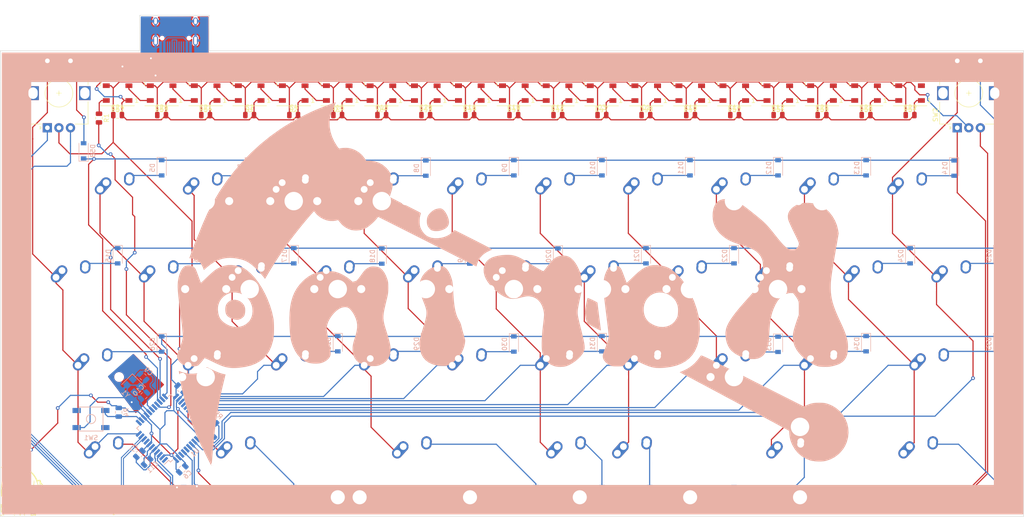
<source format=kicad_pcb>
(kicad_pcb (version 20171130) (host pcbnew "(5.1.5)-3")
  (layers (0 F.Cu signal) (31 B.Cu signal) (34 B.Paste user) (35 F.Paste user) (36 B.SilkS user) (37 F.SilkS user) (38 B.Mask user) (39 F.Mask user) (44 Edge.Cuts user))
  (net 0 "")
  (net 1 col0)
  (net 2 col1)
  (net 3 col3)
  (net 4 col4)
  (net 5 col5)
  (net 6 col6)
  (net 7 col7)
  (net 8 col8)
  (net 9 col9)
  (net 10 row0)
  (net 11 row1)
  (net 12 row2)
  (net 13 row3)
  (net 14 "Net-(U1-Pad18)")
  (net 15 +5V)
  (net 16 2812b_data)
  (net 17 GND)
  (net 18 "Net-(D1-Pad2)")
  (net 19 "Net-(D2-Pad2)")
  (net 20 "Net-(D3-Pad2)")
  (net 21 "Net-(D4-Pad2)")
  (net 22 "Net-(D1-Pad4)")
  (net 23 "Net-(C9-Pad2)")
  (net 24 "Net-(C10-Pad2)")
  (net 25 "Net-(C11-Pad1)")
  (net 26 VCC)
  (net 27 D+)
  (net 28 "Net-(R2-Pad1)")
  (net 29 D-)
  (net 30 "Net-(R3-Pad1)")
  (net 31 "Net-(R4-Pad1)")
  (net 32 "Net-(R5-Pad2)")
  (net 33 "Net-(U1-Pad42)")
  (net 34 "Net-(U1-Pad12)")
  (net 35 "Net-(U1-Pad1)")
  (net 36 "Net-(USB1-Pad3)")
  (net 37 "Net-(USB1-Pad9)")
  (net 38 "Net-(R6-Pad2)")
  (net 39 "Net-(R7-Pad2)")
  (net 40 "Net-(D5-Pad2)")
  (net 41 "Net-(D6-Pad2)")
  (net 42 "Net-(D7-Pad2)")
  (net 43 "Net-(D8-Pad2)")
  (net 44 "Net-(D9-Pad2)")
  (net 45 "Net-(D10-Pad2)")
  (net 46 "Net-(D11-Pad2)")
  (net 47 "Net-(D12-Pad2)")
  (net 48 "Net-(D13-Pad2)")
  (net 49 "Net-(D14-Pad2)")
  (net 50 "Net-(D15-Pad2)")
  (net 51 "Net-(D16-Pad2)")
  (net 52 "Net-(D17-Pad2)")
  (net 53 "Net-(D18-Pad2)")
  (net 54 "Net-(D19-Pad2)")
  (net 55 "Net-(D20-Pad2)")
  (net 56 "Net-(D21-Pad2)")
  (net 57 "Net-(D22-Pad2)")
  (net 58 "Net-(D23-Pad2)")
  (net 59 "Net-(D24-Pad2)")
  (net 60 "Net-(D25-Pad2)")
  (net 61 "Net-(D26-Pad2)")
  (net 62 "Net-(D27-Pad2)")
  (net 63 "Net-(D28-Pad2)")
  (net 64 "Net-(D29-Pad2)")
  (net 65 "Net-(D30-Pad2)")
  (net 66 "Net-(D31-Pad2)")
  (net 67 "Net-(D32-Pad2)")
  (net 68 "Net-(D33-Pad2)")
  (net 69 "Net-(D34-Pad2)")
  (net 70 "Net-(D35-Pad2)")
  (net 71 "Net-(D36-Pad2)")
  (net 72 "Net-(D37-Pad2)")
  (net 73 "Net-(D38-Pad2)")
  (net 74 "Net-(D39-Pad2)")
  (net 75 "Net-(D40-Pad2)")
  (net 76 "Net-(D41-Pad2)")
  (net 77 "Net-(D42-Pad2)")
  (net 78 "Net-(U1-Pad40)")
  (net 79 "Net-(U1-Pad8)")
  (net 80 "Net-(D43-Pad2)")
  (net 81 "Net-(D44-Pad2)")
  (net 82 "Net-(D45-Pad2)")
  (net 83 "Net-(D46-Pad2)")
  (net 84 "Net-(D47-Pad2)")
  (net 85 "Net-(D48-Pad2)")
  (net 86 "Net-(D49-Pad2)")
  (net 87 "Net-(D50-Pad2)")
  (net 88 "Net-(D51-Pad2)")
  (net 89 "Net-(D52-Pad2)")
  (net 90 "Net-(D52-Pad4)")
  (net 91 "Net-(D53-Pad2)")
  (net 92 "Net-(D55-Pad2)")
  (net 93 "Net-(D56-Pad2)")
  (net 94 "Net-(D57-Pad2)")
  (net 95 col2)
  (net 96 col10)
  (net 97 "Net-(D58-Pad2)")
  (net 98 "Net-(D59-Pad2)")
  (net 99 Encoder2D-)
  (net 100 Encoder2D+)
  (net 101 Encoder1D-)
  (net 102 Encoder1D+)
  (module tsu:karinaPCB (layer B.Cu) (at 242.6 17 180)
    (fp_text reference G*** hide)
    (fp_text value LOGO hide)
  )
  (module tsu:karinpeek (layer F.Cu) (at 137.31875 61.9125)
    (fp_text reference G*** hide)
    (fp_text value LOGO hide)
  )
  (module LED_SMD:LED_WS2812B_PLCC4_5.0x5.0mm_P3.2mm (layer F.Cu) (at 157.1525 -24.18625 180)
    (fp_text reference D52 (at 0 -3.5) (layer F.SilkS))
    (fp_text value WS2812B)
    (fp_text user 1 (at -4.15 -1.6) (layer F.SilkS))
    (pad 3 smd rect (at 2.45 1.6 180) (size 1.5 1) (layers F.Cu F.Paste F.Mask) (net 17 GND))
    (pad 4 smd rect (at 2.45 -1.6 180) (size 1.5 1) (layers F.Cu F.Paste F.Mask) (net 90 "Net-(D52-Pad4)"))
    (pad 2 smd rect (at -2.45 1.6 180) (size 1.5 1) (layers F.Cu F.Paste F.Mask) (net 89 "Net-(D52-Pad2)"))
    (pad 1 smd rect (at -2.45 -1.6 180) (size 1.5 1) (layers F.Cu F.Paste F.Mask) (net 15 +5V))
  )
  (module Rotary_Encoder:RotaryEncoder_Alps_EC12E-Switch_Vertical_H20mm (layer F.Cu) (at 141.9625 -16.66875 90)
    (fp_text reference SW3 (at 2.8 -4.7 90) (layer F.SilkS))
    (fp_text value Rotary_Encoder_Switch)
    (pad A thru_hole rect (at 0 0 90) (size 2 2) (drill 1) (layers *.Cu *.Mask) (net 102 Encoder1D+))
    (pad C thru_hole circle (at 0 2.5 90) (size 2 2) (drill 1) (layers *.Cu *.Mask) (net 17 GND))
    (pad B thru_hole circle (at 0 5 90) (size 2 2) (drill 1) (layers *.Cu *.Mask) (net 101 Encoder1D-))
    (pad MP thru_hole rect (at 7.5 -3.1 90) (size 3 2.5) (drill oval 2.5 2) (layers *.Cu *.Mask))
    (pad MP thru_hole rect (at 7.5 8.1 90) (size 3 2.5) (drill oval 2.5 2) (layers *.Cu *.Mask))
    (pad S1 thru_hole circle (at 14.5 0 90) (size 2 2) (drill 1) (layers *.Cu *.Mask) (net 1 col0))
    (pad S2 thru_hole circle (at 14.5 5 90) (size 2 2) (drill 1) (layers *.Cu *.Mask) (net 97 "Net-(D58-Pad2)"))
  )
  (module Diode_SMD:D_SOD-123 (layer B.Cu) (at 347.875 -9.7 90)
    (fp_text reference D59 (at 0 2 90) (layer B.SilkS) (effects (justify mirror)))
    (fp_text value D_Small)
    (pad 2 smd rect (at 1.65 0 90) (size 0.9 1.2) (layers B.Cu B.Paste B.Mask) (net 98 "Net-(D59-Pad2)"))
    (pad 1 smd rect (at -1.65 0 90) (size 0.9 1.2) (layers B.Cu B.Paste B.Mask) (net 12 row2))
  )
  (module Diode_SMD:D_SOD-123 (layer B.Cu) (at 149.8 -11.675 90)
    (fp_text reference D58 (at 0 2 90) (layer B.SilkS) (effects (justify mirror)))
    (fp_text value D_Small)
    (pad 2 smd rect (at 1.65 0 90) (size 0.9 1.2) (layers B.Cu B.Paste B.Mask) (net 97 "Net-(D58-Pad2)"))
    (pad 1 smd rect (at -1.65 0 90) (size 0.9 1.2) (layers B.Cu B.Paste B.Mask) (net 10 row0))
  )
  (module Rotary_Encoder:RotaryEncoder_Alps_EC12E-Switch_Vertical_H20mm (layer F.Cu) (at 338.8125 -16.66875 90)
    (fp_text reference SW2 (at 2.8 -4.7 90) (layer F.SilkS))
    (fp_text value Rotary_Encoder_Switch)
    (pad A thru_hole rect (at 0 0 90) (size 2 2) (drill 1) (layers *.Cu *.Mask) (net 100 Encoder2D+))
    (pad C thru_hole circle (at 0 2.5 90) (size 2 2) (drill 1) (layers *.Cu *.Mask) (net 17 GND))
    (pad B thru_hole circle (at 0 5 90) (size 2 2) (drill 1) (layers *.Cu *.Mask) (net 99 Encoder2D-))
    (pad MP thru_hole rect (at 7.5 -3.1 90) (size 3 2.5) (drill oval 2.5 2) (layers *.Cu *.Mask))
    (pad MP thru_hole rect (at 7.5 8.1 90) (size 3 2.5) (drill oval 2.5 2) (layers *.Cu *.Mask))
    (pad S1 thru_hole circle (at 14.5 0 90) (size 2 2) (drill 1) (layers *.Cu *.Mask) (net 96 col10))
    (pad S2 thru_hole circle (at 14.5 5 90) (size 2 2) (drill 1) (layers *.Cu *.Mask) (net 98 "Net-(D59-Pad2)"))
  )
  (module LED_SMD:LED_WS2812B_PLCC4_5.0x5.0mm_P3.2mm (layer F.Cu) (at 328.6025 -24.18625 180)
    (fp_text reference D57 (at 0 -3.5) (layer F.SilkS))
    (fp_text value WS2812B)
    (fp_text user 1 (at -4.15 -1.6) (layer F.SilkS))
    (pad 3 smd rect (at 2.45 1.6 180) (size 1.5 1) (layers F.Cu F.Paste F.Mask) (net 17 GND))
    (pad 4 smd rect (at 2.45 -1.6 180) (size 1.5 1) (layers F.Cu F.Paste F.Mask) (net 93 "Net-(D56-Pad2)"))
    (pad 2 smd rect (at -2.45 1.6 180) (size 1.5 1) (layers F.Cu F.Paste F.Mask) (net 94 "Net-(D57-Pad2)"))
    (pad 1 smd rect (at -2.45 -1.6 180) (size 1.5 1) (layers F.Cu F.Paste F.Mask) (net 15 +5V))
  )
  (module LED_SMD:LED_WS2812B_PLCC4_5.0x5.0mm_P3.2mm (layer F.Cu) (at 319.0775 -24.18625 180)
    (fp_text reference D56 (at 0 -3.5) (layer F.SilkS))
    (fp_text value WS2812B)
    (fp_text user 1 (at -4.15 -1.6) (layer F.SilkS))
    (pad 3 smd rect (at 2.45 1.6 180) (size 1.5 1) (layers F.Cu F.Paste F.Mask) (net 17 GND))
    (pad 4 smd rect (at 2.45 -1.6 180) (size 1.5 1) (layers F.Cu F.Paste F.Mask) (net 92 "Net-(D55-Pad2)"))
    (pad 2 smd rect (at -2.45 1.6 180) (size 1.5 1) (layers F.Cu F.Paste F.Mask) (net 93 "Net-(D56-Pad2)"))
    (pad 1 smd rect (at -2.45 -1.6 180) (size 1.5 1) (layers F.Cu F.Paste F.Mask) (net 15 +5V))
  )
  (module LED_SMD:LED_WS2812B_PLCC4_5.0x5.0mm_P3.2mm (layer F.Cu) (at 309.5525 -24.18625 180)
    (fp_text reference D55 (at 0 -3.5) (layer F.SilkS))
    (fp_text value WS2812B)
    (fp_text user 1 (at -4.15 -1.6) (layer F.SilkS))
    (pad 3 smd rect (at 2.45 1.6 180) (size 1.5 1) (layers F.Cu F.Paste F.Mask) (net 17 GND))
    (pad 4 smd rect (at 2.45 -1.6 180) (size 1.5 1) (layers F.Cu F.Paste F.Mask) (net 88 "Net-(D51-Pad2)"))
    (pad 2 smd rect (at -2.45 1.6 180) (size 1.5 1) (layers F.Cu F.Paste F.Mask) (net 92 "Net-(D55-Pad2)"))
    (pad 1 smd rect (at -2.45 -1.6 180) (size 1.5 1) (layers F.Cu F.Paste F.Mask) (net 15 +5V))
  )
  (module LED_SMD:LED_WS2812B_PLCC4_5.0x5.0mm_P3.2mm (layer F.Cu) (at 176.2025 -24.18625 180)
    (fp_text reference D54 (at 0 -3.5) (layer F.SilkS))
    (fp_text value WS2812B)
    (fp_text user 1 (at -4.15 -1.6) (layer F.SilkS))
    (pad 3 smd rect (at 2.45 1.6 180) (size 1.5 1) (layers F.Cu F.Paste F.Mask) (net 17 GND))
    (pad 4 smd rect (at 2.45 -1.6 180) (size 1.5 1) (layers F.Cu F.Paste F.Mask) (net 91 "Net-(D53-Pad2)"))
    (pad 2 smd rect (at -2.45 1.6 180) (size 1.5 1) (layers F.Cu F.Paste F.Mask) (net 22 "Net-(D1-Pad4)"))
    (pad 1 smd rect (at -2.45 -1.6 180) (size 1.5 1) (layers F.Cu F.Paste F.Mask) (net 15 +5V))
  )
  (module LED_SMD:LED_WS2812B_PLCC4_5.0x5.0mm_P3.2mm (layer F.Cu) (at 166.6775 -24.18625 180)
    (fp_text reference D53 (at 0 -3.5) (layer F.SilkS))
    (fp_text value WS2812B)
    (fp_text user 1 (at -4.15 -1.6) (layer F.SilkS))
    (pad 3 smd rect (at 2.45 1.6 180) (size 1.5 1) (layers F.Cu F.Paste F.Mask) (net 17 GND))
    (pad 4 smd rect (at 2.45 -1.6 180) (size 1.5 1) (layers F.Cu F.Paste F.Mask) (net 89 "Net-(D52-Pad2)"))
    (pad 2 smd rect (at -2.45 1.6 180) (size 1.5 1) (layers F.Cu F.Paste F.Mask) (net 91 "Net-(D53-Pad2)"))
    (pad 1 smd rect (at -2.45 -1.6 180) (size 1.5 1) (layers F.Cu F.Paste F.Mask) (net 15 +5V))
  )
  (module Capacitor_SMD:C_0805_2012Metric (layer F.Cu) (at 166.6775 -19.42375)
    (fp_text reference C26 (at 0 -1.65) (layer F.SilkS))
    (fp_text value 104)
    (pad 1 smd roundrect (at -0.9375 0) (size 0.975 1.4) (layers F.Cu F.Paste F.Mask) (net 17 GND))
    (pad 2 smd roundrect (at 0.9375 0) (size 0.975 1.4) (layers F.Cu F.Paste F.Mask) (net 15 +5V))
  )
  (module Capacitor_SMD:C_0805_2012Metric (layer F.Cu) (at 309.5525 -19.42375)
    (fp_text reference C25 (at 0 -1.65) (layer F.SilkS))
    (fp_text value 104)
    (pad 1 smd roundrect (at -0.9375 0) (size 0.975 1.4) (layers F.Cu F.Paste F.Mask) (net 17 GND))
    (pad 2 smd roundrect (at 0.9375 0) (size 0.975 1.4) (layers F.Cu F.Paste F.Mask) (net 15 +5V))
  )
  (module Capacitor_SMD:C_0805_2012Metric (layer F.Cu) (at 157.1525 -19.42375)
    (fp_text reference C24 (at 0 -1.65) (layer F.SilkS))
    (fp_text value 104)
    (pad 1 smd roundrect (at -0.9375 0) (size 0.975 1.4) (layers F.Cu F.Paste F.Mask) (net 17 GND))
    (pad 2 smd roundrect (at 0.9375 0) (size 0.975 1.4) (layers F.Cu F.Paste F.Mask) (net 15 +5V))
  )
  (module Capacitor_SMD:C_0805_2012Metric (layer F.Cu) (at 319.0775 -19.42375)
    (fp_text reference C23 (at 0 -1.65) (layer F.SilkS))
    (fp_text value 104)
    (pad 1 smd roundrect (at -0.9375 0) (size 0.975 1.4) (layers F.Cu F.Paste F.Mask) (net 17 GND))
    (pad 2 smd roundrect (at 0.9375 0) (size 0.975 1.4) (layers F.Cu F.Paste F.Mask) (net 15 +5V))
  )
  (module Capacitor_SMD:C_0805_2012Metric (layer F.Cu) (at 328.6025 -19.42375)
    (fp_text reference C22 (at 0 -1.65) (layer F.SilkS))
    (fp_text value 104)
    (pad 1 smd roundrect (at -0.9375 0) (size 0.975 1.4) (layers F.Cu F.Paste F.Mask) (net 17 GND))
    (pad 2 smd roundrect (at 0.9375 0) (size 0.975 1.4) (layers F.Cu F.Paste F.Mask) (net 15 +5V))
  )
  (module Capacitor_SMD:C_0805_2012Metric (layer F.Cu) (at 176.2025 -19.42375)
    (fp_text reference C21 (at 0 -1.65) (layer F.SilkS))
    (fp_text value 104)
    (pad 1 smd roundrect (at -0.9375 0) (size 0.975 1.4) (layers F.Cu F.Paste F.Mask) (net 17 GND))
    (pad 2 smd roundrect (at 0.9375 0) (size 0.975 1.4) (layers F.Cu F.Paste F.Mask) (net 15 +5V))
  )
  (module Resistor_SMD:R_0805_2012Metric (layer F.Cu) (at 153.12375 -18.77375 270)
    (fp_text reference R1 (at 0 -1.65 90) (layer F.SilkS))
    (fp_text value 500ohm)
    (pad 1 smd roundrect (at -0.9375 0 270) (size 0.975 1.4) (layers F.Cu F.Paste F.Mask) (net 90 "Net-(D52-Pad4)"))
    (pad 2 smd roundrect (at 0.9375 0 270) (size 0.975 1.4) (layers F.Cu F.Paste F.Mask) (net 16 2812b_data))
  )
  (module LED_SMD:LED_WS2812B_PLCC4_5.0x5.0mm_P3.2mm (layer F.Cu) (at 300.09625 -24.17375 180)
    (fp_text reference D51 (at 0 -3.5) (layer F.SilkS))
    (fp_text value WS2812B)
    (fp_text user 1 (at -4.15 -1.6) (layer F.SilkS))
    (pad 3 smd rect (at 2.45 1.6 180) (size 1.5 1) (layers F.Cu F.Paste F.Mask) (net 17 GND))
    (pad 4 smd rect (at 2.45 -1.6 180) (size 1.5 1) (layers F.Cu F.Paste F.Mask) (net 87 "Net-(D50-Pad2)"))
    (pad 2 smd rect (at -2.45 1.6 180) (size 1.5 1) (layers F.Cu F.Paste F.Mask) (net 88 "Net-(D51-Pad2)"))
    (pad 1 smd rect (at -2.45 -1.6 180) (size 1.5 1) (layers F.Cu F.Paste F.Mask) (net 15 +5V))
  )
  (module LED_SMD:LED_WS2812B_PLCC4_5.0x5.0mm_P3.2mm (layer F.Cu) (at 290.57125 -24.17375 180)
    (fp_text reference D50 (at 0 -3.5) (layer F.SilkS))
    (fp_text value WS2812B)
    (fp_text user 1 (at -4.15 -1.6) (layer F.SilkS))
    (pad 3 smd rect (at 2.45 1.6 180) (size 1.5 1) (layers F.Cu F.Paste F.Mask) (net 17 GND))
    (pad 4 smd rect (at 2.45 -1.6 180) (size 1.5 1) (layers F.Cu F.Paste F.Mask) (net 86 "Net-(D49-Pad2)"))
    (pad 2 smd rect (at -2.45 1.6 180) (size 1.5 1) (layers F.Cu F.Paste F.Mask) (net 87 "Net-(D50-Pad2)"))
    (pad 1 smd rect (at -2.45 -1.6 180) (size 1.5 1) (layers F.Cu F.Paste F.Mask) (net 15 +5V))
  )
  (module LED_SMD:LED_WS2812B_PLCC4_5.0x5.0mm_P3.2mm (layer F.Cu) (at 281.04625 -24.17375 180)
    (fp_text reference D49 (at 0 -3.5) (layer F.SilkS))
    (fp_text value WS2812B)
    (fp_text user 1 (at -4.15 -1.6) (layer F.SilkS))
    (pad 3 smd rect (at 2.45 1.6 180) (size 1.5 1) (layers F.Cu F.Paste F.Mask) (net 17 GND))
    (pad 4 smd rect (at 2.45 -1.6 180) (size 1.5 1) (layers F.Cu F.Paste F.Mask) (net 85 "Net-(D48-Pad2)"))
    (pad 2 smd rect (at -2.45 1.6 180) (size 1.5 1) (layers F.Cu F.Paste F.Mask) (net 86 "Net-(D49-Pad2)"))
    (pad 1 smd rect (at -2.45 -1.6 180) (size 1.5 1) (layers F.Cu F.Paste F.Mask) (net 15 +5V))
  )
  (module LED_SMD:LED_WS2812B_PLCC4_5.0x5.0mm_P3.2mm (layer F.Cu) (at 271.52125 -24.17375 180)
    (fp_text reference D48 (at 0 -3.5) (layer F.SilkS))
    (fp_text value WS2812B)
    (fp_text user 1 (at -4.15 -1.6) (layer F.SilkS))
    (pad 3 smd rect (at 2.45 1.6 180) (size 1.5 1) (layers F.Cu F.Paste F.Mask) (net 17 GND))
    (pad 4 smd rect (at 2.45 -1.6 180) (size 1.5 1) (layers F.Cu F.Paste F.Mask) (net 84 "Net-(D47-Pad2)"))
    (pad 2 smd rect (at -2.45 1.6 180) (size 1.5 1) (layers F.Cu F.Paste F.Mask) (net 85 "Net-(D48-Pad2)"))
    (pad 1 smd rect (at -2.45 -1.6 180) (size 1.5 1) (layers F.Cu F.Paste F.Mask) (net 15 +5V))
  )
  (module LED_SMD:LED_WS2812B_PLCC4_5.0x5.0mm_P3.2mm (layer F.Cu) (at 261.85875 -24.17375 180)
    (fp_text reference D47 (at 0 -3.5) (layer F.SilkS))
    (fp_text value WS2812B)
    (fp_text user 1 (at -4.15 -1.6) (layer F.SilkS))
    (pad 3 smd rect (at 2.45 1.6 180) (size 1.5 1) (layers F.Cu F.Paste F.Mask) (net 17 GND))
    (pad 4 smd rect (at 2.45 -1.6 180) (size 1.5 1) (layers F.Cu F.Paste F.Mask) (net 83 "Net-(D46-Pad2)"))
    (pad 2 smd rect (at -2.45 1.6 180) (size 1.5 1) (layers F.Cu F.Paste F.Mask) (net 84 "Net-(D47-Pad2)"))
    (pad 1 smd rect (at -2.45 -1.6 180) (size 1.5 1) (layers F.Cu F.Paste F.Mask) (net 15 +5V))
  )
  (module LED_SMD:LED_WS2812B_PLCC4_5.0x5.0mm_P3.2mm (layer F.Cu) (at 252.33375 -24.17375 180)
    (fp_text reference D46 (at 0 -3.5) (layer F.SilkS))
    (fp_text value WS2812B)
    (fp_text user 1 (at -4.15 -1.6) (layer F.SilkS))
    (pad 3 smd rect (at 2.45 1.6 180) (size 1.5 1) (layers F.Cu F.Paste F.Mask) (net 17 GND))
    (pad 4 smd rect (at 2.45 -1.6 180) (size 1.5 1) (layers F.Cu F.Paste F.Mask) (net 82 "Net-(D45-Pad2)"))
    (pad 2 smd rect (at -2.45 1.6 180) (size 1.5 1) (layers F.Cu F.Paste F.Mask) (net 83 "Net-(D46-Pad2)"))
    (pad 1 smd rect (at -2.45 -1.6 180) (size 1.5 1) (layers F.Cu F.Paste F.Mask) (net 15 +5V))
  )
  (module LED_SMD:LED_WS2812B_PLCC4_5.0x5.0mm_P3.2mm (layer F.Cu) (at 242.8775 -24.18625 180)
    (fp_text reference D45 (at 0 -3.5) (layer F.SilkS))
    (fp_text value WS2812B)
    (fp_text user 1 (at -4.15 -1.6) (layer F.SilkS))
    (pad 3 smd rect (at 2.45 1.6 180) (size 1.5 1) (layers F.Cu F.Paste F.Mask) (net 17 GND))
    (pad 4 smd rect (at 2.45 -1.6 180) (size 1.5 1) (layers F.Cu F.Paste F.Mask) (net 81 "Net-(D44-Pad2)"))
    (pad 2 smd rect (at -2.45 1.6 180) (size 1.5 1) (layers F.Cu F.Paste F.Mask) (net 82 "Net-(D45-Pad2)"))
    (pad 1 smd rect (at -2.45 -1.6 180) (size 1.5 1) (layers F.Cu F.Paste F.Mask) (net 15 +5V))
  )
  (module LED_SMD:LED_WS2812B_PLCC4_5.0x5.0mm_P3.2mm (layer F.Cu) (at 233.3525 -24.18625 180)
    (fp_text reference D44 (at 0 -3.5) (layer F.SilkS))
    (fp_text value WS2812B)
    (fp_text user 1 (at -4.15 -1.6) (layer F.SilkS))
    (pad 3 smd rect (at 2.45 1.6 180) (size 1.5 1) (layers F.Cu F.Paste F.Mask) (net 17 GND))
    (pad 4 smd rect (at 2.45 -1.6 180) (size 1.5 1) (layers F.Cu F.Paste F.Mask) (net 80 "Net-(D43-Pad2)"))
    (pad 2 smd rect (at -2.45 1.6 180) (size 1.5 1) (layers F.Cu F.Paste F.Mask) (net 81 "Net-(D44-Pad2)"))
    (pad 1 smd rect (at -2.45 -1.6 180) (size 1.5 1) (layers F.Cu F.Paste F.Mask) (net 15 +5V))
  )
  (module LED_SMD:LED_WS2812B_PLCC4_5.0x5.0mm_P3.2mm (layer F.Cu) (at 223.8275 -24.17375 180)
    (fp_text reference D43 (at 0 -3.5) (layer F.SilkS))
    (fp_text value WS2812B)
    (fp_text user 1 (at -4.15 -1.6) (layer F.SilkS))
    (pad 3 smd rect (at 2.45 1.6 180) (size 1.5 1) (layers F.Cu F.Paste F.Mask) (net 17 GND))
    (pad 4 smd rect (at 2.45 -1.6 180) (size 1.5 1) (layers F.Cu F.Paste F.Mask) (net 21 "Net-(D4-Pad2)"))
    (pad 2 smd rect (at -2.45 1.6 180) (size 1.5 1) (layers F.Cu F.Paste F.Mask) (net 80 "Net-(D43-Pad2)"))
    (pad 1 smd rect (at -2.45 -1.6 180) (size 1.5 1) (layers F.Cu F.Paste F.Mask) (net 15 +5V))
  )
  (module LED_SMD:LED_WS2812B_PLCC4_5.0x5.0mm_P3.2mm (layer F.Cu) (at 214.23375 -24.17375 180)
    (fp_text reference D4 (at 0 -3.5) (layer F.SilkS))
    (fp_text value WS2812B)
    (fp_text user 1 (at -4.15 -1.6) (layer F.SilkS))
    (pad 3 smd rect (at 2.45 1.6 180) (size 1.5 1) (layers F.Cu F.Paste F.Mask) (net 17 GND))
    (pad 4 smd rect (at 2.45 -1.6 180) (size 1.5 1) (layers F.Cu F.Paste F.Mask) (net 20 "Net-(D3-Pad2)"))
    (pad 2 smd rect (at -2.45 1.6 180) (size 1.5 1) (layers F.Cu F.Paste F.Mask) (net 21 "Net-(D4-Pad2)"))
    (pad 1 smd rect (at -2.45 -1.6 180) (size 1.5 1) (layers F.Cu F.Paste F.Mask) (net 15 +5V))
  )
  (module LED_SMD:LED_WS2812B_PLCC4_5.0x5.0mm_P3.2mm (layer F.Cu) (at 204.7775 -24.18625 180)
    (fp_text reference D3 (at 0 -3.5) (layer F.SilkS))
    (fp_text value WS2812B)
    (fp_text user 1 (at -4.15 -1.6) (layer F.SilkS))
    (pad 3 smd rect (at 2.45 1.6 180) (size 1.5 1) (layers F.Cu F.Paste F.Mask) (net 17 GND))
    (pad 4 smd rect (at 2.45 -1.6 180) (size 1.5 1) (layers F.Cu F.Paste F.Mask) (net 19 "Net-(D2-Pad2)"))
    (pad 2 smd rect (at -2.45 1.6 180) (size 1.5 1) (layers F.Cu F.Paste F.Mask) (net 20 "Net-(D3-Pad2)"))
    (pad 1 smd rect (at -2.45 -1.6 180) (size 1.5 1) (layers F.Cu F.Paste F.Mask) (net 15 +5V))
  )
  (module LED_SMD:LED_WS2812B_PLCC4_5.0x5.0mm_P3.2mm (layer F.Cu) (at 195.2525 -24.18625 180)
    (fp_text reference D2 (at 0 -3.5) (layer F.SilkS))
    (fp_text value WS2812B)
    (fp_text user 1 (at -4.15 -1.6) (layer F.SilkS))
    (pad 3 smd rect (at 2.45 1.6 180) (size 1.5 1) (layers F.Cu F.Paste F.Mask) (net 17 GND))
    (pad 4 smd rect (at 2.45 -1.6 180) (size 1.5 1) (layers F.Cu F.Paste F.Mask) (net 18 "Net-(D1-Pad2)"))
    (pad 2 smd rect (at -2.45 1.6 180) (size 1.5 1) (layers F.Cu F.Paste F.Mask) (net 19 "Net-(D2-Pad2)"))
    (pad 1 smd rect (at -2.45 -1.6 180) (size 1.5 1) (layers F.Cu F.Paste F.Mask) (net 15 +5V))
  )
  (module LED_SMD:LED_WS2812B_PLCC4_5.0x5.0mm_P3.2mm (layer F.Cu) (at 185.7275 -24.18625 180)
    (fp_text reference D1 (at 0 -3.5) (layer F.SilkS))
    (fp_text value WS2812B)
    (fp_text user 1 (at -4.15 -1.6) (layer F.SilkS))
    (pad 3 smd rect (at 2.45 1.6 180) (size 1.5 1) (layers F.Cu F.Paste F.Mask) (net 17 GND))
    (pad 4 smd rect (at 2.45 -1.6 180) (size 1.5 1) (layers F.Cu F.Paste F.Mask) (net 22 "Net-(D1-Pad4)"))
    (pad 2 smd rect (at -2.45 1.6 180) (size 1.5 1) (layers F.Cu F.Paste F.Mask) (net 18 "Net-(D1-Pad2)"))
    (pad 1 smd rect (at -2.45 -1.6 180) (size 1.5 1) (layers F.Cu F.Paste F.Mask) (net 15 +5V))
  )
  (module Capacitor_SMD:C_0805_2012Metric (layer F.Cu) (at 223.8275 -19.42375)
    (fp_text reference C20 (at 0 -1.65) (layer F.SilkS))
    (fp_text value 104)
    (pad 1 smd roundrect (at -0.9375 0) (size 0.975 1.4) (layers F.Cu F.Paste F.Mask) (net 17 GND))
    (pad 2 smd roundrect (at 0.9375 0) (size 0.975 1.4) (layers F.Cu F.Paste F.Mask) (net 15 +5V))
  )
  (module Capacitor_SMD:C_0805_2012Metric (layer F.Cu) (at 242.8775 -19.42375)
    (fp_text reference C19 (at 0 -1.65) (layer F.SilkS))
    (fp_text value 104)
    (pad 1 smd roundrect (at -0.9375 0) (size 0.975 1.4) (layers F.Cu F.Paste F.Mask) (net 17 GND))
    (pad 2 smd roundrect (at 0.9375 0) (size 0.975 1.4) (layers F.Cu F.Paste F.Mask) (net 15 +5V))
  )
  (module Capacitor_SMD:C_0805_2012Metric (layer F.Cu) (at 214.3025 -19.42375)
    (fp_text reference C18 (at 0 -1.65) (layer F.SilkS))
    (fp_text value 104)
    (pad 1 smd roundrect (at -0.9375 0) (size 0.975 1.4) (layers F.Cu F.Paste F.Mask) (net 17 GND))
    (pad 2 smd roundrect (at 0.9375 0) (size 0.975 1.4) (layers F.Cu F.Paste F.Mask) (net 15 +5V))
  )
  (module Capacitor_SMD:C_0805_2012Metric (layer F.Cu) (at 252.4025 -19.42375)
    (fp_text reference C17 (at 0 -1.65) (layer F.SilkS))
    (fp_text value 104)
    (pad 1 smd roundrect (at -0.9375 0) (size 0.975 1.4) (layers F.Cu F.Paste F.Mask) (net 17 GND))
    (pad 2 smd roundrect (at 0.9375 0) (size 0.975 1.4) (layers F.Cu F.Paste F.Mask) (net 15 +5V))
  )
  (module Capacitor_SMD:C_0805_2012Metric (layer F.Cu) (at 233.3525 -19.42375)
    (fp_text reference C16 (at 0 -1.65) (layer F.SilkS))
    (fp_text value 104)
    (pad 1 smd roundrect (at -0.9375 0) (size 0.975 1.4) (layers F.Cu F.Paste F.Mask) (net 17 GND))
    (pad 2 smd roundrect (at 0.9375 0) (size 0.975 1.4) (layers F.Cu F.Paste F.Mask) (net 15 +5V))
  )
  (module Capacitor_SMD:C_0805_2012Metric (layer F.Cu) (at 204.7775 -19.42375)
    (fp_text reference C15 (at 0 -1.65) (layer F.SilkS))
    (fp_text value 104)
    (pad 1 smd roundrect (at -0.9375 0) (size 0.975 1.4) (layers F.Cu F.Paste F.Mask) (net 17 GND))
    (pad 2 smd roundrect (at 0.9375 0) (size 0.975 1.4) (layers F.Cu F.Paste F.Mask) (net 15 +5V))
  )
  (module Capacitor_SMD:C_0805_2012Metric (layer F.Cu) (at 290.64625 -19.42375)
    (fp_text reference C14 (at 0 -1.65) (layer F.SilkS))
    (fp_text value 104)
    (pad 1 smd roundrect (at -0.9375 0) (size 0.975 1.4) (layers F.Cu F.Paste F.Mask) (net 17 GND))
    (pad 2 smd roundrect (at 0.9375 0) (size 0.975 1.4) (layers F.Cu F.Paste F.Mask) (net 15 +5V))
  )
  (module Capacitor_SMD:C_0805_2012Metric (layer F.Cu) (at 281.12125 -19.42375)
    (fp_text reference C13 (at 0 -1.65) (layer F.SilkS))
    (fp_text value 104)
    (pad 1 smd roundrect (at -0.9375 0) (size 0.975 1.4) (layers F.Cu F.Paste F.Mask) (net 17 GND))
    (pad 2 smd roundrect (at 0.9375 0) (size 0.975 1.4) (layers F.Cu F.Paste F.Mask) (net 15 +5V))
  )
  (module Capacitor_SMD:C_0805_2012Metric (layer F.Cu) (at 300.0275 -19.42375)
    (fp_text reference C12 (at 0 -1.65) (layer F.SilkS))
    (fp_text value 104)
    (pad 1 smd roundrect (at -0.9375 0) (size 0.975 1.4) (layers F.Cu F.Paste F.Mask) (net 17 GND))
    (pad 2 smd roundrect (at 0.9375 0) (size 0.975 1.4) (layers F.Cu F.Paste F.Mask) (net 15 +5V))
  )
  (module Capacitor_SMD:C_0805_2012Metric (layer B.Cu) (at 170.787087 39.818337 135)
    (fp_text reference C5 (at 0 1.65 135) (layer B.SilkS) (effects (justify mirror)))
    (fp_text value 1uF)
    (pad 2 smd roundrect (at 0.9375 0 135) (size 0.975 1.4) (layers B.Cu B.Paste B.Mask) (net 17 GND))
    (pad 1 smd roundrect (at -0.9375 0 135) (size 0.975 1.4) (layers B.Cu B.Paste B.Mask) (net 15 +5V))
  )
  (module Capacitor_SMD:C_0805_2012Metric (layer F.Cu) (at 195.2525 -19.42375)
    (fp_text reference C4 (at 0 -1.65) (layer F.SilkS))
    (fp_text value 104)
    (pad 1 smd roundrect (at -0.9375 0) (size 0.975 1.4) (layers F.Cu F.Paste F.Mask) (net 17 GND))
    (pad 2 smd roundrect (at 0.9375 0) (size 0.975 1.4) (layers F.Cu F.Paste F.Mask) (net 15 +5V))
  )
  (module Capacitor_SMD:C_0805_2012Metric (layer F.Cu) (at 261.9275 -19.42375)
    (fp_text reference C3 (at 0 -1.65) (layer F.SilkS))
    (fp_text value 104)
    (pad 1 smd roundrect (at -0.9375 0) (size 0.975 1.4) (layers F.Cu F.Paste F.Mask) (net 17 GND))
    (pad 2 smd roundrect (at 0.9375 0) (size 0.975 1.4) (layers F.Cu F.Paste F.Mask) (net 15 +5V))
  )
  (module Capacitor_SMD:C_0805_2012Metric (layer F.Cu) (at 185.7275 -19.42375)
    (fp_text reference C2 (at 0 -1.65) (layer F.SilkS))
    (fp_text value 104)
    (pad 1 smd roundrect (at -0.9375 0) (size 0.975 1.4) (layers F.Cu F.Paste F.Mask) (net 17 GND))
    (pad 2 smd roundrect (at 0.9375 0) (size 0.975 1.4) (layers F.Cu F.Paste F.Mask) (net 15 +5V))
  )
  (module Capacitor_SMD:C_0805_2012Metric (layer F.Cu) (at 271.4525 -19.42375)
    (fp_text reference C1 (at 0 -1.65) (layer F.SilkS))
    (fp_text value 104)
    (pad 1 smd roundrect (at -0.9375 0) (size 0.975 1.4) (layers F.Cu F.Paste F.Mask) (net 17 GND))
    (pad 2 smd roundrect (at 0.9375 0) (size 0.975 1.4) (layers F.Cu F.Paste F.Mask) (net 15 +5V))
  )
  (module MX_Alps_Hybrid:MX-1U-NoLED (layer F.Cu) (at 176.2125 37.30625)
    (fp_text reference K_Z1)
    (fp_text value MX-NoLED)
    (pad 2 thru_hole oval (at 2.5 -4.5 86.0548) (size 2.831378 2.25) (drill 1.47 (offset 0.290689 0)) (layers *.Cu B.Mask) (net 62 "Net-(D27-Pad2)"))
    (pad 2 thru_hole circle (at 2.54 -5.08) (size 2.25 2.25) (drill 1.47) (layers *.Cu B.Mask) (net 62 "Net-(D27-Pad2)"))
    (pad 1 thru_hole oval (at -3.81 -2.54 48.0996) (size 4.211556 2.25) (drill 1.47 (offset 0.980778 0)) (layers *.Cu B.Mask) (net 2 col1))
    (pad "" np_thru_hole circle (at 0 0) (size 3.9878 3.9878) (drill 3.9878) (layers *.Cu *.Mask))
    (pad 1 thru_hole circle (at -2.5 -4) (size 2.25 2.25) (drill 1.47) (layers *.Cu B.Mask) (net 2 col1))
    (pad "" np_thru_hole circle (at -5.08 0 48.0996) (size 1.75 1.75) (drill 1.75) (layers *.Cu *.Mask))
    (pad "" np_thru_hole circle (at 5.08 0 48.0996) (size 1.75 1.75) (drill 1.75) (layers *.Cu *.Mask))
  )
  (module MX_Alps_Hybrid:MX-1U-NoLED (layer F.Cu) (at 252.4125 -0.79375)
    (fp_text reference K_Y1)
    (fp_text value MX-NoLED)
    (pad 2 thru_hole oval (at 2.5 -4.5 86.0548) (size 2.831378 2.25) (drill 1.47 (offset 0.290689 0)) (layers *.Cu B.Mask) (net 45 "Net-(D10-Pad2)"))
    (pad 2 thru_hole circle (at 2.54 -5.08) (size 2.25 2.25) (drill 1.47) (layers *.Cu B.Mask) (net 45 "Net-(D10-Pad2)"))
    (pad 1 thru_hole oval (at -3.81 -2.54 48.0996) (size 4.211556 2.25) (drill 1.47 (offset 0.980778 0)) (layers *.Cu B.Mask) (net 6 col6))
    (pad "" np_thru_hole circle (at 0 0) (size 3.9878 3.9878) (drill 3.9878) (layers *.Cu *.Mask))
    (pad 1 thru_hole circle (at -2.5 -4) (size 2.25 2.25) (drill 1.47) (layers *.Cu B.Mask) (net 6 col6))
    (pad "" np_thru_hole circle (at -5.08 0 48.0996) (size 1.75 1.75) (drill 1.75) (layers *.Cu *.Mask))
    (pad "" np_thru_hole circle (at 5.08 0 48.0996) (size 1.75 1.75) (drill 1.75) (layers *.Cu *.Mask))
  )
  (module MX_Alps_Hybrid:MX-1U-NoLED (layer F.Cu) (at 195.2625 37.30625)
    (fp_text reference K_X1)
    (fp_text value MX-NoLED)
    (pad 2 thru_hole oval (at 2.5 -4.5 86.0548) (size 2.831378 2.25) (drill 1.47 (offset 0.290689 0)) (layers *.Cu B.Mask) (net 63 "Net-(D28-Pad2)"))
    (pad 2 thru_hole circle (at 2.54 -5.08) (size 2.25 2.25) (drill 1.47) (layers *.Cu B.Mask) (net 63 "Net-(D28-Pad2)"))
    (pad 1 thru_hole oval (at -3.81 -2.54 48.0996) (size 4.211556 2.25) (drill 1.47 (offset 0.980778 0)) (layers *.Cu B.Mask) (net 95 col2))
    (pad "" np_thru_hole circle (at 0 0) (size 3.9878 3.9878) (drill 3.9878) (layers *.Cu *.Mask))
    (pad 1 thru_hole circle (at -2.5 -4) (size 2.25 2.25) (drill 1.47) (layers *.Cu B.Mask) (net 95 col2))
    (pad "" np_thru_hole circle (at -5.08 0 48.0996) (size 1.75 1.75) (drill 1.75) (layers *.Cu *.Mask))
    (pad "" np_thru_hole circle (at 5.08 0 48.0996) (size 1.75 1.75) (drill 1.75) (layers *.Cu *.Mask))
  )
  (module MX_Alps_Hybrid:MX-1U-NoLED (layer F.Cu) (at 176.2125 -0.79375)
    (fp_text reference K_W1)
    (fp_text value MX-NoLED)
    (pad 2 thru_hole oval (at 2.5 -4.5 86.0548) (size 2.831378 2.25) (drill 1.47 (offset 0.290689 0)) (layers *.Cu B.Mask) (net 41 "Net-(D6-Pad2)"))
    (pad 2 thru_hole circle (at 2.54 -5.08) (size 2.25 2.25) (drill 1.47) (layers *.Cu B.Mask) (net 41 "Net-(D6-Pad2)"))
    (pad 1 thru_hole oval (at -3.81 -2.54 48.0996) (size 4.211556 2.25) (drill 1.47 (offset 0.980778 0)) (layers *.Cu B.Mask) (net 95 col2))
    (pad "" np_thru_hole circle (at 0 0) (size 3.9878 3.9878) (drill 3.9878) (layers *.Cu *.Mask))
    (pad 1 thru_hole circle (at -2.5 -4) (size 2.25 2.25) (drill 1.47) (layers *.Cu B.Mask) (net 95 col2))
    (pad "" np_thru_hole circle (at -5.08 0 48.0996) (size 1.75 1.75) (drill 1.75) (layers *.Cu *.Mask))
    (pad "" np_thru_hole circle (at 5.08 0 48.0996) (size 1.75 1.75) (drill 1.75) (layers *.Cu *.Mask))
  )
  (module MX_Alps_Hybrid:MX-1U-NoLED (layer F.Cu) (at 233.3625 37.30625)
    (fp_text reference K_V1)
    (fp_text value MX-NoLED)
    (pad 2 thru_hole oval (at 2.5 -4.5 86.0548) (size 2.831378 2.25) (drill 1.47 (offset 0.290689 0)) (layers *.Cu B.Mask) (net 65 "Net-(D30-Pad2)"))
    (pad 2 thru_hole circle (at 2.54 -5.08) (size 2.25 2.25) (drill 1.47) (layers *.Cu B.Mask) (net 65 "Net-(D30-Pad2)"))
    (pad 1 thru_hole oval (at -3.81 -2.54 48.0996) (size 4.211556 2.25) (drill 1.47 (offset 0.980778 0)) (layers *.Cu B.Mask) (net 4 col4))
    (pad "" np_thru_hole circle (at 0 0) (size 3.9878 3.9878) (drill 3.9878) (layers *.Cu *.Mask))
    (pad 1 thru_hole circle (at -2.5 -4) (size 2.25 2.25) (drill 1.47) (layers *.Cu B.Mask) (net 4 col4))
    (pad "" np_thru_hole circle (at -5.08 0 48.0996) (size 1.75 1.75) (drill 1.75) (layers *.Cu *.Mask))
    (pad "" np_thru_hole circle (at 5.08 0 48.0996) (size 1.75 1.75) (drill 1.75) (layers *.Cu *.Mask))
  )
  (module MX_Alps_Hybrid:MX-1U-NoLED (layer F.Cu) (at 271.4625 -0.79375)
    (fp_text reference K_U1)
    (fp_text value MX-NoLED)
    (pad 2 thru_hole oval (at 2.5 -4.5 86.0548) (size 2.831378 2.25) (drill 1.47 (offset 0.290689 0)) (layers *.Cu B.Mask) (net 46 "Net-(D11-Pad2)"))
    (pad 2 thru_hole circle (at 2.54 -5.08) (size 2.25 2.25) (drill 1.47) (layers *.Cu B.Mask) (net 46 "Net-(D11-Pad2)"))
    (pad 1 thru_hole oval (at -3.81 -2.54 48.0996) (size 4.211556 2.25) (drill 1.47 (offset 0.980778 0)) (layers *.Cu B.Mask) (net 7 col7))
    (pad "" np_thru_hole circle (at 0 0) (size 3.9878 3.9878) (drill 3.9878) (layers *.Cu *.Mask))
    (pad 1 thru_hole circle (at -2.5 -4) (size 2.25 2.25) (drill 1.47) (layers *.Cu B.Mask) (net 7 col7))
    (pad "" np_thru_hole circle (at -5.08 0 48.0996) (size 1.75 1.75) (drill 1.75) (layers *.Cu *.Mask))
    (pad "" np_thru_hole circle (at 5.08 0 48.0996) (size 1.75 1.75) (drill 1.75) (layers *.Cu *.Mask))
  )
  (module MX_Alps_Hybrid:MX-1U-NoLED (layer F.Cu) (at 147.6375 18.25625)
    (fp_text reference K_TAB1)
    (fp_text value MX-NoLED)
    (pad 2 thru_hole oval (at 2.5 -4.5 86.0548) (size 2.831378 2.25) (drill 1.47 (offset 0.290689 0)) (layers *.Cu B.Mask) (net 50 "Net-(D15-Pad2)"))
    (pad 2 thru_hole circle (at 2.54 -5.08) (size 2.25 2.25) (drill 1.47) (layers *.Cu B.Mask) (net 50 "Net-(D15-Pad2)"))
    (pad 1 thru_hole oval (at -3.81 -2.54 48.0996) (size 4.211556 2.25) (drill 1.47 (offset 0.980778 0)) (layers *.Cu B.Mask) (net 1 col0))
    (pad "" np_thru_hole circle (at 0 0) (size 3.9878 3.9878) (drill 3.9878) (layers *.Cu *.Mask))
    (pad 1 thru_hole circle (at -2.5 -4) (size 2.25 2.25) (drill 1.47) (layers *.Cu B.Mask) (net 1 col0))
    (pad "" np_thru_hole circle (at -5.08 0 48.0996) (size 1.75 1.75) (drill 1.75) (layers *.Cu *.Mask))
    (pad "" np_thru_hole circle (at 5.08 0 48.0996) (size 1.75 1.75) (drill 1.75) (layers *.Cu *.Mask))
  )
  (module MX_Alps_Hybrid:MX-1U-NoLED (layer F.Cu) (at 233.3625 -0.79375)
    (fp_text reference K_T1)
    (fp_text value MX-NoLED)
    (pad 2 thru_hole oval (at 2.5 -4.5 86.0548) (size 2.831378 2.25) (drill 1.47 (offset 0.290689 0)) (layers *.Cu B.Mask) (net 44 "Net-(D9-Pad2)"))
    (pad 2 thru_hole circle (at 2.54 -5.08) (size 2.25 2.25) (drill 1.47) (layers *.Cu B.Mask) (net 44 "Net-(D9-Pad2)"))
    (pad 1 thru_hole oval (at -3.81 -2.54 48.0996) (size 4.211556 2.25) (drill 1.47 (offset 0.980778 0)) (layers *.Cu B.Mask) (net 5 col5))
    (pad "" np_thru_hole circle (at 0 0) (size 3.9878 3.9878) (drill 3.9878) (layers *.Cu *.Mask))
    (pad 1 thru_hole circle (at -2.5 -4) (size 2.25 2.25) (drill 1.47) (layers *.Cu B.Mask) (net 5 col5))
    (pad "" np_thru_hole circle (at -5.08 0 48.0996) (size 1.75 1.75) (drill 1.75) (layers *.Cu *.Mask))
    (pad "" np_thru_hole circle (at 5.08 0 48.0996) (size 1.75 1.75) (drill 1.75) (layers *.Cu *.Mask))
  )
  (module MX_Alps_Hybrid:MX-1.25U-NoLED (layer F.Cu) (at 183.35625 56.35625)
    (fp_text reference K_SUPER1)
    (fp_text value MX-NoLED)
    (pad 2 thru_hole oval (at 2.5 -4.5 86.0548) (size 2.831378 2.25) (drill 1.47 (offset 0.290689 0)) (layers *.Cu B.Mask) (net 72 "Net-(D37-Pad2)"))
    (pad 2 thru_hole circle (at 2.54 -5.08) (size 2.25 2.25) (drill 1.47) (layers *.Cu B.Mask) (net 72 "Net-(D37-Pad2)"))
    (pad 1 thru_hole oval (at -3.81 -2.54 48.0996) (size 4.211556 2.25) (drill 1.47 (offset 0.980778 0)) (layers *.Cu B.Mask) (net 2 col1))
    (pad "" np_thru_hole circle (at 0 0) (size 3.9878 3.9878) (drill 3.9878) (layers *.Cu *.Mask))
    (pad 1 thru_hole circle (at -2.5 -4) (size 2.25 2.25) (drill 1.47) (layers *.Cu B.Mask) (net 2 col1))
    (pad "" np_thru_hole circle (at -5.08 0 48.0996) (size 1.75 1.75) (drill 1.75) (layers *.Cu *.Mask))
    (pad "" np_thru_hole circle (at 5.08 0 48.0996) (size 1.75 1.75) (drill 1.75) (layers *.Cu *.Mask))
  )
  (module MX_Alps_Hybrid:MX-2.75U-ReversedStabilizers-NoLED (layer F.Cu) (at 221.45625 56.35625)
    (fp_text reference K_SPBSPACE1)
    (fp_text value MX-NoLED)
    (pad 2 thru_hole oval (at 2.5 -4.5 86.0548) (size 2.831378 2.25) (drill 1.47 (offset 0.290689 0)) (layers *.Cu B.Mask) (net 73 "Net-(D38-Pad2)"))
    (pad 2 thru_hole circle (at 2.54 -5.08) (size 2.25 2.25) (drill 1.47) (layers *.Cu B.Mask) (net 73 "Net-(D38-Pad2)"))
    (pad 1 thru_hole oval (at -3.81 -2.54 48.0996) (size 4.211556 2.25) (drill 1.47 (offset 0.980778 0)) (layers *.Cu B.Mask) (net 3 col3))
    (pad "" np_thru_hole circle (at 0 0) (size 3.9878 3.9878) (drill 3.9878) (layers *.Cu *.Mask))
    (pad 1 thru_hole circle (at -2.5 -4) (size 2.25 2.25) (drill 1.47) (layers *.Cu B.Mask) (net 3 col3))
    (pad "" np_thru_hole circle (at -5.08 0 48.0996) (size 1.75 1.75) (drill 1.75) (layers *.Cu *.Mask))
    (pad "" np_thru_hole circle (at 5.08 0 48.0996) (size 1.75 1.75) (drill 1.75) (layers *.Cu *.Mask))
    (pad "" np_thru_hole circle (at -11.938 6.985) (size 3.048 3.048) (drill 3.048) (layers *.Cu *.Mask))
    (pad "" np_thru_hole circle (at 11.938 6.985) (size 3.048 3.048) (drill 3.048) (layers *.Cu *.Mask))
    (pad "" np_thru_hole circle (at -11.938 -8.255) (size 3.9878 3.9878) (drill 3.9878) (layers *.Cu *.Mask))
    (pad "" np_thru_hole circle (at 11.938 -8.255) (size 3.9878 3.9878) (drill 3.9878) (layers *.Cu *.Mask))
  )
  (module MX_Alps_Hybrid:MX-2.25U-ReversedStabilizers-NoLED (layer F.Cu) (at 269.08125 56.35625)
    (fp_text reference K_SPBDEL1)
    (fp_text value MX-NoLED)
    (pad 2 thru_hole oval (at 2.5 -4.5 86.0548) (size 2.831378 2.25) (drill 1.47 (offset 0.290689 0)) (layers *.Cu B.Mask) (net 75 "Net-(D40-Pad2)"))
    (pad 2 thru_hole circle (at 2.54 -5.08) (size 2.25 2.25) (drill 1.47) (layers *.Cu B.Mask) (net 75 "Net-(D40-Pad2)"))
    (pad 1 thru_hole oval (at -3.81 -2.54 48.0996) (size 4.211556 2.25) (drill 1.47 (offset 0.980778 0)) (layers *.Cu B.Mask) (net 6 col6))
    (pad "" np_thru_hole circle (at 0 0) (size 3.9878 3.9878) (drill 3.9878) (layers *.Cu *.Mask))
    (pad 1 thru_hole circle (at -2.5 -4) (size 2.25 2.25) (drill 1.47) (layers *.Cu B.Mask) (net 6 col6))
    (pad "" np_thru_hole circle (at -5.08 0 48.0996) (size 1.75 1.75) (drill 1.75) (layers *.Cu *.Mask))
    (pad "" np_thru_hole circle (at 5.08 0 48.0996) (size 1.75 1.75) (drill 1.75) (layers *.Cu *.Mask))
    (pad "" np_thru_hole circle (at -11.938 6.985) (size 3.048 3.048) (drill 3.048) (layers *.Cu *.Mask))
    (pad "" np_thru_hole circle (at 11.938 6.985) (size 3.048 3.048) (drill 3.048) (layers *.Cu *.Mask))
    (pad "" np_thru_hole circle (at -11.938 -8.255) (size 3.9878 3.9878) (drill 3.9878) (layers *.Cu *.Mask))
    (pad "" np_thru_hole circle (at 11.938 -8.255) (size 3.9878 3.9878) (drill 3.9878) (layers *.Cu *.Mask))
  )
  (module MX_Alps_Hybrid:MX-1.25U-NoLED (layer F.Cu) (at 302.41875 56.35625)
    (fp_text reference K_SPBALT1)
    (fp_text value MX-NoLED)
    (pad 2 thru_hole oval (at 2.5 -4.5 86.0548) (size 2.831378 2.25) (drill 1.47 (offset 0.290689 0)) (layers *.Cu B.Mask) (net 76 "Net-(D41-Pad2)"))
    (pad 2 thru_hole circle (at 2.54 -5.08) (size 2.25 2.25) (drill 1.47) (layers *.Cu B.Mask) (net 76 "Net-(D41-Pad2)"))
    (pad 1 thru_hole oval (at -3.81 -2.54 48.0996) (size 4.211556 2.25) (drill 1.47 (offset 0.980778 0)) (layers *.Cu B.Mask) (net 8 col8))
    (pad "" np_thru_hole circle (at 0 0) (size 3.9878 3.9878) (drill 3.9878) (layers *.Cu *.Mask))
    (pad 1 thru_hole circle (at -2.5 -4) (size 2.25 2.25) (drill 1.47) (layers *.Cu B.Mask) (net 8 col8))
    (pad "" np_thru_hole circle (at -5.08 0 48.0996) (size 1.75 1.75) (drill 1.75) (layers *.Cu *.Mask))
    (pad "" np_thru_hole circle (at 5.08 0 48.0996) (size 1.75 1.75) (drill 1.75) (layers *.Cu *.Mask))
  )
  (module MX_Alps_Hybrid:MX-6.25U-ReversedStabilizers-NoLED (layer F.Cu) (at 254.79375 56.35625)
    (fp_text reference K_SPACEBARSIX1)
    (fp_text value MX-NoLED)
    (pad 2 thru_hole oval (at 2.5 -4.5 86.0548) (size 2.831378 2.25) (drill 1.47 (offset 0.290689 0)) (layers *.Cu B.Mask) (net 74 "Net-(D39-Pad2)"))
    (pad 2 thru_hole circle (at 2.54 -5.08) (size 2.25 2.25) (drill 1.47) (layers *.Cu B.Mask) (net 74 "Net-(D39-Pad2)"))
    (pad 1 thru_hole oval (at -3.81 -2.54 48.0996) (size 4.211556 2.25) (drill 1.47 (offset 0.980778 0)) (layers *.Cu B.Mask) (net 5 col5))
    (pad "" np_thru_hole circle (at 0 0) (size 3.9878 3.9878) (drill 3.9878) (layers *.Cu *.Mask))
    (pad 1 thru_hole circle (at -2.5 -4) (size 2.25 2.25) (drill 1.47) (layers *.Cu B.Mask) (net 5 col5))
    (pad "" np_thru_hole circle (at -5.08 0 48.0996) (size 1.75 1.75) (drill 1.75) (layers *.Cu *.Mask))
    (pad "" np_thru_hole circle (at 5.08 0 48.0996) (size 1.75 1.75) (drill 1.75) (layers *.Cu *.Mask))
    (pad "" np_thru_hole circle (at -49.9999 6.985) (size 3.048 3.048) (drill 3.048) (layers *.Cu *.Mask))
    (pad "" np_thru_hole circle (at 49.9999 6.985) (size 3.048 3.048) (drill 3.048) (layers *.Cu *.Mask))
    (pad "" np_thru_hole circle (at -49.9999 -8.255) (size 3.9878 3.9878) (drill 3.9878) (layers *.Cu *.Mask))
    (pad "" np_thru_hole circle (at 49.9999 -8.255) (size 3.9878 3.9878) (drill 3.9878) (layers *.Cu *.Mask))
  )
  (module MX_Alps_Hybrid:MX-1.5U-NoLED (layer F.Cu) (at 333.375 37.30625)
    (fp_text reference K_SHIFT2)
    (fp_text value MX-NoLED)
    (pad 2 thru_hole oval (at 2.5 -4.5 86.0548) (size 2.831378 2.25) (drill 1.47 (offset 0.290689 0)) (layers *.Cu B.Mask) (net 70 "Net-(D35-Pad2)"))
    (pad 2 thru_hole circle (at 2.54 -5.08) (size 2.25 2.25) (drill 1.47) (layers *.Cu B.Mask) (net 70 "Net-(D35-Pad2)"))
    (pad 1 thru_hole oval (at -3.81 -2.54 48.0996) (size 4.211556 2.25) (drill 1.47 (offset 0.980778 0)) (layers *.Cu B.Mask) (net 9 col9))
    (pad "" np_thru_hole circle (at 0 0) (size 3.9878 3.9878) (drill 3.9878) (layers *.Cu *.Mask))
    (pad 1 thru_hole circle (at -2.5 -4) (size 2.25 2.25) (drill 1.47) (layers *.Cu B.Mask) (net 9 col9))
    (pad "" np_thru_hole circle (at -5.08 0 48.0996) (size 1.75 1.75) (drill 1.75) (layers *.Cu *.Mask))
    (pad "" np_thru_hole circle (at 5.08 0 48.0996) (size 1.75 1.75) (drill 1.75) (layers *.Cu *.Mask))
  )
  (module MX_Alps_Hybrid:MX-1.5U-NoLED (layer F.Cu) (at 152.4 37.30625)
    (fp_text reference K_SHIFT1)
    (fp_text value MX-NoLED)
    (pad 2 thru_hole oval (at 2.5 -4.5 86.0548) (size 2.831378 2.25) (drill 1.47 (offset 0.290689 0)) (layers *.Cu B.Mask) (net 61 "Net-(D26-Pad2)"))
    (pad 2 thru_hole circle (at 2.54 -5.08) (size 2.25 2.25) (drill 1.47) (layers *.Cu B.Mask) (net 61 "Net-(D26-Pad2)"))
    (pad 1 thru_hole oval (at -3.81 -2.54 48.0996) (size 4.211556 2.25) (drill 1.47 (offset 0.980778 0)) (layers *.Cu B.Mask) (net 1 col0))
    (pad "" np_thru_hole circle (at 0 0) (size 3.9878 3.9878) (drill 3.9878) (layers *.Cu *.Mask))
    (pad 1 thru_hole circle (at -2.5 -4) (size 2.25 2.25) (drill 1.47) (layers *.Cu B.Mask) (net 1 col0))
    (pad "" np_thru_hole circle (at -5.08 0 48.0996) (size 1.75 1.75) (drill 1.75) (layers *.Cu *.Mask))
    (pad "" np_thru_hole circle (at 5.08 0 48.0996) (size 1.75 1.75) (drill 1.75) (layers *.Cu *.Mask))
  )
  (module MX_Alps_Hybrid:MX-1U-NoLED (layer F.Cu) (at 185.7375 18.25625)
    (fp_text reference K_S1)
    (fp_text value MX-NoLED)
    (pad 2 thru_hole oval (at 2.5 -4.5 86.0548) (size 2.831378 2.25) (drill 1.47 (offset 0.290689 0)) (layers *.Cu B.Mask) (net 52 "Net-(D17-Pad2)"))
    (pad 2 thru_hole circle (at 2.54 -5.08) (size 2.25 2.25) (drill 1.47) (layers *.Cu B.Mask) (net 52 "Net-(D17-Pad2)"))
    (pad 1 thru_hole oval (at -3.81 -2.54 48.0996) (size 4.211556 2.25) (drill 1.47 (offset 0.980778 0)) (layers *.Cu B.Mask) (net 95 col2))
    (pad "" np_thru_hole circle (at 0 0) (size 3.9878 3.9878) (drill 3.9878) (layers *.Cu *.Mask))
    (pad 1 thru_hole circle (at -2.5 -4) (size 2.25 2.25) (drill 1.47) (layers *.Cu B.Mask) (net 95 col2))
    (pad "" np_thru_hole circle (at -5.08 0 48.0996) (size 1.75 1.75) (drill 1.75) (layers *.Cu *.Mask))
    (pad "" np_thru_hole circle (at 5.08 0 48.0996) (size 1.75 1.75) (drill 1.75) (layers *.Cu *.Mask))
  )
  (module MX_Alps_Hybrid:MX-1U-NoLED (layer F.Cu) (at 214.3125 -0.79375)
    (fp_text reference K_R1)
    (fp_text value MX-NoLED)
    (pad 2 thru_hole oval (at 2.5 -4.5 86.0548) (size 2.831378 2.25) (drill 1.47 (offset 0.290689 0)) (layers *.Cu B.Mask) (net 43 "Net-(D8-Pad2)"))
    (pad 2 thru_hole circle (at 2.54 -5.08) (size 2.25 2.25) (drill 1.47) (layers *.Cu B.Mask) (net 43 "Net-(D8-Pad2)"))
    (pad 1 thru_hole oval (at -3.81 -2.54 48.0996) (size 4.211556 2.25) (drill 1.47 (offset 0.980778 0)) (layers *.Cu B.Mask) (net 4 col4))
    (pad "" np_thru_hole circle (at 0 0) (size 3.9878 3.9878) (drill 3.9878) (layers *.Cu *.Mask))
    (pad 1 thru_hole circle (at -2.5 -4) (size 2.25 2.25) (drill 1.47) (layers *.Cu B.Mask) (net 4 col4))
    (pad "" np_thru_hole circle (at -5.08 0 48.0996) (size 1.75 1.75) (drill 1.75) (layers *.Cu *.Mask))
    (pad "" np_thru_hole circle (at 5.08 0 48.0996) (size 1.75 1.75) (drill 1.75) (layers *.Cu *.Mask))
  )
  (module MX_Alps_Hybrid:MX-1U-NoLED (layer F.Cu) (at 157.1625 -0.79375)
    (fp_text reference K_Q1)
    (fp_text value MX-NoLED)
    (pad 2 thru_hole oval (at 2.5 -4.5 86.0548) (size 2.831378 2.25) (drill 1.47 (offset 0.290689 0)) (layers *.Cu B.Mask) (net 40 "Net-(D5-Pad2)"))
    (pad 2 thru_hole circle (at 2.54 -5.08) (size 2.25 2.25) (drill 1.47) (layers *.Cu B.Mask) (net 40 "Net-(D5-Pad2)"))
    (pad 1 thru_hole oval (at -3.81 -2.54 48.0996) (size 4.211556 2.25) (drill 1.47 (offset 0.980778 0)) (layers *.Cu B.Mask) (net 2 col1))
    (pad "" np_thru_hole circle (at 0 0) (size 3.9878 3.9878) (drill 3.9878) (layers *.Cu *.Mask))
    (pad 1 thru_hole circle (at -2.5 -4) (size 2.25 2.25) (drill 1.47) (layers *.Cu B.Mask) (net 2 col1))
    (pad "" np_thru_hole circle (at -5.08 0 48.0996) (size 1.75 1.75) (drill 1.75) (layers *.Cu *.Mask))
    (pad "" np_thru_hole circle (at 5.08 0 48.0996) (size 1.75 1.75) (drill 1.75) (layers *.Cu *.Mask))
  )
  (module MX_Alps_Hybrid:MX-1U-NoLED (layer F.Cu) (at 309.5625 37.30625)
    (fp_text reference K_PERIOD1)
    (fp_text value MX-NoLED)
    (pad 2 thru_hole oval (at 2.5 -4.5 86.0548) (size 2.831378 2.25) (drill 1.47 (offset 0.290689 0)) (layers *.Cu B.Mask) (net 69 "Net-(D34-Pad2)"))
    (pad 2 thru_hole circle (at 2.54 -5.08) (size 2.25 2.25) (drill 1.47) (layers *.Cu B.Mask) (net 69 "Net-(D34-Pad2)"))
    (pad 1 thru_hole oval (at -3.81 -2.54 48.0996) (size 4.211556 2.25) (drill 1.47 (offset 0.980778 0)) (layers *.Cu B.Mask) (net 8 col8))
    (pad "" np_thru_hole circle (at 0 0) (size 3.9878 3.9878) (drill 3.9878) (layers *.Cu *.Mask))
    (pad 1 thru_hole circle (at -2.5 -4) (size 2.25 2.25) (drill 1.47) (layers *.Cu B.Mask) (net 8 col8))
    (pad "" np_thru_hole circle (at -5.08 0 48.0996) (size 1.75 1.75) (drill 1.75) (layers *.Cu *.Mask))
    (pad "" np_thru_hole circle (at 5.08 0 48.0996) (size 1.75 1.75) (drill 1.75) (layers *.Cu *.Mask))
  )
  (module MX_Alps_Hybrid:MX-1U-NoLED (layer F.Cu) (at 328.6125 -0.79375)
    (fp_text reference K_P1)
    (fp_text value MX-NoLED)
    (pad 2 thru_hole oval (at 2.5 -4.5 86.0548) (size 2.831378 2.25) (drill 1.47 (offset 0.290689 0)) (layers *.Cu B.Mask) (net 49 "Net-(D14-Pad2)"))
    (pad 2 thru_hole circle (at 2.54 -5.08) (size 2.25 2.25) (drill 1.47) (layers *.Cu B.Mask) (net 49 "Net-(D14-Pad2)"))
    (pad 1 thru_hole oval (at -3.81 -2.54 48.0996) (size 4.211556 2.25) (drill 1.47 (offset 0.980778 0)) (layers *.Cu B.Mask) (net 96 col10))
    (pad "" np_thru_hole circle (at 0 0) (size 3.9878 3.9878) (drill 3.9878) (layers *.Cu *.Mask))
    (pad 1 thru_hole circle (at -2.5 -4) (size 2.25 2.25) (drill 1.47) (layers *.Cu B.Mask) (net 96 col10))
    (pad "" np_thru_hole circle (at -5.08 0 48.0996) (size 1.75 1.75) (drill 1.75) (layers *.Cu *.Mask))
    (pad "" np_thru_hole circle (at 5.08 0 48.0996) (size 1.75 1.75) (drill 1.75) (layers *.Cu *.Mask))
  )
  (module MX_Alps_Hybrid:MX-1U-NoLED (layer F.Cu) (at 309.5625 -0.79375)
    (fp_text reference K_O1)
    (fp_text value MX-NoLED)
    (pad 2 thru_hole oval (at 2.5 -4.5 86.0548) (size 2.831378 2.25) (drill 1.47 (offset 0.290689 0)) (layers *.Cu B.Mask) (net 48 "Net-(D13-Pad2)"))
    (pad 2 thru_hole circle (at 2.54 -5.08) (size 2.25 2.25) (drill 1.47) (layers *.Cu B.Mask) (net 48 "Net-(D13-Pad2)"))
    (pad 1 thru_hole oval (at -3.81 -2.54 48.0996) (size 4.211556 2.25) (drill 1.47 (offset 0.980778 0)) (layers *.Cu B.Mask) (net 9 col9))
    (pad "" np_thru_hole circle (at 0 0) (size 3.9878 3.9878) (drill 3.9878) (layers *.Cu *.Mask))
    (pad 1 thru_hole circle (at -2.5 -4) (size 2.25 2.25) (drill 1.47) (layers *.Cu B.Mask) (net 9 col9))
    (pad "" np_thru_hole circle (at -5.08 0 48.0996) (size 1.75 1.75) (drill 1.75) (layers *.Cu *.Mask))
    (pad "" np_thru_hole circle (at 5.08 0 48.0996) (size 1.75 1.75) (drill 1.75) (layers *.Cu *.Mask))
  )
  (module MX_Alps_Hybrid:MX-1U-NoLED (layer F.Cu) (at 271.4625 37.30625)
    (fp_text reference K_N1)
    (fp_text value MX-NoLED)
    (pad 2 thru_hole oval (at 2.5 -4.5 86.0548) (size 2.831378 2.25) (drill 1.47 (offset 0.290689 0)) (layers *.Cu B.Mask) (net 67 "Net-(D32-Pad2)"))
    (pad 2 thru_hole circle (at 2.54 -5.08) (size 2.25 2.25) (drill 1.47) (layers *.Cu B.Mask) (net 67 "Net-(D32-Pad2)"))
    (pad 1 thru_hole oval (at -3.81 -2.54 48.0996) (size 4.211556 2.25) (drill 1.47 (offset 0.980778 0)) (layers *.Cu B.Mask) (net 6 col6))
    (pad "" np_thru_hole circle (at 0 0) (size 3.9878 3.9878) (drill 3.9878) (layers *.Cu *.Mask))
    (pad 1 thru_hole circle (at -2.5 -4) (size 2.25 2.25) (drill 1.47) (layers *.Cu B.Mask) (net 6 col6))
    (pad "" np_thru_hole circle (at -5.08 0 48.0996) (size 1.75 1.75) (drill 1.75) (layers *.Cu *.Mask))
    (pad "" np_thru_hole circle (at 5.08 0 48.0996) (size 1.75 1.75) (drill 1.75) (layers *.Cu *.Mask))
  )
  (module MX_Alps_Hybrid:MX-1.75U-NoLED (layer F.Cu) (at 330.99375 56.35625)
    (fp_text reference K_META1)
    (fp_text value MX-NoLED)
    (pad 2 thru_hole oval (at 2.5 -4.5 86.0548) (size 2.831378 2.25) (drill 1.47 (offset 0.290689 0)) (layers *.Cu B.Mask) (net 77 "Net-(D42-Pad2)"))
    (pad 2 thru_hole circle (at 2.54 -5.08) (size 2.25 2.25) (drill 1.47) (layers *.Cu B.Mask) (net 77 "Net-(D42-Pad2)"))
    (pad 1 thru_hole oval (at -3.81 -2.54 48.0996) (size 4.211556 2.25) (drill 1.47 (offset 0.980778 0)) (layers *.Cu B.Mask) (net 9 col9))
    (pad "" np_thru_hole circle (at 0 0) (size 3.9878 3.9878) (drill 3.9878) (layers *.Cu *.Mask))
    (pad 1 thru_hole circle (at -2.5 -4) (size 2.25 2.25) (drill 1.47) (layers *.Cu B.Mask) (net 9 col9))
    (pad "" np_thru_hole circle (at -5.08 0 48.0996) (size 1.75 1.75) (drill 1.75) (layers *.Cu *.Mask))
    (pad "" np_thru_hole circle (at 5.08 0 48.0996) (size 1.75 1.75) (drill 1.75) (layers *.Cu *.Mask))
  )
  (module MX_Alps_Hybrid:MX-1U-NoLED (layer F.Cu) (at 290.5125 37.30625)
    (fp_text reference K_M1)
    (fp_text value MX-NoLED)
    (pad 2 thru_hole oval (at 2.5 -4.5 86.0548) (size 2.831378 2.25) (drill 1.47 (offset 0.290689 0)) (layers *.Cu B.Mask) (net 68 "Net-(D33-Pad2)"))
    (pad 2 thru_hole circle (at 2.54 -5.08) (size 2.25 2.25) (drill 1.47) (layers *.Cu B.Mask) (net 68 "Net-(D33-Pad2)"))
    (pad 1 thru_hole oval (at -3.81 -2.54 48.0996) (size 4.211556 2.25) (drill 1.47 (offset 0.980778 0)) (layers *.Cu B.Mask) (net 7 col7))
    (pad "" np_thru_hole circle (at 0 0) (size 3.9878 3.9878) (drill 3.9878) (layers *.Cu *.Mask))
    (pad 1 thru_hole circle (at -2.5 -4) (size 2.25 2.25) (drill 1.47) (layers *.Cu B.Mask) (net 7 col7))
    (pad "" np_thru_hole circle (at -5.08 0 48.0996) (size 1.75 1.75) (drill 1.75) (layers *.Cu *.Mask))
    (pad "" np_thru_hole circle (at 5.08 0 48.0996) (size 1.75 1.75) (drill 1.75) (layers *.Cu *.Mask))
  )
  (module MX_Alps_Hybrid:MX-1.75U-NoLED (layer F.Cu) (at 154.78125 56.35625)
    (fp_text reference K_LCTRL1)
    (fp_text value MX-NoLED)
    (pad 2 thru_hole oval (at 2.5 -4.5 86.0548) (size 2.831378 2.25) (drill 1.47 (offset 0.290689 0)) (layers *.Cu B.Mask) (net 71 "Net-(D36-Pad2)"))
    (pad 2 thru_hole circle (at 2.54 -5.08) (size 2.25 2.25) (drill 1.47) (layers *.Cu B.Mask) (net 71 "Net-(D36-Pad2)"))
    (pad 1 thru_hole oval (at -3.81 -2.54 48.0996) (size 4.211556 2.25) (drill 1.47 (offset 0.980778 0)) (layers *.Cu B.Mask) (net 1 col0))
    (pad "" np_thru_hole circle (at 0 0) (size 3.9878 3.9878) (drill 3.9878) (layers *.Cu *.Mask))
    (pad 1 thru_hole circle (at -2.5 -4) (size 2.25 2.25) (drill 1.47) (layers *.Cu B.Mask) (net 1 col0))
    (pad "" np_thru_hole circle (at -5.08 0 48.0996) (size 1.75 1.75) (drill 1.75) (layers *.Cu *.Mask))
    (pad "" np_thru_hole circle (at 5.08 0 48.0996) (size 1.75 1.75) (drill 1.75) (layers *.Cu *.Mask))
  )
  (module MX_Alps_Hybrid:MX-1U-NoLED (layer F.Cu) (at 319.0875 18.25625)
    (fp_text reference K_L1)
    (fp_text value MX-NoLED)
    (pad 2 thru_hole oval (at 2.5 -4.5 86.0548) (size 2.831378 2.25) (drill 1.47 (offset 0.290689 0)) (layers *.Cu B.Mask) (net 59 "Net-(D24-Pad2)"))
    (pad 2 thru_hole circle (at 2.54 -5.08) (size 2.25 2.25) (drill 1.47) (layers *.Cu B.Mask) (net 59 "Net-(D24-Pad2)"))
    (pad 1 thru_hole oval (at -3.81 -2.54 48.0996) (size 4.211556 2.25) (drill 1.47 (offset 0.980778 0)) (layers *.Cu B.Mask) (net 9 col9))
    (pad "" np_thru_hole circle (at 0 0) (size 3.9878 3.9878) (drill 3.9878) (layers *.Cu *.Mask))
    (pad 1 thru_hole circle (at -2.5 -4) (size 2.25 2.25) (drill 1.47) (layers *.Cu B.Mask) (net 9 col9))
    (pad "" np_thru_hole circle (at -5.08 0 48.0996) (size 1.75 1.75) (drill 1.75) (layers *.Cu *.Mask))
    (pad "" np_thru_hole circle (at 5.08 0 48.0996) (size 1.75 1.75) (drill 1.75) (layers *.Cu *.Mask))
  )
  (module MX_Alps_Hybrid:MX-1U-NoLED (layer F.Cu) (at 300.0375 18.25625)
    (fp_text reference K_K1)
    (fp_text value MX-NoLED)
    (pad 2 thru_hole oval (at 2.5 -4.5 86.0548) (size 2.831378 2.25) (drill 1.47 (offset 0.290689 0)) (layers *.Cu B.Mask) (net 58 "Net-(D23-Pad2)"))
    (pad 2 thru_hole circle (at 2.54 -5.08) (size 2.25 2.25) (drill 1.47) (layers *.Cu B.Mask) (net 58 "Net-(D23-Pad2)"))
    (pad 1 thru_hole oval (at -3.81 -2.54 48.0996) (size 4.211556 2.25) (drill 1.47 (offset 0.980778 0)) (layers *.Cu B.Mask) (net 8 col8))
    (pad "" np_thru_hole circle (at 0 0) (size 3.9878 3.9878) (drill 3.9878) (layers *.Cu *.Mask))
    (pad 1 thru_hole circle (at -2.5 -4) (size 2.25 2.25) (drill 1.47) (layers *.Cu B.Mask) (net 8 col8))
    (pad "" np_thru_hole circle (at -5.08 0 48.0996) (size 1.75 1.75) (drill 1.75) (layers *.Cu *.Mask))
    (pad "" np_thru_hole circle (at 5.08 0 48.0996) (size 1.75 1.75) (drill 1.75) (layers *.Cu *.Mask))
  )
  (module MX_Alps_Hybrid:MX-1U-NoLED (layer F.Cu) (at 280.9875 18.25625)
    (fp_text reference K_J1)
    (fp_text value MX-NoLED)
    (pad 2 thru_hole oval (at 2.5 -4.5 86.0548) (size 2.831378 2.25) (drill 1.47 (offset 0.290689 0)) (layers *.Cu B.Mask) (net 57 "Net-(D22-Pad2)"))
    (pad 2 thru_hole circle (at 2.54 -5.08) (size 2.25 2.25) (drill 1.47) (layers *.Cu B.Mask) (net 57 "Net-(D22-Pad2)"))
    (pad 1 thru_hole oval (at -3.81 -2.54 48.0996) (size 4.211556 2.25) (drill 1.47 (offset 0.980778 0)) (layers *.Cu B.Mask) (net 7 col7))
    (pad "" np_thru_hole circle (at 0 0) (size 3.9878 3.9878) (drill 3.9878) (layers *.Cu *.Mask))
    (pad 1 thru_hole circle (at -2.5 -4) (size 2.25 2.25) (drill 1.47) (layers *.Cu B.Mask) (net 7 col7))
    (pad "" np_thru_hole circle (at -5.08 0 48.0996) (size 1.75 1.75) (drill 1.75) (layers *.Cu *.Mask))
    (pad "" np_thru_hole circle (at 5.08 0 48.0996) (size 1.75 1.75) (drill 1.75) (layers *.Cu *.Mask))
  )
  (module MX_Alps_Hybrid:MX-1U-NoLED (layer F.Cu) (at 290.5125 -0.79375)
    (fp_text reference K_I1)
    (fp_text value MX-NoLED)
    (pad 2 thru_hole oval (at 2.5 -4.5 86.0548) (size 2.831378 2.25) (drill 1.47 (offset 0.290689 0)) (layers *.Cu B.Mask) (net 47 "Net-(D12-Pad2)"))
    (pad 2 thru_hole circle (at 2.54 -5.08) (size 2.25 2.25) (drill 1.47) (layers *.Cu B.Mask) (net 47 "Net-(D12-Pad2)"))
    (pad 1 thru_hole oval (at -3.81 -2.54 48.0996) (size 4.211556 2.25) (drill 1.47 (offset 0.980778 0)) (layers *.Cu B.Mask) (net 8 col8))
    (pad "" np_thru_hole circle (at 0 0) (size 3.9878 3.9878) (drill 3.9878) (layers *.Cu *.Mask))
    (pad 1 thru_hole circle (at -2.5 -4) (size 2.25 2.25) (drill 1.47) (layers *.Cu B.Mask) (net 8 col8))
    (pad "" np_thru_hole circle (at -5.08 0 48.0996) (size 1.75 1.75) (drill 1.75) (layers *.Cu *.Mask))
    (pad "" np_thru_hole circle (at 5.08 0 48.0996) (size 1.75 1.75) (drill 1.75) (layers *.Cu *.Mask))
  )
  (module MX_Alps_Hybrid:MX-1U-NoLED (layer F.Cu) (at 261.9375 18.25625)
    (fp_text reference K_H1)
    (fp_text value MX-NoLED)
    (pad 2 thru_hole oval (at 2.5 -4.5 86.0548) (size 2.831378 2.25) (drill 1.47 (offset 0.290689 0)) (layers *.Cu B.Mask) (net 56 "Net-(D21-Pad2)"))
    (pad 2 thru_hole circle (at 2.54 -5.08) (size 2.25 2.25) (drill 1.47) (layers *.Cu B.Mask) (net 56 "Net-(D21-Pad2)"))
    (pad 1 thru_hole oval (at -3.81 -2.54 48.0996) (size 4.211556 2.25) (drill 1.47 (offset 0.980778 0)) (layers *.Cu B.Mask) (net 6 col6))
    (pad "" np_thru_hole circle (at 0 0) (size 3.9878 3.9878) (drill 3.9878) (layers *.Cu *.Mask))
    (pad 1 thru_hole circle (at -2.5 -4) (size 2.25 2.25) (drill 1.47) (layers *.Cu B.Mask) (net 6 col6))
    (pad "" np_thru_hole circle (at -5.08 0 48.0996) (size 1.75 1.75) (drill 1.75) (layers *.Cu *.Mask))
    (pad "" np_thru_hole circle (at 5.08 0 48.0996) (size 1.75 1.75) (drill 1.75) (layers *.Cu *.Mask))
  )
  (module MX_Alps_Hybrid:MX-1U-NoLED (layer F.Cu) (at 242.8875 18.25625)
    (fp_text reference K_G1)
    (fp_text value MX-NoLED)
    (pad 2 thru_hole oval (at 2.5 -4.5 86.0548) (size 2.831378 2.25) (drill 1.47 (offset 0.290689 0)) (layers *.Cu B.Mask) (net 55 "Net-(D20-Pad2)"))
    (pad 2 thru_hole circle (at 2.54 -5.08) (size 2.25 2.25) (drill 1.47) (layers *.Cu B.Mask) (net 55 "Net-(D20-Pad2)"))
    (pad 1 thru_hole oval (at -3.81 -2.54 48.0996) (size 4.211556 2.25) (drill 1.47 (offset 0.980778 0)) (layers *.Cu B.Mask) (net 5 col5))
    (pad "" np_thru_hole circle (at 0 0) (size 3.9878 3.9878) (drill 3.9878) (layers *.Cu *.Mask))
    (pad 1 thru_hole circle (at -2.5 -4) (size 2.25 2.25) (drill 1.47) (layers *.Cu B.Mask) (net 5 col5))
    (pad "" np_thru_hole circle (at -5.08 0 48.0996) (size 1.75 1.75) (drill 1.75) (layers *.Cu *.Mask))
    (pad "" np_thru_hole circle (at 5.08 0 48.0996) (size 1.75 1.75) (drill 1.75) (layers *.Cu *.Mask))
  )
  (module MX_Alps_Hybrid:MX-1U-NoLED (layer F.Cu) (at 223.8375 18.25625)
    (fp_text reference K_F1)
    (fp_text value MX-NoLED)
    (pad 2 thru_hole oval (at 2.5 -4.5 86.0548) (size 2.831378 2.25) (drill 1.47 (offset 0.290689 0)) (layers *.Cu B.Mask) (net 54 "Net-(D19-Pad2)"))
    (pad 2 thru_hole circle (at 2.54 -5.08) (size 2.25 2.25) (drill 1.47) (layers *.Cu B.Mask) (net 54 "Net-(D19-Pad2)"))
    (pad 1 thru_hole oval (at -3.81 -2.54 48.0996) (size 4.211556 2.25) (drill 1.47 (offset 0.980778 0)) (layers *.Cu B.Mask) (net 4 col4))
    (pad "" np_thru_hole circle (at 0 0) (size 3.9878 3.9878) (drill 3.9878) (layers *.Cu *.Mask))
    (pad 1 thru_hole circle (at -2.5 -4) (size 2.25 2.25) (drill 1.47) (layers *.Cu B.Mask) (net 4 col4))
    (pad "" np_thru_hole circle (at -5.08 0 48.0996) (size 1.75 1.75) (drill 1.75) (layers *.Cu *.Mask))
    (pad "" np_thru_hole circle (at 5.08 0 48.0996) (size 1.75 1.75) (drill 1.75) (layers *.Cu *.Mask))
  )
  (module MX_Alps_Hybrid:MX-1U-NoLED (layer F.Cu) (at 195.2625 -0.79375)
    (fp_text reference K_E1)
    (fp_text value MX-NoLED)
    (pad 2 thru_hole oval (at 2.5 -4.5 86.0548) (size 2.831378 2.25) (drill 1.47 (offset 0.290689 0)) (layers *.Cu B.Mask) (net 42 "Net-(D7-Pad2)"))
    (pad 2 thru_hole circle (at 2.54 -5.08) (size 2.25 2.25) (drill 1.47) (layers *.Cu B.Mask) (net 42 "Net-(D7-Pad2)"))
    (pad 1 thru_hole oval (at -3.81 -2.54 48.0996) (size 4.211556 2.25) (drill 1.47 (offset 0.980778 0)) (layers *.Cu B.Mask) (net 3 col3))
    (pad "" np_thru_hole circle (at 0 0) (size 3.9878 3.9878) (drill 3.9878) (layers *.Cu *.Mask))
    (pad 1 thru_hole circle (at -2.5 -4) (size 2.25 2.25) (drill 1.47) (layers *.Cu B.Mask) (net 3 col3))
    (pad "" np_thru_hole circle (at -5.08 0 48.0996) (size 1.75 1.75) (drill 1.75) (layers *.Cu *.Mask))
    (pad "" np_thru_hole circle (at 5.08 0 48.0996) (size 1.75 1.75) (drill 1.75) (layers *.Cu *.Mask))
  )
  (module MX_Alps_Hybrid:MX-1U-NoLED (layer F.Cu) (at 204.7875 18.25625)
    (fp_text reference K_D1)
    (fp_text value MX-NoLED)
    (pad 2 thru_hole oval (at 2.5 -4.5 86.0548) (size 2.831378 2.25) (drill 1.47 (offset 0.290689 0)) (layers *.Cu B.Mask) (net 53 "Net-(D18-Pad2)"))
    (pad 2 thru_hole circle (at 2.54 -5.08) (size 2.25 2.25) (drill 1.47) (layers *.Cu B.Mask) (net 53 "Net-(D18-Pad2)"))
    (pad 1 thru_hole oval (at -3.81 -2.54 48.0996) (size 4.211556 2.25) (drill 1.47 (offset 0.980778 0)) (layers *.Cu B.Mask) (net 3 col3))
    (pad "" np_thru_hole circle (at 0 0) (size 3.9878 3.9878) (drill 3.9878) (layers *.Cu *.Mask))
    (pad 1 thru_hole circle (at -2.5 -4) (size 2.25 2.25) (drill 1.47) (layers *.Cu B.Mask) (net 3 col3))
    (pad "" np_thru_hole circle (at -5.08 0 48.0996) (size 1.75 1.75) (drill 1.75) (layers *.Cu *.Mask))
    (pad "" np_thru_hole circle (at 5.08 0 48.0996) (size 1.75 1.75) (drill 1.75) (layers *.Cu *.Mask))
  )
  (module MX_Alps_Hybrid:MX-1U-NoLED (layer F.Cu) (at 214.3125 37.30625)
    (fp_text reference K_C1)
    (fp_text value MX-NoLED)
    (pad 2 thru_hole oval (at 2.5 -4.5 86.0548) (size 2.831378 2.25) (drill 1.47 (offset 0.290689 0)) (layers *.Cu B.Mask) (net 64 "Net-(D29-Pad2)"))
    (pad 2 thru_hole circle (at 2.54 -5.08) (size 2.25 2.25) (drill 1.47) (layers *.Cu B.Mask) (net 64 "Net-(D29-Pad2)"))
    (pad 1 thru_hole oval (at -3.81 -2.54 48.0996) (size 4.211556 2.25) (drill 1.47 (offset 0.980778 0)) (layers *.Cu B.Mask) (net 3 col3))
    (pad "" np_thru_hole circle (at 0 0) (size 3.9878 3.9878) (drill 3.9878) (layers *.Cu *.Mask))
    (pad 1 thru_hole circle (at -2.5 -4) (size 2.25 2.25) (drill 1.47) (layers *.Cu B.Mask) (net 3 col3))
    (pad "" np_thru_hole circle (at -5.08 0 48.0996) (size 1.75 1.75) (drill 1.75) (layers *.Cu *.Mask))
    (pad "" np_thru_hole circle (at 5.08 0 48.0996) (size 1.75 1.75) (drill 1.75) (layers *.Cu *.Mask))
  )
  (module MX_Alps_Hybrid:MX-1U-NoLED (layer F.Cu) (at 252.4125 37.30625)
    (fp_text reference K_B1)
    (fp_text value MX-NoLED)
    (pad 2 thru_hole oval (at 2.5 -4.5 86.0548) (size 2.831378 2.25) (drill 1.47 (offset 0.290689 0)) (layers *.Cu B.Mask) (net 66 "Net-(D31-Pad2)"))
    (pad 2 thru_hole circle (at 2.54 -5.08) (size 2.25 2.25) (drill 1.47) (layers *.Cu B.Mask) (net 66 "Net-(D31-Pad2)"))
    (pad 1 thru_hole oval (at -3.81 -2.54 48.0996) (size 4.211556 2.25) (drill 1.47 (offset 0.980778 0)) (layers *.Cu B.Mask) (net 5 col5))
    (pad "" np_thru_hole circle (at 0 0) (size 3.9878 3.9878) (drill 3.9878) (layers *.Cu *.Mask))
    (pad 1 thru_hole circle (at -2.5 -4) (size 2.25 2.25) (drill 1.47) (layers *.Cu B.Mask) (net 5 col5))
    (pad "" np_thru_hole circle (at -5.08 0 48.0996) (size 1.75 1.75) (drill 1.75) (layers *.Cu *.Mask))
    (pad "" np_thru_hole circle (at 5.08 0 48.0996) (size 1.75 1.75) (drill 1.75) (layers *.Cu *.Mask))
  )
  (module MX_Alps_Hybrid:MX-1U-NoLED (layer F.Cu) (at 338.1375 18.25625)
    (fp_text reference K_APO1)
    (fp_text value MX-NoLED)
    (pad 2 thru_hole oval (at 2.5 -4.5 86.0548) (size 2.831378 2.25) (drill 1.47 (offset 0.290689 0)) (layers *.Cu B.Mask) (net 60 "Net-(D25-Pad2)"))
    (pad 2 thru_hole circle (at 2.54 -5.08) (size 2.25 2.25) (drill 1.47) (layers *.Cu B.Mask) (net 60 "Net-(D25-Pad2)"))
    (pad 1 thru_hole oval (at -3.81 -2.54 48.0996) (size 4.211556 2.25) (drill 1.47 (offset 0.980778 0)) (layers *.Cu B.Mask) (net 96 col10))
    (pad "" np_thru_hole circle (at 0 0) (size 3.9878 3.9878) (drill 3.9878) (layers *.Cu *.Mask))
    (pad 1 thru_hole circle (at -2.5 -4) (size 2.25 2.25) (drill 1.47) (layers *.Cu B.Mask) (net 96 col10))
    (pad "" np_thru_hole circle (at -5.08 0 48.0996) (size 1.75 1.75) (drill 1.75) (layers *.Cu *.Mask))
    (pad "" np_thru_hole circle (at 5.08 0 48.0996) (size 1.75 1.75) (drill 1.75) (layers *.Cu *.Mask))
  )
  (module MX_Alps_Hybrid:MX-1U-NoLED (layer F.Cu) (at 166.6875 18.25625)
    (fp_text reference K_A1)
    (fp_text value MX-NoLED)
    (pad 2 thru_hole oval (at 2.5 -4.5 86.0548) (size 2.831378 2.25) (drill 1.47 (offset 0.290689 0)) (layers *.Cu B.Mask) (net 51 "Net-(D16-Pad2)"))
    (pad 2 thru_hole circle (at 2.54 -5.08) (size 2.25 2.25) (drill 1.47) (layers *.Cu B.Mask) (net 51 "Net-(D16-Pad2)"))
    (pad 1 thru_hole oval (at -3.81 -2.54 48.0996) (size 4.211556 2.25) (drill 1.47 (offset 0.980778 0)) (layers *.Cu B.Mask) (net 2 col1))
    (pad "" np_thru_hole circle (at 0 0) (size 3.9878 3.9878) (drill 3.9878) (layers *.Cu *.Mask))
    (pad 1 thru_hole circle (at -2.5 -4) (size 2.25 2.25) (drill 1.47) (layers *.Cu B.Mask) (net 2 col1))
    (pad "" np_thru_hole circle (at -5.08 0 48.0996) (size 1.75 1.75) (drill 1.75) (layers *.Cu *.Mask))
    (pad "" np_thru_hole circle (at 5.08 0 48.0996) (size 1.75 1.75) (drill 1.75) (layers *.Cu *.Mask))
  )
  (module Crystal:Crystal_SMD_3225-4Pin_3.2x2.5mm (layer B.Cu) (at 160.6 39.2 315)
    (fp_text reference Y1 (at 0 2.45 135) (layer B.SilkS) (effects (justify mirror)))
    (fp_text value Crystal_GND24_Small)
    (pad 4 smd rect (at -1.1 0.85 315) (size 1.4 1.2) (layers B.Cu B.Paste B.Mask) (net 17 GND))
    (pad 3 smd rect (at 1.1 0.85 315) (size 1.4 1.2) (layers B.Cu B.Paste B.Mask) (net 24 "Net-(C10-Pad2)"))
    (pad 2 smd rect (at 1.1 -0.85 315) (size 1.4 1.2) (layers B.Cu B.Paste B.Mask) (net 17 GND))
    (pad 1 smd rect (at -1.1 -0.85 315) (size 1.4 1.2) (layers B.Cu B.Paste B.Mask) (net 23 "Net-(C9-Pad2)"))
  )
  (module Type-C:HRO-TYPE-C-31-M-12-HandSoldering (layer B.Cu) (at 169.69 -42.345)
    (fp_text reference USB1 (at 0 10.2) (layer B.SilkS) (effects (justify mirror)))
    (fp_text value HRO-TYPE-C-31-M-12)
    (pad 13 thru_hole oval (at 4.32 2.6) (size 1 1.6) (drill oval 0.6 1.2) (layers *.Cu F.Mask) (net 17 GND))
    (pad 13 thru_hole oval (at -4.32 2.6) (size 1 1.6) (drill oval 0.6 1.2) (layers *.Cu F.Mask) (net 17 GND))
    (pad 13 thru_hole oval (at 4.32 6.78) (size 1 2.1) (drill oval 0.6 1.7) (layers *.Cu F.Mask) (net 17 GND))
    (pad 13 thru_hole oval (at -4.32 6.78) (size 1 2.1) (drill oval 0.6 1.7) (layers *.Cu F.Mask) (net 17 GND))
    (pad "" np_thru_hole circle (at -2.89 6.25) (size 0.65 0.65) (drill 0.65) (layers *.Cu *.Mask))
    (pad "" np_thru_hole circle (at 2.89 6.25) (size 0.65 0.65) (drill 0.65) (layers *.Cu *.Mask))
    (pad 6 smd rect (at -0.25 8.195) (size 0.3 2.45) (layers B.Cu B.Paste B.Mask) (net 27 D+))
    (pad 7 smd rect (at 0.25 8.195) (size 0.3 2.45) (layers B.Cu B.Paste B.Mask) (net 29 D-))
    (pad 8 smd rect (at 0.75 8.195) (size 0.3 2.45) (layers B.Cu B.Paste B.Mask) (net 27 D+))
    (pad 5 smd rect (at -0.75 8.195) (size 0.3 2.45) (layers B.Cu B.Paste B.Mask) (net 29 D-))
    (pad 9 smd rect (at 1.25 8.195) (size 0.3 2.45) (layers B.Cu B.Paste B.Mask) (net 37 "Net-(USB1-Pad9)"))
    (pad 4 smd rect (at -1.25 8.195) (size 0.3 2.45) (layers B.Cu B.Paste B.Mask) (net 38 "Net-(R6-Pad2)"))
    (pad 10 smd rect (at 1.75 8.195) (size 0.3 2.45) (layers B.Cu B.Paste B.Mask) (net 39 "Net-(R7-Pad2)"))
    (pad 3 smd rect (at -1.75 8.195) (size 0.3 2.45) (layers B.Cu B.Paste B.Mask) (net 36 "Net-(USB1-Pad3)"))
    (pad 2 smd rect (at -2.45 8.195) (size 0.6 2.45) (layers B.Cu B.Paste B.Mask) (net 26 VCC))
    (pad 11 smd rect (at 2.45 8.195) (size 0.6 2.45) (layers B.Cu B.Paste B.Mask) (net 26 VCC))
    (pad 1 smd rect (at -3.225 8.195) (size 0.6 2.45) (layers B.Cu B.Paste B.Mask) (net 17 GND))
    (pad 12 smd rect (at 3.225 8.195) (size 0.6 2.45) (layers B.Cu B.Paste B.Mask) (net 17 GND))
  )
  (module Package_QFP:TQFP-44_10x10mm_P0.8mm (layer B.Cu) (at 168.6 48.4 45)
    (fp_text reference U1 (at 0 7.45 45) (layer B.SilkS) (effects (justify mirror)))
    (fp_text value ATmega32U4-AU)
    (pad 1 smd rect (at -5.7 4 45) (size 1.5 0.55) (layers B.Cu B.Paste B.Mask) (net 35 "Net-(U1-Pad1)"))
    (pad 2 smd rect (at -5.7 3.2 45) (size 1.5 0.55) (layers B.Cu B.Paste B.Mask) (net 15 +5V))
    (pad 3 smd rect (at -5.7 2.4 45) (size 1.5 0.55) (layers B.Cu B.Paste B.Mask) (net 28 "Net-(R2-Pad1)"))
    (pad 4 smd rect (at -5.7 1.6 45) (size 1.5 0.55) (layers B.Cu B.Paste B.Mask) (net 30 "Net-(R3-Pad1)"))
    (pad 5 smd rect (at -5.7 0.8 45) (size 1.5 0.55) (layers B.Cu B.Paste B.Mask) (net 17 GND))
    (pad 6 smd rect (at -5.7 0 45) (size 1.5 0.55) (layers B.Cu B.Paste B.Mask) (net 25 "Net-(C11-Pad1)"))
    (pad 7 smd rect (at -5.7 -0.8 45) (size 1.5 0.55) (layers B.Cu B.Paste B.Mask) (net 15 +5V))
    (pad 8 smd rect (at -5.7 -1.6 45) (size 1.5 0.55) (layers B.Cu B.Paste B.Mask) (net 79 "Net-(U1-Pad8)"))
    (pad 9 smd rect (at -5.7 -2.4 45) (size 1.5 0.55) (layers B.Cu B.Paste B.Mask) (net 102 Encoder1D+))
    (pad 10 smd rect (at -5.7 -3.2 45) (size 1.5 0.55) (layers B.Cu B.Paste B.Mask) (net 101 Encoder1D-))
    (pad 11 smd rect (at -5.7 -4 45) (size 1.5 0.55) (layers B.Cu B.Paste B.Mask) (net 1 col0))
    (pad 12 smd rect (at -4 -5.7 315) (size 1.5 0.55) (layers B.Cu B.Paste B.Mask) (net 34 "Net-(U1-Pad12)"))
    (pad 13 smd rect (at -3.2 -5.7 315) (size 1.5 0.55) (layers B.Cu B.Paste B.Mask) (net 31 "Net-(R4-Pad1)"))
    (pad 14 smd rect (at -2.4 -5.7 315) (size 1.5 0.55) (layers B.Cu B.Paste B.Mask) (net 15 +5V))
    (pad 15 smd rect (at -1.6 -5.7 315) (size 1.5 0.55) (layers B.Cu B.Paste B.Mask) (net 17 GND))
    (pad 16 smd rect (at -0.8 -5.7 315) (size 1.5 0.55) (layers B.Cu B.Paste B.Mask) (net 24 "Net-(C10-Pad2)"))
    (pad 17 smd rect (at 0 -5.7 315) (size 1.5 0.55) (layers B.Cu B.Paste B.Mask) (net 23 "Net-(C9-Pad2)"))
    (pad 18 smd rect (at 0.8 -5.7 315) (size 1.5 0.55) (layers B.Cu B.Paste B.Mask) (net 14 "Net-(U1-Pad18)"))
    (pad 19 smd rect (at 1.6 -5.7 315) (size 1.5 0.55) (layers B.Cu B.Paste B.Mask) (net 16 2812b_data))
    (pad 20 smd rect (at 2.4 -5.7 315) (size 1.5 0.55) (layers B.Cu B.Paste B.Mask) (net 10 row0))
    (pad 21 smd rect (at 3.2 -5.7 315) (size 1.5 0.55) (layers B.Cu B.Paste B.Mask) (net 11 row1))
    (pad 22 smd rect (at 4 -5.7 315) (size 1.5 0.55) (layers B.Cu B.Paste B.Mask) (net 12 row2))
    (pad 23 smd rect (at 5.7 -4 45) (size 1.5 0.55) (layers B.Cu B.Paste B.Mask) (net 17 GND))
    (pad 24 smd rect (at 5.7 -3.2 45) (size 1.5 0.55) (layers B.Cu B.Paste B.Mask) (net 15 +5V))
    (pad 25 smd rect (at 5.7 -2.4 45) (size 1.5 0.55) (layers B.Cu B.Paste B.Mask) (net 2 col1))
    (pad 26 smd rect (at 5.7 -1.6 45) (size 1.5 0.55) (layers B.Cu B.Paste B.Mask) (net 95 col2))
    (pad 27 smd rect (at 5.7 -0.8 45) (size 1.5 0.55) (layers B.Cu B.Paste B.Mask) (net 3 col3))
    (pad 28 smd rect (at 5.7 0 45) (size 1.5 0.55) (layers B.Cu B.Paste B.Mask) (net 4 col4))
    (pad 29 smd rect (at 5.7 0.8 45) (size 1.5 0.55) (layers B.Cu B.Paste B.Mask) (net 5 col5))
    (pad 30 smd rect (at 5.7 1.6 45) (size 1.5 0.55) (layers B.Cu B.Paste B.Mask) (net 6 col6))
    (pad 31 smd rect (at 5.7 2.4 45) (size 1.5 0.55) (layers B.Cu B.Paste B.Mask) (net 7 col7))
    (pad 32 smd rect (at 5.7 3.2 45) (size 1.5 0.55) (layers B.Cu B.Paste B.Mask) (net 8 col8))
    (pad 33 smd rect (at 5.7 4 45) (size 1.5 0.55) (layers B.Cu B.Paste B.Mask) (net 32 "Net-(R5-Pad2)"))
    (pad 34 smd rect (at 4 5.7 315) (size 1.5 0.55) (layers B.Cu B.Paste B.Mask) (net 15 +5V))
    (pad 35 smd rect (at 3.2 5.7 315) (size 1.5 0.55) (layers B.Cu B.Paste B.Mask) (net 17 GND))
    (pad 36 smd rect (at 2.4 5.7 315) (size 1.5 0.55) (layers B.Cu B.Paste B.Mask) (net 9 col9))
    (pad 37 smd rect (at 1.6 5.7 315) (size 1.5 0.55) (layers B.Cu B.Paste B.Mask) (net 96 col10))
    (pad 38 smd rect (at 0.8 5.7 315) (size 1.5 0.55) (layers B.Cu B.Paste B.Mask) (net 100 Encoder2D+))
    (pad 39 smd rect (at 0 5.7 315) (size 1.5 0.55) (layers B.Cu B.Paste B.Mask) (net 99 Encoder2D-))
    (pad 40 smd rect (at -0.8 5.7 315) (size 1.5 0.55) (layers B.Cu B.Paste B.Mask) (net 78 "Net-(U1-Pad40)"))
    (pad 41 smd rect (at -1.6 5.7 315) (size 1.5 0.55) (layers B.Cu B.Paste B.Mask) (net 13 row3))
    (pad 42 smd rect (at -2.4 5.7 315) (size 1.5 0.55) (layers B.Cu B.Paste B.Mask) (net 33 "Net-(U1-Pad42)"))
    (pad 43 smd rect (at -3.2 5.7 315) (size 1.5 0.55) (layers B.Cu B.Paste B.Mask) (net 17 GND))
    (pad 44 smd rect (at -4 5.7 315) (size 1.5 0.55) (layers B.Cu B.Paste B.Mask) (net 15 +5V))
  )
  (module random-keyboard-parts:SKQG-1155865 (layer B.Cu) (at 151.4 46.4 180)
    (fp_text reference SW1 (at 0 -4.064) (layer B.SilkS) (effects (justify mirror)))
    (fp_text value SW_Push)
    (pad 1 smd rect (at 3.1 -1.85 180) (size 1.8 1.1) (layers B.Cu B.Paste B.Mask) (net 17 GND))
    (pad 2 smd rect (at -3.1 1.85 180) (size 1.8 1.1) (layers B.Cu B.Paste B.Mask) (net 31 "Net-(R4-Pad1)"))
    (pad 3 smd rect (at 3.1 1.85 180) (size 1.8 1.1) (layers B.Cu B.Paste B.Mask))
    (pad 4 smd rect (at -3.1 -1.85 180) (size 1.8 1.1) (layers B.Cu B.Paste B.Mask))
  )
  (module Resistor_SMD:R_0805_2012Metric (layer B.Cu) (at 171.44 -30.5825 90)
    (fp_text reference R7 (at 0 1.65 90) (layer B.SilkS) (effects (justify mirror)))
    (fp_text value 5.1k)
    (pad 2 smd roundrect (at 0.9375 0 90) (size 0.975 1.4) (layers B.Cu B.Paste B.Mask) (net 39 "Net-(R7-Pad2)"))
    (pad 1 smd roundrect (at -0.9375 0 90) (size 0.975 1.4) (layers B.Cu B.Paste B.Mask) (net 17 GND))
  )
  (module Resistor_SMD:R_0805_2012Metric (layer B.Cu) (at 166.677087 -30.532087 45)
    (fp_text reference R6 (at 0 1.65 45) (layer B.SilkS) (effects (justify mirror)))
    (fp_text value 5.1k)
    (pad 2 smd roundrect (at 0.9375 0 45) (size 0.975 1.4) (layers B.Cu B.Paste B.Mask) (net 38 "Net-(R6-Pad2)"))
    (pad 1 smd roundrect (at -0.9375 0 45) (size 0.975 1.4) (layers B.Cu B.Paste B.Mask) (net 17 GND))
  )
  (module Resistor_SMD:R_0805_2012Metric (layer B.Cu) (at 177.8 46.6875 135)
    (fp_text reference R5 (at 0 1.65 135) (layer B.SilkS) (effects (justify mirror)))
    (fp_text value 10K)
    (pad 2 smd roundrect (at 0.9375 0 135) (size 0.975 1.4) (layers B.Cu B.Paste B.Mask) (net 32 "Net-(R5-Pad2)"))
    (pad 1 smd roundrect (at -0.9375 0 135) (size 0.975 1.4) (layers B.Cu B.Paste B.Mask) (net 17 GND))
  )
  (module Resistor_SMD:R_0805_2012Metric (layer B.Cu) (at 157.4 44.9375 90)
    (fp_text reference R4 (at 0 1.65 90) (layer B.SilkS) (effects (justify mirror)))
    (fp_text value 10K)
    (pad 2 smd roundrect (at 0.9375 0 90) (size 0.975 1.4) (layers B.Cu B.Paste B.Mask) (net 15 +5V))
    (pad 1 smd roundrect (at -0.9375 0 90) (size 0.975 1.4) (layers B.Cu B.Paste B.Mask) (net 31 "Net-(R4-Pad1)"))
  )
  (module Resistor_SMD:R_0805_2012Metric (layer B.Cu) (at 165.1375 63.8 180)
    (fp_text reference R3 (at 0 1.65) (layer B.SilkS) (effects (justify mirror)))
    (fp_text value 22)
    (pad 2 smd roundrect (at 0.9375 0 180) (size 0.975 1.4) (layers B.Cu B.Paste B.Mask) (net 27 D+))
    (pad 1 smd roundrect (at -0.9375 0 180) (size 0.975 1.4) (layers B.Cu B.Paste B.Mask) (net 30 "Net-(R3-Pad1)"))
  )
  (module Resistor_SMD:R_0805_2012Metric (layer B.Cu) (at 166 65.8 180)
    (fp_text reference R2 (at 0 1.65) (layer B.SilkS) (effects (justify mirror)))
    (fp_text value 22)
    (pad 2 smd roundrect (at 0.9375 0 180) (size 0.975 1.4) (layers B.Cu B.Paste B.Mask) (net 29 D-))
    (pad 1 smd roundrect (at -0.9375 0 180) (size 0.975 1.4) (layers B.Cu B.Paste B.Mask) (net 28 "Net-(R2-Pad1)"))
  )
  (module Fuse:Fuse_1206_3216Metric (layer B.Cu) (at 161.09 -29.945)
    (fp_text reference F1 (at 0 1.82) (layer B.SilkS) (effects (justify mirror)))
    (fp_text value Polyfuse_Small)
    (pad 2 smd roundrect (at 1.4 0) (size 1.25 1.75) (layers B.Cu B.Paste B.Mask) (roundrect_rratio 0.2) (net 26 VCC))
    (pad 1 smd roundrect (at -1.4 0) (size 1.25 1.75) (layers B.Cu B.Paste B.Mask) (roundrect_rratio 0.2) (net 15 +5V))
  )
  (module Diode_SMD:D_SOD-123 (layer B.Cu) (at 347.6625 62.76875 90)
    (fp_text reference D42 (at 0 2 90) (layer B.SilkS) (effects (justify mirror)))
    (fp_text value D_Small)
    (pad 2 smd rect (at 1.65 0 90) (size 0.9 1.2) (layers B.Cu B.Paste B.Mask) (net 77 "Net-(D42-Pad2)"))
    (pad 1 smd rect (at -1.65 0 90) (size 0.9 1.2) (layers B.Cu B.Paste B.Mask) (net 13 row3))
  )
  (module Diode_SMD:D_SOD-123 (layer B.Cu) (at 290.5125 62.76875 90)
    (fp_text reference D41 (at 0 2 90) (layer B.SilkS) (effects (justify mirror)))
    (fp_text value D_Small)
    (pad 2 smd rect (at 1.65 0 90) (size 0.9 1.2) (layers B.Cu B.Paste B.Mask) (net 76 "Net-(D41-Pad2)"))
    (pad 1 smd rect (at -1.65 0 90) (size 0.9 1.2) (layers B.Cu B.Paste B.Mask) (net 13 row3))
  )
  (module Diode_SMD:D_SOD-123 (layer B.Cu) (at 272.25625 62.76875 90)
    (fp_text reference D40 (at 0 2 90) (layer B.SilkS) (effects (justify mirror)))
    (fp_text value D_Small)
    (pad 2 smd rect (at 1.65 0 90) (size 0.9 1.2) (layers B.Cu B.Paste B.Mask) (net 75 "Net-(D40-Pad2)"))
    (pad 1 smd rect (at -1.65 0 90) (size 0.9 1.2) (layers B.Cu B.Paste B.Mask) (net 13 row3))
  )
  (module Diode_SMD:D_SOD-123 (layer B.Cu) (at 261.9375 62.76875 90)
    (fp_text reference D39 (at 0 2 90) (layer B.SilkS) (effects (justify mirror)))
    (fp_text value D_Small)
    (pad 2 smd rect (at 1.65 0 90) (size 0.9 1.2) (layers B.Cu B.Paste B.Mask) (net 74 "Net-(D39-Pad2)"))
    (pad 1 smd rect (at -1.65 0 90) (size 0.9 1.2) (layers B.Cu B.Paste B.Mask) (net 13 row3))
  )
  (module Diode_SMD:D_SOD-123 (layer B.Cu) (at 247.65 62.76875 90)
    (fp_text reference D38 (at 0 2 90) (layer B.SilkS) (effects (justify mirror)))
    (fp_text value D_Small)
    (pad 2 smd rect (at 1.65 0 90) (size 0.9 1.2) (layers B.Cu B.Paste B.Mask) (net 73 "Net-(D38-Pad2)"))
    (pad 1 smd rect (at -1.65 0 90) (size 0.9 1.2) (layers B.Cu B.Paste B.Mask) (net 13 row3))
  )
  (module Diode_SMD:D_SOD-123 (layer B.Cu) (at 195.2625 62.76875 90)
    (fp_text reference D37 (at 0 2 90) (layer B.SilkS) (effects (justify mirror)))
    (fp_text value D_Small)
    (pad 2 smd rect (at 1.65 0 90) (size 0.9 1.2) (layers B.Cu B.Paste B.Mask) (net 72 "Net-(D37-Pad2)"))
    (pad 1 smd rect (at -1.65 0 90) (size 0.9 1.2) (layers B.Cu B.Paste B.Mask) (net 13 row3))
  )
  (module Diode_SMD:D_SOD-123 (layer B.Cu) (at 171.45 62.76875 90)
    (fp_text reference D36 (at 0 2 90) (layer B.SilkS) (effects (justify mirror)))
    (fp_text value D_Small)
    (pad 2 smd rect (at 1.65 0 90) (size 0.9 1.2) (layers B.Cu B.Paste B.Mask) (net 71 "Net-(D36-Pad2)"))
    (pad 1 smd rect (at -1.65 0 90) (size 0.9 1.2) (layers B.Cu B.Paste B.Mask) (net 13 row3))
  )
  (module Diode_SMD:D_SOD-123 (layer B.Cu) (at 347.6625 30.1 270)
    (fp_text reference D35 (at 0 2 90) (layer B.SilkS) (effects (justify mirror)))
    (fp_text value D_Small)
    (pad 2 smd rect (at 1.65 0 270) (size 0.9 1.2) (layers B.Cu B.Paste B.Mask) (net 70 "Net-(D35-Pad2)"))
    (pad 1 smd rect (at -1.65 0 270) (size 0.9 1.2) (layers B.Cu B.Paste B.Mask) (net 12 row2))
  )
  (module Diode_SMD:D_SOD-123 (layer B.Cu) (at 319.0875 30.1 270)
    (fp_text reference D34 (at 0 2 90) (layer B.SilkS) (effects (justify mirror)))
    (fp_text value D_Small)
    (pad 2 smd rect (at 1.65 0 270) (size 0.9 1.2) (layers B.Cu B.Paste B.Mask) (net 69 "Net-(D34-Pad2)"))
    (pad 1 smd rect (at -1.65 0 270) (size 0.9 1.2) (layers B.Cu B.Paste B.Mask) (net 12 row2))
  )
  (module Diode_SMD:D_SOD-123 (layer B.Cu) (at 300.0375 30.225 270)
    (fp_text reference D33 (at 0 2 90) (layer B.SilkS) (effects (justify mirror)))
    (fp_text value D_Small)
    (pad 2 smd rect (at 1.65 0 270) (size 0.9 1.2) (layers B.Cu B.Paste B.Mask) (net 68 "Net-(D33-Pad2)"))
    (pad 1 smd rect (at -1.65 0 270) (size 0.9 1.2) (layers B.Cu B.Paste B.Mask) (net 12 row2))
  )
  (module Diode_SMD:D_SOD-123 (layer B.Cu) (at 280.9875 30.1 270)
    (fp_text reference D32 (at 0 2 90) (layer B.SilkS) (effects (justify mirror)))
    (fp_text value D_Small)
    (pad 2 smd rect (at 1.65 0 270) (size 0.9 1.2) (layers B.Cu B.Paste B.Mask) (net 67 "Net-(D32-Pad2)"))
    (pad 1 smd rect (at -1.65 0 270) (size 0.9 1.2) (layers B.Cu B.Paste B.Mask) (net 12 row2))
  )
  (module Diode_SMD:D_SOD-123 (layer B.Cu) (at 261.9375 30.1 270)
    (fp_text reference D31 (at 0 2 90) (layer B.SilkS) (effects (justify mirror)))
    (fp_text value D_Small)
    (pad 2 smd rect (at 1.65 0 270) (size 0.9 1.2) (layers B.Cu B.Paste B.Mask) (net 66 "Net-(D31-Pad2)"))
    (pad 1 smd rect (at -1.65 0 270) (size 0.9 1.2) (layers B.Cu B.Paste B.Mask) (net 12 row2))
  )
  (module Diode_SMD:D_SOD-123 (layer B.Cu) (at 242.8875 30.1625 270)
    (fp_text reference D30 (at 0 2 90) (layer B.SilkS) (effects (justify mirror)))
    (fp_text value D_Small)
    (pad 2 smd rect (at 1.65 0 270) (size 0.9 1.2) (layers B.Cu B.Paste B.Mask) (net 65 "Net-(D30-Pad2)"))
    (pad 1 smd rect (at -1.65 0 270) (size 0.9 1.2) (layers B.Cu B.Paste B.Mask) (net 12 row2))
  )
  (module Diode_SMD:D_SOD-123 (layer B.Cu) (at 223.8375 30.1 270)
    (fp_text reference D29 (at 0 2 90) (layer B.SilkS) (effects (justify mirror)))
    (fp_text value D_Small)
    (pad 2 smd rect (at 1.65 0 270) (size 0.9 1.2) (layers B.Cu B.Paste B.Mask) (net 64 "Net-(D29-Pad2)"))
    (pad 1 smd rect (at -1.65 0 270) (size 0.9 1.2) (layers B.Cu B.Paste B.Mask) (net 12 row2))
  )
  (module Diode_SMD:D_SOD-123 (layer B.Cu) (at 204.7875 30.1 270)
    (fp_text reference D28 (at 0 2 90) (layer B.SilkS) (effects (justify mirror)))
    (fp_text value D_Small)
    (pad 2 smd rect (at 1.65 0 270) (size 0.9 1.2) (layers B.Cu B.Paste B.Mask) (net 63 "Net-(D28-Pad2)"))
    (pad 1 smd rect (at -1.65 0 270) (size 0.9 1.2) (layers B.Cu B.Paste B.Mask) (net 12 row2))
  )
  (module Diode_SMD:D_SOD-123 (layer B.Cu) (at 185.7375 30.1 270)
    (fp_text reference D27 (at 0 2 90) (layer B.SilkS) (effects (justify mirror)))
    (fp_text value D_Small)
    (pad 2 smd rect (at 1.65 0 270) (size 0.9 1.2) (layers B.Cu B.Paste B.Mask) (net 62 "Net-(D27-Pad2)"))
    (pad 1 smd rect (at -1.65 0 270) (size 0.9 1.2) (layers B.Cu B.Paste B.Mask) (net 12 row2))
  )
  (module Diode_SMD:D_SOD-123 (layer B.Cu) (at 166.6875 30.1625 270)
    (fp_text reference D26 (at 0 2 90) (layer B.SilkS) (effects (justify mirror)))
    (fp_text value D_Small)
    (pad 2 smd rect (at 1.65 0 270) (size 0.9 1.2) (layers B.Cu B.Paste B.Mask) (net 61 "Net-(D26-Pad2)"))
    (pad 1 smd rect (at -1.65 0 270) (size 0.9 1.2) (layers B.Cu B.Paste B.Mask) (net 12 row2))
  )
  (module Diode_SMD:D_SOD-123 (layer B.Cu) (at 347.6625 11.05 270)
    (fp_text reference D25 (at 0 2 90) (layer B.SilkS) (effects (justify mirror)))
    (fp_text value D_Small)
    (pad 2 smd rect (at 1.65 0 270) (size 0.9 1.2) (layers B.Cu B.Paste B.Mask) (net 60 "Net-(D25-Pad2)"))
    (pad 1 smd rect (at -1.65 0 270) (size 0.9 1.2) (layers B.Cu B.Paste B.Mask) (net 11 row1))
  )
  (module Diode_SMD:D_SOD-123 (layer B.Cu) (at 328.6125 11.05 270)
    (fp_text reference D24 (at 0 2 90) (layer B.SilkS) (effects (justify mirror)))
    (fp_text value D_Small)
    (pad 2 smd rect (at 1.65 0 270) (size 0.9 1.2) (layers B.Cu B.Paste B.Mask) (net 59 "Net-(D24-Pad2)"))
    (pad 1 smd rect (at -1.65 0 270) (size 0.9 1.2) (layers B.Cu B.Paste B.Mask) (net 11 row1))
  )
  (module Diode_SMD:D_SOD-123 (layer B.Cu) (at 309.5625 11.1125 270)
    (fp_text reference D23 (at 0 2 90) (layer B.SilkS) (effects (justify mirror)))
    (fp_text value D_Small)
    (pad 2 smd rect (at 1.65 0 270) (size 0.9 1.2) (layers B.Cu B.Paste B.Mask) (net 58 "Net-(D23-Pad2)"))
    (pad 1 smd rect (at -1.65 0 270) (size 0.9 1.2) (layers B.Cu B.Paste B.Mask) (net 11 row1))
  )
  (module Diode_SMD:D_SOD-123 (layer B.Cu) (at 290.5125 11.05 270)
    (fp_text reference D22 (at 0 2 90) (layer B.SilkS) (effects (justify mirror)))
    (fp_text value D_Small)
    (pad 2 smd rect (at 1.65 0 270) (size 0.9 1.2) (layers B.Cu B.Paste B.Mask) (net 57 "Net-(D22-Pad2)"))
    (pad 1 smd rect (at -1.65 0 270) (size 0.9 1.2) (layers B.Cu B.Paste B.Mask) (net 11 row1))
  )
  (module Diode_SMD:D_SOD-123 (layer B.Cu) (at 271.4625 11.05 270)
    (fp_text reference D21 (at 0 2 90) (layer B.SilkS) (effects (justify mirror)))
    (fp_text value D_Small)
    (pad 2 smd rect (at 1.65 0 270) (size 0.9 1.2) (layers B.Cu B.Paste B.Mask) (net 56 "Net-(D21-Pad2)"))
    (pad 1 smd rect (at -1.65 0 270) (size 0.9 1.2) (layers B.Cu B.Paste B.Mask) (net 11 row1))
  )
  (module Diode_SMD:D_SOD-123 (layer B.Cu) (at 252.4125 11.1125 270)
    (fp_text reference D20 (at 0 2 90) (layer B.SilkS) (effects (justify mirror)))
    (fp_text value D_Small)
    (pad 2 smd rect (at 1.65 0 270) (size 0.9 1.2) (layers B.Cu B.Paste B.Mask) (net 55 "Net-(D20-Pad2)"))
    (pad 1 smd rect (at -1.65 0 270) (size 0.9 1.2) (layers B.Cu B.Paste B.Mask) (net 11 row1))
  )
  (module Diode_SMD:D_SOD-123 (layer B.Cu) (at 233.3625 11.1125 270)
    (fp_text reference D19 (at 0 2 90) (layer B.SilkS) (effects (justify mirror)))
    (fp_text value D_Small)
    (pad 2 smd rect (at 1.65 0 270) (size 0.9 1.2) (layers B.Cu B.Paste B.Mask) (net 54 "Net-(D19-Pad2)"))
    (pad 1 smd rect (at -1.65 0 270) (size 0.9 1.2) (layers B.Cu B.Paste B.Mask) (net 11 row1))
  )
  (module Diode_SMD:D_SOD-123 (layer B.Cu) (at 214.3125 11.1125 270)
    (fp_text reference D18 (at 0 2 90) (layer B.SilkS) (effects (justify mirror)))
    (fp_text value D_Small)
    (pad 2 smd rect (at 1.65 0 270) (size 0.9 1.2) (layers B.Cu B.Paste B.Mask) (net 53 "Net-(D18-Pad2)"))
    (pad 1 smd rect (at -1.65 0 270) (size 0.9 1.2) (layers B.Cu B.Paste B.Mask) (net 11 row1))
  )
  (module Diode_SMD:D_SOD-123 (layer B.Cu) (at 195.2625 11.05 270)
    (fp_text reference D17 (at 0 2 90) (layer B.SilkS) (effects (justify mirror)))
    (fp_text value D_Small)
    (pad 2 smd rect (at 1.65 0 270) (size 0.9 1.2) (layers B.Cu B.Paste B.Mask) (net 52 "Net-(D17-Pad2)"))
    (pad 1 smd rect (at -1.65 0 270) (size 0.9 1.2) (layers B.Cu B.Paste B.Mask) (net 11 row1))
  )
  (module Diode_SMD:D_SOD-123 (layer B.Cu) (at 176.2125 11.1125 270)
    (fp_text reference D16 (at 0 2 90) (layer B.SilkS) (effects (justify mirror)))
    (fp_text value D_Small)
    (pad 2 smd rect (at 1.65 0 270) (size 0.9 1.2) (layers B.Cu B.Paste B.Mask) (net 51 "Net-(D16-Pad2)"))
    (pad 1 smd rect (at -1.65 0 270) (size 0.9 1.2) (layers B.Cu B.Paste B.Mask) (net 11 row1))
  )
  (module Diode_SMD:D_SOD-123 (layer B.Cu) (at 157.1625 11.05 270)
    (fp_text reference D15 (at 0 2 90) (layer B.SilkS) (effects (justify mirror)))
    (fp_text value D_Small)
    (pad 2 smd rect (at 1.65 0 270) (size 0.9 1.2) (layers B.Cu B.Paste B.Mask) (net 50 "Net-(D15-Pad2)"))
    (pad 1 smd rect (at -1.65 0 270) (size 0.9 1.2) (layers B.Cu B.Paste B.Mask) (net 11 row1))
  )
  (module Diode_SMD:D_SOD-123 (layer B.Cu) (at 338.1375 -7.9375 270)
    (fp_text reference D14 (at 0 2 90) (layer B.SilkS) (effects (justify mirror)))
    (fp_text value D_Small)
    (pad 2 smd rect (at 1.65 0 270) (size 0.9 1.2) (layers B.Cu B.Paste B.Mask) (net 49 "Net-(D14-Pad2)"))
    (pad 1 smd rect (at -1.65 0 270) (size 0.9 1.2) (layers B.Cu B.Paste B.Mask) (net 10 row0))
  )
  (module Diode_SMD:D_SOD-123 (layer B.Cu) (at 319.0875 -8 270)
    (fp_text reference D13 (at 0 2 90) (layer B.SilkS) (effects (justify mirror)))
    (fp_text value D_Small)
    (pad 2 smd rect (at 1.65 0 270) (size 0.9 1.2) (layers B.Cu B.Paste B.Mask) (net 48 "Net-(D13-Pad2)"))
    (pad 1 smd rect (at -1.65 0 270) (size 0.9 1.2) (layers B.Cu B.Paste B.Mask) (net 10 row0))
  )
  (module Diode_SMD:D_SOD-123 (layer B.Cu) (at 300.0375 -8 270)
    (fp_text reference D12 (at 0 2 90) (layer B.SilkS) (effects (justify mirror)))
    (fp_text value D_Small)
    (pad 2 smd rect (at 1.65 0 270) (size 0.9 1.2) (layers B.Cu B.Paste B.Mask) (net 47 "Net-(D12-Pad2)"))
    (pad 1 smd rect (at -1.65 0 270) (size 0.9 1.2) (layers B.Cu B.Paste B.Mask) (net 10 row0))
  )
  (module Diode_SMD:D_SOD-123 (layer B.Cu) (at 280.9875 -8 270)
    (fp_text reference D11 (at 0 2 90) (layer B.SilkS) (effects (justify mirror)))
    (fp_text value D_Small)
    (pad 2 smd rect (at 1.65 0 270) (size 0.9 1.2) (layers B.Cu B.Paste B.Mask) (net 46 "Net-(D11-Pad2)"))
    (pad 1 smd rect (at -1.65 0 270) (size 0.9 1.2) (layers B.Cu B.Paste B.Mask) (net 10 row0))
  )
  (module Diode_SMD:D_SOD-123 (layer B.Cu) (at 261.9375 -8 270)
    (fp_text reference D10 (at 0 2 90) (layer B.SilkS) (effects (justify mirror)))
    (fp_text value D_Small)
    (pad 2 smd rect (at 1.65 0 270) (size 0.9 1.2) (layers B.Cu B.Paste B.Mask) (net 45 "Net-(D10-Pad2)"))
    (pad 1 smd rect (at -1.65 0 270) (size 0.9 1.2) (layers B.Cu B.Paste B.Mask) (net 10 row0))
  )
  (module Diode_SMD:D_SOD-123 (layer B.Cu) (at 242.8875 -8 270)
    (fp_text reference D9 (at 0 2 90) (layer B.SilkS) (effects (justify mirror)))
    (fp_text value D_Small)
    (pad 2 smd rect (at 1.65 0 270) (size 0.9 1.2) (layers B.Cu B.Paste B.Mask) (net 44 "Net-(D9-Pad2)"))
    (pad 1 smd rect (at -1.65 0 270) (size 0.9 1.2) (layers B.Cu B.Paste B.Mask) (net 10 row0))
  )
  (module Diode_SMD:D_SOD-123 (layer B.Cu) (at 223.8375 -7.9375 270)
    (fp_text reference D8 (at 0 2 90) (layer B.SilkS) (effects (justify mirror)))
    (fp_text value D_Small)
    (pad 2 smd rect (at 1.65 0 270) (size 0.9 1.2) (layers B.Cu B.Paste B.Mask) (net 43 "Net-(D8-Pad2)"))
    (pad 1 smd rect (at -1.65 0 270) (size 0.9 1.2) (layers B.Cu B.Paste B.Mask) (net 10 row0))
  )
  (module Diode_SMD:D_SOD-123 (layer B.Cu) (at 204.7875 -8 270)
    (fp_text reference D7 (at 0 2 90) (layer B.SilkS) (effects (justify mirror)))
    (fp_text value D_Small)
    (pad 2 smd rect (at 1.65 0 270) (size 0.9 1.2) (layers B.Cu B.Paste B.Mask) (net 42 "Net-(D7-Pad2)"))
    (pad 1 smd rect (at -1.65 0 270) (size 0.9 1.2) (layers B.Cu B.Paste B.Mask) (net 10 row0))
  )
  (module Diode_SMD:D_SOD-123 (layer B.Cu) (at 185.7375 -7.9375 270)
    (fp_text reference D6 (at 0 2 90) (layer B.SilkS) (effects (justify mirror)))
    (fp_text value D_Small)
    (pad 2 smd rect (at 1.65 0 270) (size 0.9 1.2) (layers B.Cu B.Paste B.Mask) (net 41 "Net-(D6-Pad2)"))
    (pad 1 smd rect (at -1.65 0 270) (size 0.9 1.2) (layers B.Cu B.Paste B.Mask) (net 10 row0))
  )
  (module Diode_SMD:D_SOD-123 (layer B.Cu) (at 166.6875 -8 270)
    (fp_text reference D5 (at 0 2 90) (layer B.SilkS) (effects (justify mirror)))
    (fp_text value D_Small)
    (pad 2 smd rect (at 1.65 0 270) (size 0.9 1.2) (layers B.Cu B.Paste B.Mask) (net 40 "Net-(D5-Pad2)"))
    (pad 1 smd rect (at -1.65 0 270) (size 0.9 1.2) (layers B.Cu B.Paste B.Mask) (net 10 row0))
  )
  (module Capacitor_SMD:C_0805_2012Metric (layer B.Cu) (at 163.537087 55.662913 45)
    (fp_text reference C11 (at 0 1.65 45) (layer B.SilkS) (effects (justify mirror)))
    (fp_text value 1uF)
    (pad 2 smd roundrect (at 0.9375 0 45) (size 0.975 1.4) (layers B.Cu B.Paste B.Mask) (net 17 GND))
    (pad 1 smd roundrect (at -0.9375 0 45) (size 0.975 1.4) (layers B.Cu B.Paste B.Mask) (net 25 "Net-(C11-Pad1)"))
  )
  (module Capacitor_SMD:C_0805_2012Metric (layer B.Cu) (at 162.862913 41.337087 225)
    (fp_text reference C10 (at 0 1.65 45) (layer B.SilkS) (effects (justify mirror)))
    (fp_text value 22pF)
    (pad 2 smd roundrect (at 0.9375 0 225) (size 0.975 1.4) (layers B.Cu B.Paste B.Mask) (net 24 "Net-(C10-Pad2)"))
    (pad 1 smd roundrect (at -0.9375 0 225) (size 0.975 1.4) (layers B.Cu B.Paste B.Mask) (net 17 GND))
  )
  (module Capacitor_SMD:C_0805_2012Metric (layer B.Cu) (at 162.662913 37.262913 135)
    (fp_text reference C9 (at 0 1.65 135) (layer B.SilkS) (effects (justify mirror)))
    (fp_text value 22pF)
    (pad 2 smd roundrect (at 0.9375 0 135) (size 0.975 1.4) (layers B.Cu B.Paste B.Mask) (net 23 "Net-(C9-Pad2)"))
    (pad 1 smd roundrect (at -0.9375 0 135) (size 0.975 1.4) (layers B.Cu B.Paste B.Mask) (net 17 GND))
  )
  (module Capacitor_SMD:C_0805_2012Metric (layer B.Cu) (at 177.337087 50.862913 225)
    (fp_text reference C8 (at 0 1.65 45) (layer B.SilkS) (effects (justify mirror)))
    (fp_text value 1uF)
    (pad 2 smd roundrect (at 0.9375 0 225) (size 0.975 1.4) (layers B.Cu B.Paste B.Mask) (net 17 GND))
    (pad 1 smd roundrect (at -0.9375 0 225) (size 0.975 1.4) (layers B.Cu B.Paste B.Mask) (net 15 +5V))
  )
  (module Capacitor_SMD:C_0805_2012Metric (layer B.Cu) (at 161.862913 53.937087 225)
    (fp_text reference C7 (at 0 1.65 45) (layer B.SilkS) (effects (justify mirror)))
    (fp_text value 1uF)
    (pad 2 smd roundrect (at 0.9375 0 225) (size 0.975 1.4) (layers B.Cu B.Paste B.Mask) (net 17 GND))
    (pad 1 smd roundrect (at -0.9375 0 225) (size 0.975 1.4) (layers B.Cu B.Paste B.Mask) (net 15 +5V))
  )
  (module Capacitor_SMD:C_0805_2012Metric (layer B.Cu) (at 171.137087 57.262913 45)
    (fp_text reference C6 (at 0 1.65 45) (layer B.SilkS) (effects (justify mirror)))
    (fp_text value 1uF)
    (pad 2 smd roundrect (at 0.9375 0 45) (size 0.975 1.4) (layers B.Cu B.Paste B.Mask) (net 17 GND))
    (pad 1 smd roundrect (at -0.9375 0 45) (size 0.975 1.4) (layers B.Cu B.Paste B.Mask) (net 15 +5V))
  )
  (gr_text "Karina Keyboard PCB - Rev.5 " (at 162.71875 65.88125) (layer F.SilkS) (effects (font (size 1.5 1.5) (thickness 0.3))))
  (gr_line (start 177.00625 -33.3375) (end 177 -41.01) (layer Edge.Cuts) (width 0.1))
  (gr_line (start 161.93 -41.01) (end 177 -41.01) (layer Edge.Cuts) (width 0.1))
  (gr_line (start 161.925 -33.3375) (end 161.93 -41.01) (layer Edge.Cuts) (width 0.1))
  (gr_line (start 131.7625 -33.3375) (end 131.7625 67.46875) (layer Edge.Cuts) (width 0.1))
  (gr_line (start 161.925 -33.3375) (end 131.7625 -33.3375) (layer Edge.Cuts) (width 0.1))
  (gr_line (start 353.21875 -33.3375) (end 177.00625 -33.3375) (layer Edge.Cuts) (width 0.1))
  (gr_line (start 353.21875 67.46875) (end 353.21875 -33.3375) (layer Edge.Cuts) (width 0.1))
  (gr_line (start 131.7625 67.46875) (end 353.21875 67.46875) (layer Edge.Cuts) (width 0.1))
  (segment (start 145.318599 18.468599) (end 145.318599 31.494849) (width 0.25) (layer F.Cu) (net 1))
  (segment (start 143.8275 16.9775) (end 145.318599 18.468599) (width 0.25) (layer F.Cu) (net 1))
  (segment (start 145.318599 31.494849) (end 148.59 34.76625) (width 0.25) (layer F.Cu) (net 1))
  (segment (start 143.8275 15.71625) (end 143.8275 16.9775) (width 0.25) (layer F.Cu) (net 1))
  (segment (start 148.59 51.435) (end 148.59 34.76625) (width 0.25) (layer F.Cu) (net 1))
  (segment (start 150.97125 53.81625) (end 148.59 51.435) (width 0.25) (layer F.Cu) (net 1))
  (segment (start 155.035418 49.602082) (end 152.28125 52.35625) (width 0.25) (layer B.Cu) (net 1))
  (segment (start 161.741064 49.602082) (end 155.035418 49.602082) (width 0.25) (layer B.Cu) (net 1))
  (segment (start 138.775 10.66375) (end 143.8275 15.71625) (width 0.25) (layer F.Cu) (net 1))
  (segment (start 138.775 -14.325) (end 138.775 -14.245) (width 0.25) (layer F.Cu) (net 1))
  (segment (start 141.9625 -31.16875) (end 141.9625 -19.964998) (width 0.25) (layer F.Cu) (net 1))
  (segment (start 138.775 -14.245) (end 138.775 10.66375) (width 0.25) (layer F.Cu) (net 1))
  (segment (start 138.775 -16.777498) (end 138.775 -14.245) (width 0.25) (layer F.Cu) (net 1))
  (segment (start 141.9625 -19.964998) (end 138.775 -16.777498) (width 0.25) (layer F.Cu) (net 1))
  (segment (start 153.3525 6.19125) (end 162.8775 15.71625) (width 0.25) (layer F.Cu) (net 2))
  (segment (start 153.3525 -3.33375) (end 153.3525 6.19125) (width 0.25) (layer F.Cu) (net 2))
  (segment (start 162.8775 25.24125) (end 172.4025 34.76625) (width 0.25) (layer F.Cu) (net 2))
  (segment (start 162.8775 15.71625) (end 162.8775 25.24125) (width 0.25) (layer F.Cu) (net 2))
  (segment (start 172.4025 46.6725) (end 179.54625 53.81625) (width 0.25) (layer F.Cu) (net 2))
  (segment (start 172.4025 34.76625) (end 172.4025 46.6725) (width 0.25) (layer F.Cu) (net 2))
  (segment (start 172.513735 41.092152) (end 170.933452 42.672435) (width 0.25) (layer B.Cu) (net 2))
  (segment (start 172.513735 34.877485) (end 172.513735 41.092152) (width 0.25) (layer B.Cu) (net 2))
  (segment (start 172.4025 34.76625) (end 172.513735 34.877485) (width 0.25) (layer B.Cu) (net 2))
  (segment (start 191.4525 6.19125) (end 200.9775 15.71625) (width 0.25) (layer F.Cu) (net 3))
  (segment (start 191.4525 -3.33375) (end 191.4525 6.19125) (width 0.25) (layer F.Cu) (net 3))
  (segment (start 200.9775 25.24125) (end 210.5025 34.76625) (width 0.25) (layer F.Cu) (net 3))
  (segment (start 200.9775 15.71625) (end 200.9775 25.24125) (width 0.25) (layer F.Cu) (net 3))
  (segment (start 211.993599 48.163599) (end 217.64625 53.81625) (width 0.25) (layer F.Cu) (net 3))
  (segment (start 210.5025 35.6275) (end 211.993599 37.118599) (width 0.25) (layer F.Cu) (net 3))
  (segment (start 211.993599 37.118599) (end 211.993599 48.163599) (width 0.25) (layer F.Cu) (net 3))
  (segment (start 210.5025 34.76625) (end 210.5025 35.6275) (width 0.25) (layer F.Cu) (net 3))
  (segment (start 172.064823 43.520979) (end 172.064823 43.803806) (width 0.25) (layer B.Cu) (net 3))
  (segment (start 174.060802 41.525) (end 172.064823 43.520979) (width 0.25) (layer B.Cu) (net 3))
  (segment (start 201.725 41.525) (end 174.060802 41.525) (width 0.25) (layer B.Cu) (net 3))
  (segment (start 210.5025 34.76625) (end 208.48375 34.76625) (width 0.25) (layer B.Cu) (net 3))
  (segment (start 208.48375 34.76625) (end 201.725 41.525) (width 0.25) (layer B.Cu) (net 3))
  (segment (start 174.742163 41.97501) (end 219.04999 41.97501) (width 0.25) (layer B.Cu) (net 4))
  (segment (start 172.630509 44.369491) (end 172.630509 44.086664) (width 0.25) (layer B.Cu) (net 4))
  (segment (start 172.630509 44.086664) (end 174.742163 41.97501) (width 0.25) (layer B.Cu) (net 4))
  (segment (start 226.25875 34.76625) (end 229.5525 34.76625) (width 0.25) (layer B.Cu) (net 4))
  (segment (start 219.04999 41.97501) (end 226.25875 34.76625) (width 0.25) (layer B.Cu) (net 4))
  (segment (start 210.5025 6.19125) (end 220.0275 15.71625) (width 0.25) (layer F.Cu) (net 4))
  (segment (start 210.5025 -3.33375) (end 210.5025 6.19125) (width 0.25) (layer F.Cu) (net 4))
  (segment (start 229.737501 32.181251) (end 230.8625 33.30625) (width 0.25) (layer F.Cu) (net 4))
  (segment (start 220.0275 22.47125) (end 229.737501 32.181251) (width 0.25) (layer F.Cu) (net 4))
  (segment (start 220.0275 15.71625) (end 220.0275 22.47125) (width 0.25) (layer F.Cu) (net 4))
  (segment (start 173.196194 44.935177) (end 173.196194 44.65235) (width 0.25) (layer B.Cu) (net 5))
  (segment (start 175.423524 42.42502) (end 236.62498 42.42502) (width 0.25) (layer B.Cu) (net 5))
  (segment (start 173.196194 44.65235) (end 175.423524 42.42502) (width 0.25) (layer B.Cu) (net 5))
  (segment (start 244.28375 34.76625) (end 248.6025 34.76625) (width 0.25) (layer B.Cu) (net 5))
  (segment (start 236.62498 42.42502) (end 244.28375 34.76625) (width 0.25) (layer B.Cu) (net 5))
  (segment (start 248.6025 51.435) (end 248.6025 34.76625) (width 0.25) (layer F.Cu) (net 5))
  (segment (start 250.98375 53.81625) (end 248.6025 51.435) (width 0.25) (layer F.Cu) (net 5))
  (segment (start 248.6025 34.76625) (end 248.6025 32.0775) (width 0.25) (layer F.Cu) (net 5))
  (segment (start 239.0775 22.5525) (end 239.0775 15.71625) (width 0.25) (layer F.Cu) (net 5))
  (segment (start 248.6025 32.0775) (end 239.0775 22.5525) (width 0.25) (layer F.Cu) (net 5))
  (segment (start 229.5525 6.19125) (end 229.5525 -3.33375) (width 0.25) (layer F.Cu) (net 5))
  (segment (start 239.0775 15.71625) (end 229.5525 6.19125) (width 0.25) (layer F.Cu) (net 5))
  (segment (start 174.245988 45.016754) (end 174.245988 44.404012) (width 0.25) (layer B.Cu) (net 6))
  (segment (start 173.76188 45.500862) (end 174.245988 45.016754) (width 0.25) (layer B.Cu) (net 6))
  (segment (start 174.245988 44.404012) (end 175.375 43.275) (width 0.25) (layer B.Cu) (net 6))
  (segment (start 175.375 43.275) (end 254.525 43.275) (width 0.25) (layer B.Cu) (net 6))
  (segment (start 263.03375 34.76625) (end 267.6525 34.76625) (width 0.25) (layer B.Cu) (net 6))
  (segment (start 254.525 43.275) (end 263.03375 34.76625) (width 0.25) (layer B.Cu) (net 6))
  (segment (start 248.6025 6.19125) (end 258.1275 15.71625) (width 0.25) (layer F.Cu) (net 6))
  (segment (start 248.6025 -3.33375) (end 248.6025 6.19125) (width 0.25) (layer F.Cu) (net 6))
  (segment (start 258.1275 25.24125) (end 267.6525 34.76625) (width 0.25) (layer F.Cu) (net 6))
  (segment (start 258.1275 15.71625) (end 258.1275 25.24125) (width 0.25) (layer F.Cu) (net 6))
  (segment (start 267.706249 51.381251) (end 265.27125 53.81625) (width 0.25) (layer F.Cu) (net 6))
  (segment (start 267.706249 34.819999) (end 267.706249 51.381251) (width 0.25) (layer F.Cu) (net 6))
  (segment (start 267.6525 34.76625) (end 267.706249 34.819999) (width 0.25) (layer F.Cu) (net 6))
  (segment (start 277.1775 18.8775) (end 277.1775 15.71625) (width 0.25) (layer F.Cu) (net 7))
  (segment (start 286.7025 28.4025) (end 277.1775 18.8775) (width 0.25) (layer F.Cu) (net 7))
  (segment (start 286.7025 34.76625) (end 286.7025 28.4025) (width 0.25) (layer F.Cu) (net 7))
  (segment (start 267.6525 6.19125) (end 267.6525 -3.33375) (width 0.25) (layer F.Cu) (net 7))
  (segment (start 277.1775 15.71625) (end 267.6525 6.19125) (width 0.25) (layer F.Cu) (net 7))
  (segment (start 174.85 45.261286) (end 174.85 44.55) (width 0.25) (layer B.Cu) (net 7))
  (segment (start 174.327565 46.066548) (end 174.327565 45.783721) (width 0.25) (layer B.Cu) (net 7))
  (segment (start 174.327565 45.783721) (end 174.85 45.261286) (width 0.25) (layer B.Cu) (net 7))
  (segment (start 174.85 44.55) (end 175.475 43.925) (width 0.25) (layer B.Cu) (net 7))
  (segment (start 175.475 43.925) (end 273.35 43.925) (width 0.25) (layer B.Cu) (net 7))
  (segment (start 282.50875 34.76625) (end 286.7025 34.76625) (width 0.25) (layer B.Cu) (net 7))
  (segment (start 273.35 43.925) (end 282.50875 34.76625) (width 0.25) (layer B.Cu) (net 7))
  (segment (start 296.2275 12.94625) (end 296.2275 15.71625) (width 0.25) (layer F.Cu) (net 8))
  (segment (start 286.7025 3.42125) (end 296.2275 12.94625) (width 0.25) (layer F.Cu) (net 8))
  (segment (start 286.7025 -3.33375) (end 286.7025 3.42125) (width 0.25) (layer F.Cu) (net 8))
  (segment (start 305.7525 31.99625) (end 305.7525 34.76625) (width 0.25) (layer F.Cu) (net 8))
  (segment (start 296.2275 22.47125) (end 305.7525 31.99625) (width 0.25) (layer F.Cu) (net 8))
  (segment (start 296.2275 15.71625) (end 296.2275 22.47125) (width 0.25) (layer F.Cu) (net 8))
  (segment (start 298.60875 50.854176) (end 298.60875 53.81625) (width 0.25) (layer F.Cu) (net 8))
  (segment (start 305.7525 43.710426) (end 298.60875 50.854176) (width 0.25) (layer F.Cu) (net 8))
  (segment (start 305.7525 34.76625) (end 305.7525 43.710426) (width 0.25) (layer F.Cu) (net 8))
  (segment (start 175.377359 45.865298) (end 175.377359 44.927359) (width 0.25) (layer B.Cu) (net 8))
  (segment (start 174.89325 46.632233) (end 174.89325 46.349407) (width 0.25) (layer B.Cu) (net 8))
  (segment (start 174.89325 46.349407) (end 175.377359 45.865298) (width 0.25) (layer B.Cu) (net 8))
  (segment (start 175.377359 44.927359) (end 175.829718 44.475) (width 0.25) (layer B.Cu) (net 8))
  (segment (start 175.829718 44.475) (end 291.55 44.475) (width 0.25) (layer B.Cu) (net 8))
  (segment (start 301.25875 34.76625) (end 305.7525 34.76625) (width 0.25) (layer B.Cu) (net 8))
  (segment (start 291.55 44.475) (end 301.25875 34.76625) (width 0.25) (layer B.Cu) (net 8))
  (segment (start 329.495001 34.836249) (end 329.565 34.76625) (width 0.25) (layer F.Cu) (net 9))
  (segment (start 329.495001 51.504999) (end 329.495001 34.836249) (width 0.25) (layer F.Cu) (net 9))
  (segment (start 327.18375 53.81625) (end 329.495001 51.504999) (width 0.25) (layer F.Cu) (net 9))
  (segment (start 315.2775 20.47875) (end 315.2775 15.71625) (width 0.25) (layer F.Cu) (net 9))
  (segment (start 329.565 34.76625) (end 315.2775 20.47875) (width 0.25) (layer F.Cu) (net 9))
  (segment (start 305.7525 6.19125) (end 305.7525 -3.33375) (width 0.25) (layer F.Cu) (net 9))
  (segment (start 315.2775 15.71625) (end 305.7525 6.19125) (width 0.25) (layer F.Cu) (net 9))
  (segment (start 174.327565 50.733452) (end 176.183674 52.589561) (width 0.25) (layer B.Cu) (net 9))
  (segment (start 177.696433 52.589561) (end 179.75 50.535994) (width 0.25) (layer B.Cu) (net 9))
  (segment (start 176.183674 52.589561) (end 177.696433 52.589561) (width 0.25) (layer B.Cu) (net 9))
  (segment (start 179.75 50.535994) (end 179.75 46.875) (width 0.25) (layer B.Cu) (net 9))
  (segment (start 179.75 46.875) (end 181.65 44.975) (width 0.25) (layer B.Cu) (net 9))
  (segment (start 181.65 44.975) (end 313.65 44.975) (width 0.25) (layer B.Cu) (net 9))
  (segment (start 323.85875 34.76625) (end 329.565 34.76625) (width 0.25) (layer B.Cu) (net 9))
  (segment (start 313.65 44.975) (end 323.85875 34.76625) (width 0.25) (layer B.Cu) (net 9))
  (segment (start 338.075 -9.65) (end 338.1375 -9.5875) (width 0.25) (layer B.Cu) (net 10))
  (segment (start 166.6875 -9.65) (end 338.075 -9.65) (width 0.25) (layer B.Cu) (net 10))
  (segment (start 165.782439 42.188326) (end 165.782439 35.407439) (width 0.25) (layer B.Cu) (net 10))
  (segment (start 166.266548 42.672435) (end 165.782439 42.188326) (width 0.25) (layer B.Cu) (net 10))
  (segment (start 165.782439 35.407439) (end 163.325 32.95) (width 0.25) (layer B.Cu) (net 10))
  (segment (start 163.325 32.95) (end 163.325 32.95) (width 0.25) (layer B.Cu) (net 10))
  (via (at 163.325 32.95) (size 0.8) (drill 0.4) (layers F.Cu B.Cu) (net 10))
  (segment (start 150.882499 4.357659) (end 150.882499 -8.757499) (width 0.25) (layer F.Cu) (net 10))
  (segment (start 153.917501 7.392661) (end 150.882499 4.357659) (width 0.25) (layer F.Cu) (net 10))
  (segment (start 153.917501 22.976816) (end 153.917501 7.392661) (width 0.25) (layer F.Cu) (net 10))
  (segment (start 163.325 32.95) (end 163.325 32.384315) (width 0.25) (layer F.Cu) (net 10))
  (segment (start 163.325 32.384315) (end 153.917501 22.976816) (width 0.25) (layer F.Cu) (net 10))
  (segment (start 150.882499 -8.757499) (end 152.05 -9.925) (width 0.25) (layer F.Cu) (net 10))
  (segment (start 152.05 -9.925) (end 152.05 -9.925) (width 0.25) (layer F.Cu) (net 10))
  (via (at 152.05 -9.925) (size 0.8) (drill 0.4) (layers F.Cu B.Cu) (net 10))
  (segment (start 166.4125 -9.925) (end 166.6875 -9.65) (width 0.25) (layer B.Cu) (net 10))
  (segment (start 152.05 -9.925) (end 166.4125 -9.925) (width 0.25) (layer B.Cu) (net 10))
  (segment (start 149.9 -9.925) (end 149.8 -10.025) (width 0.25) (layer B.Cu) (net 10))
  (segment (start 152.05 -9.925) (end 149.9 -9.925) (width 0.25) (layer B.Cu) (net 10))
  (segment (start 347.6625 9.4) (end 157.1625 9.4) (width 0.25) (layer B.Cu) (net 11))
  (segment (start 166.348124 41.622641) (end 166.348124 33.373124) (width 0.25) (layer B.Cu) (net 11))
  (segment (start 166.832233 42.10675) (end 166.348124 41.622641) (width 0.25) (layer B.Cu) (net 11))
  (segment (start 166.348124 33.373124) (end 166.348124 33.373124) (width 0.25) (layer B.Cu) (net 11))
  (via (at 166.348124 33.373124) (size 0.8) (drill 0.4) (layers F.Cu B.Cu) (net 11))
  (segment (start 166.348124 33.373124) (end 155.65 22.675) (width 0.25) (layer F.Cu) (net 11))
  (segment (start 155.65 22.675) (end 155.65 11.45) (width 0.25) (layer F.Cu) (net 11))
  (segment (start 155.65 11.45) (end 155.65 11.45) (width 0.25) (layer F.Cu) (net 11))
  (via (at 155.65 11.45) (size 0.8) (drill 0.4) (layers F.Cu B.Cu) (net 11))
  (segment (start 155.65 10.0625) (end 155.65 10.884315) (width 0.25) (layer B.Cu) (net 11))
  (segment (start 155.65 10.884315) (end 155.65 11.45) (width 0.25) (layer B.Cu) (net 11))
  (segment (start 156.3125 9.4) (end 155.65 10.0625) (width 0.25) (layer B.Cu) (net 11))
  (segment (start 157.1625 9.4) (end 156.3125 9.4) (width 0.25) (layer B.Cu) (net 11))
  (segment (start 347.6 28.5125) (end 347.6625 28.45) (width 0.25) (layer B.Cu) (net 12))
  (segment (start 166.6875 28.5125) (end 347.6 28.5125) (width 0.25) (layer B.Cu) (net 12))
  (segment (start 167.85 39.15) (end 167.85 39.15) (width 0.25) (layer B.Cu) (net 12))
  (segment (start 166.6875 30.1875) (end 166.6875 28.5125) (width 0.25) (layer B.Cu) (net 12))
  (segment (start 167.85 31.35) (end 166.6875 30.1875) (width 0.25) (layer B.Cu) (net 12))
  (segment (start 167.85 40.700074) (end 167.85 31.35) (width 0.25) (layer B.Cu) (net 12))
  (segment (start 167.397918 41.541064) (end 167.397918 41.152156) (width 0.25) (layer B.Cu) (net 12))
  (segment (start 167.397918 41.152156) (end 167.85 40.700074) (width 0.25) (layer B.Cu) (net 12))
  (segment (start 347.875 -7.35) (end 349.45 -5.775) (width 0.25) (layer B.Cu) (net 12))
  (segment (start 347.875 -8.05) (end 347.875 -7.35) (width 0.25) (layer B.Cu) (net 12))
  (segment (start 348.5125 28.45) (end 347.6625 28.45) (width 0.25) (layer B.Cu) (net 12))
  (segment (start 349.45 27.5125) (end 348.5125 28.45) (width 0.25) (layer B.Cu) (net 12))
  (segment (start 349.45 -5.775) (end 349.45 27.5125) (width 0.25) (layer B.Cu) (net 12))
  (segment (start 245.423499 61.492249) (end 247.65 63.71875) (width 0.25) (layer B.Cu) (net 13))
  (segment (start 247.65 63.71875) (end 247.65 64.41875) (width 0.25) (layer B.Cu) (net 13))
  (segment (start 203.906329 61.492249) (end 245.423499 61.492249) (width 0.25) (layer B.Cu) (net 13))
  (segment (start 200.979828 64.41875) (end 203.906329 61.492249) (width 0.25) (layer B.Cu) (net 13))
  (segment (start 171.45 64.41875) (end 200.979828 64.41875) (width 0.25) (layer B.Cu) (net 13))
  (segment (start 261.9375 65.11875) (end 261.9375 64.41875) (width 0.25) (layer B.Cu) (net 13))
  (segment (start 261.865999 65.190251) (end 261.9375 65.11875) (width 0.25) (layer B.Cu) (net 13))
  (segment (start 247.721501 65.190251) (end 261.865999 65.190251) (width 0.25) (layer B.Cu) (net 13))
  (segment (start 247.65 65.11875) (end 247.721501 65.190251) (width 0.25) (layer B.Cu) (net 13))
  (segment (start 247.65 64.41875) (end 247.65 65.11875) (width 0.25) (layer B.Cu) (net 13))
  (segment (start 262.7875 64.41875) (end 272.25625 64.41875) (width 0.25) (layer B.Cu) (net 13))
  (segment (start 261.9375 64.41875) (end 262.7875 64.41875) (width 0.25) (layer B.Cu) (net 13))
  (segment (start 290.5125 65.11875) (end 290.5125 64.41875) (width 0.25) (layer B.Cu) (net 13))
  (segment (start 273.877751 65.190251) (end 290.440999 65.190251) (width 0.25) (layer B.Cu) (net 13))
  (segment (start 273.10625 64.41875) (end 273.877751 65.190251) (width 0.25) (layer B.Cu) (net 13))
  (segment (start 290.440999 65.190251) (end 290.5125 65.11875) (width 0.25) (layer B.Cu) (net 13))
  (segment (start 272.25625 64.41875) (end 273.10625 64.41875) (width 0.25) (layer B.Cu) (net 13))
  (segment (start 347.6625 65.11875) (end 347.6625 64.41875) (width 0.25) (layer B.Cu) (net 13))
  (segment (start 347.590999 65.190251) (end 347.6625 65.11875) (width 0.25) (layer B.Cu) (net 13))
  (segment (start 292.134001 65.190251) (end 347.590999 65.190251) (width 0.25) (layer B.Cu) (net 13))
  (segment (start 291.3625 64.41875) (end 292.134001 65.190251) (width 0.25) (layer B.Cu) (net 13))
  (segment (start 290.5125 64.41875) (end 291.3625 64.41875) (width 0.25) (layer B.Cu) (net 13))
  (segment (start 171.499138 53.56188) (end 173.3 55.362742) (width 0.25) (layer B.Cu) (net 13))
  (segment (start 173.3 61.86875) (end 173.3 55.362742) (width 0.25) (layer B.Cu) (net 13))
  (segment (start 171.45 63.71875) (end 173.3 61.86875) (width 0.25) (layer B.Cu) (net 13))
  (segment (start 171.45 64.41875) (end 171.45 63.71875) (width 0.25) (layer B.Cu) (net 13))
  (segment (start 169.802082 57.253734) (end 170.474174 57.925826) (width 0.25) (layer B.Cu) (net 15))
  (segment (start 166.832233 54.69325) (end 166.90675 54.69325) (width 0.25) (layer B.Cu) (net 15))
  (segment (start 164.003806 51.864823) (end 164.135177 51.864823) (width 0.25) (layer B.Cu) (net 15))
  (segment (start 169.883658 42.873685) (end 169.883658 43.683658) (width 0.25) (layer B.Cu) (net 15))
  (segment (start 170.367767 42.10675) (end 170.367767 42.389576) (width 0.25) (layer B.Cu) (net 15))
  (segment (start 170.367767 42.389576) (end 169.883658 42.873685) (width 0.25) (layer B.Cu) (net 15))
  (segment (start 169.883658 43.683658) (end 169.883658 43.883658) (width 0.25) (layer B.Cu) (net 15))
  (segment (start 169.883658 43.883658) (end 170.2 44.2) (width 0.25) (layer B.Cu) (net 15))
  (segment (start 170.2 44.2) (end 170.2 44.2) (width 0.25) (layer B.Cu) (net 15))
  (via (at 170.2 44.2) (size 0.8) (drill 0.4) (layers F.Cu B.Cu) (net 15))
  (segment (start 164.487914 47.682027) (end 162.872435 46.066548) (width 0.25) (layer B.Cu) (net 15))
  (segment (start 164.487914 51.380715) (end 164.487914 49.512086) (width 0.25) (layer B.Cu) (net 15))
  (segment (start 164.003806 51.864823) (end 164.487914 51.380715) (width 0.25) (layer B.Cu) (net 15))
  (segment (start 164.487914 49.512086) (end 164.487914 47.682027) (width 0.25) (layer B.Cu) (net 15))
  (via (at 164.487914 49.512086) (size 0.8) (drill 0.4) (layers F.Cu B.Cu) (net 15))
  (segment (start 166.832233 54.69325) (end 167.316341 54.209142) (width 0.25) (layer B.Cu) (net 15))
  (segment (start 167.316341 54.209142) (end 168.809142 54.209142) (width 0.25) (layer B.Cu) (net 15))
  (segment (start 168.809142 54.209142) (end 169.8 55.2) (width 0.25) (layer B.Cu) (net 15))
  (segment (start 169.802082 55.258936) (end 169.802082 57.253734) (width 0.25) (layer B.Cu) (net 15))
  (segment (start 168.809142 54.209142) (end 168.809142 54.209142) (width 0.25) (layer B.Cu) (net 15))
  (via (at 168.809142 54.209142) (size 0.8) (drill 0.4) (layers F.Cu B.Cu) (net 15))
  (segment (start 175.458936 49.458936) (end 175.458936 49.602082) (width 0.25) (layer B.Cu) (net 15))
  (segment (start 170.2 44.2) (end 175.458936 49.458936) (width 0.25) (layer B.Cu) (net 15))
  (segment (start 170.2 52.818284) (end 168.809142 54.209142) (width 0.25) (layer F.Cu) (net 15))
  (segment (start 170.2 44.2) (end 170.2 52.818284) (width 0.25) (layer F.Cu) (net 15))
  (segment (start 164.487914 49.887914) (end 164.487914 49.512086) (width 0.25) (layer F.Cu) (net 15))
  (segment (start 168.809142 54.209142) (end 164.487914 49.887914) (width 0.25) (layer F.Cu) (net 15))
  (segment (start 161.605887 44.8) (end 159.6 44.8) (width 0.25) (layer B.Cu) (net 15))
  (segment (start 162.872435 46.066548) (end 161.605887 44.8) (width 0.25) (layer B.Cu) (net 15))
  (segment (start 158.8 44) (end 157.4 44) (width 0.25) (layer B.Cu) (net 15))
  (segment (start 159.6 44.8) (end 158.8 44) (width 0.25) (layer B.Cu) (net 15))
  (segment (start 163.935177 51.864823) (end 162.525826 53.274174) (width 0.25) (layer B.Cu) (net 15))
  (segment (start 164.003806 51.864823) (end 163.935177 51.864823) (width 0.25) (layer B.Cu) (net 15))
  (segment (start 177.402082 49.602082) (end 178 50.2) (width 0.25) (layer B.Cu) (net 15))
  (segment (start 175.458936 49.602082) (end 177.402082 49.602082) (width 0.25) (layer B.Cu) (net 15))
  (segment (start 171.45 40.48125) (end 171.45 41.024517) (width 0.25) (layer B.Cu) (net 15))
  (segment (start 225.2775 -22.57375) (end 226.2775 -22.57375) (width 0.25) (layer F.Cu) (net 15))
  (segment (start 224.765 -22.06125) (end 225.2775 -22.57375) (width 0.25) (layer F.Cu) (net 15))
  (segment (start 224.765 -19.42375) (end 224.765 -22.06125) (width 0.25) (layer F.Cu) (net 15))
  (segment (start 301.54625 -22.57375) (end 302.54625 -22.57375) (width 0.25) (layer F.Cu) (net 15))
  (segment (start 300.965 -21.9925) (end 301.54625 -22.57375) (width 0.25) (layer F.Cu) (net 15))
  (segment (start 300.965 -19.42375) (end 300.965 -21.9925) (width 0.25) (layer F.Cu) (net 15))
  (segment (start 292.02125 -22.57375) (end 293.02125 -22.57375) (width 0.25) (layer F.Cu) (net 15))
  (segment (start 291.58375 -22.13625) (end 292.02125 -22.57375) (width 0.25) (layer F.Cu) (net 15))
  (segment (start 291.58375 -19.42375) (end 291.58375 -22.13625) (width 0.25) (layer F.Cu) (net 15))
  (segment (start 282.49625 -22.57375) (end 283.49625 -22.57375) (width 0.25) (layer F.Cu) (net 15))
  (segment (start 282.05875 -22.13625) (end 282.49625 -22.57375) (width 0.25) (layer F.Cu) (net 15))
  (segment (start 282.05875 -19.42375) (end 282.05875 -22.13625) (width 0.25) (layer F.Cu) (net 15))
  (segment (start 272.97125 -22.57375) (end 273.97125 -22.57375) (width 0.25) (layer F.Cu) (net 15))
  (segment (start 272.39 -21.9925) (end 272.97125 -22.57375) (width 0.25) (layer F.Cu) (net 15))
  (segment (start 272.39 -19.42375) (end 272.39 -21.9925) (width 0.25) (layer F.Cu) (net 15))
  (segment (start 263.30875 -22.57375) (end 264.30875 -22.57375) (width 0.25) (layer F.Cu) (net 15))
  (segment (start 262.865 -22.13) (end 263.30875 -22.57375) (width 0.25) (layer F.Cu) (net 15))
  (segment (start 262.865 -19.42375) (end 262.865 -22.13) (width 0.25) (layer F.Cu) (net 15))
  (segment (start 253.78375 -22.57375) (end 254.78375 -22.57375) (width 0.25) (layer F.Cu) (net 15))
  (segment (start 253.34 -22.13) (end 253.78375 -22.57375) (width 0.25) (layer F.Cu) (net 15))
  (segment (start 253.34 -19.42375) (end 253.34 -22.13) (width 0.25) (layer F.Cu) (net 15))
  (segment (start 244.3275 -22.58625) (end 245.3275 -22.58625) (width 0.25) (layer F.Cu) (net 15))
  (segment (start 243.815 -22.07375) (end 244.3275 -22.58625) (width 0.25) (layer F.Cu) (net 15))
  (segment (start 243.815 -19.42375) (end 243.815 -22.07375) (width 0.25) (layer F.Cu) (net 15))
  (segment (start 234.8025 -22.58625) (end 235.8025 -22.58625) (width 0.25) (layer F.Cu) (net 15))
  (segment (start 234.29 -22.07375) (end 234.8025 -22.58625) (width 0.25) (layer F.Cu) (net 15))
  (segment (start 234.29 -19.42375) (end 234.29 -22.07375) (width 0.25) (layer F.Cu) (net 15))
  (segment (start 215.68375 -22.57375) (end 216.68375 -22.57375) (width 0.25) (layer F.Cu) (net 15))
  (segment (start 215.24 -22.13) (end 215.68375 -22.57375) (width 0.25) (layer F.Cu) (net 15))
  (segment (start 215.24 -19.42375) (end 215.24 -22.13) (width 0.25) (layer F.Cu) (net 15))
  (segment (start 206.2275 -22.58625) (end 207.2275 -22.58625) (width 0.25) (layer F.Cu) (net 15))
  (segment (start 205.715 -22.07375) (end 206.2275 -22.58625) (width 0.25) (layer F.Cu) (net 15))
  (segment (start 205.715 -19.42375) (end 205.715 -22.07375) (width 0.25) (layer F.Cu) (net 15))
  (segment (start 196.7025 -22.58625) (end 197.7025 -22.58625) (width 0.25) (layer F.Cu) (net 15))
  (segment (start 196.19 -22.07375) (end 196.7025 -22.58625) (width 0.25) (layer F.Cu) (net 15))
  (segment (start 196.19 -19.42375) (end 196.19 -22.07375) (width 0.25) (layer F.Cu) (net 15))
  (segment (start 187.1775 -22.58625) (end 188.1775 -22.58625) (width 0.25) (layer F.Cu) (net 15))
  (segment (start 186.665 -22.07375) (end 187.1775 -22.58625) (width 0.25) (layer F.Cu) (net 15))
  (segment (start 186.665 -19.42375) (end 186.665 -22.07375) (width 0.25) (layer F.Cu) (net 15))
  (segment (start 177.6525 -22.58625) (end 178.6525 -22.58625) (width 0.25) (layer F.Cu) (net 15))
  (segment (start 177.14 -22.07375) (end 177.6525 -22.58625) (width 0.25) (layer F.Cu) (net 15))
  (segment (start 177.14 -19.42375) (end 177.14 -22.07375) (width 0.25) (layer F.Cu) (net 15))
  (segment (start 168.1275 -22.58625) (end 169.1275 -22.58625) (width 0.25) (layer F.Cu) (net 15))
  (segment (start 167.615 -22.07375) (end 168.1275 -22.58625) (width 0.25) (layer F.Cu) (net 15))
  (segment (start 167.615 -19.42375) (end 167.615 -22.07375) (width 0.25) (layer F.Cu) (net 15))
  (segment (start 158.6025 -22.58625) (end 159.6025 -22.58625) (width 0.25) (layer F.Cu) (net 15))
  (segment (start 158.09 -22.07375) (end 158.6025 -22.58625) (width 0.25) (layer F.Cu) (net 15))
  (segment (start 158.09 -19.42375) (end 158.09 -22.07375) (width 0.25) (layer F.Cu) (net 15))
  (segment (start 166.58999 -18.39874) (end 167.129473 -18.938223) (width 0.25) (layer F.Cu) (net 15))
  (segment (start 167.129473 -18.938223) (end 167.615 -19.42375) (width 0.25) (layer F.Cu) (net 15))
  (segment (start 159.11501 -18.39874) (end 166.58999 -18.39874) (width 0.25) (layer F.Cu) (net 15))
  (segment (start 158.09 -19.42375) (end 159.11501 -18.39874) (width 0.25) (layer F.Cu) (net 15))
  (segment (start 176.654473 -18.938223) (end 177.14 -19.42375) (width 0.25) (layer F.Cu) (net 15))
  (segment (start 176.11499 -18.39874) (end 176.654473 -18.938223) (width 0.25) (layer F.Cu) (net 15))
  (segment (start 168.64001 -18.39874) (end 176.11499 -18.39874) (width 0.25) (layer F.Cu) (net 15))
  (segment (start 167.615 -19.42375) (end 168.64001 -18.39874) (width 0.25) (layer F.Cu) (net 15))
  (segment (start 185.63999 -18.39874) (end 186.179473 -18.938223) (width 0.25) (layer F.Cu) (net 15))
  (segment (start 178.16501 -18.39874) (end 185.63999 -18.39874) (width 0.25) (layer F.Cu) (net 15))
  (segment (start 186.179473 -18.938223) (end 186.665 -19.42375) (width 0.25) (layer F.Cu) (net 15))
  (segment (start 177.14 -19.42375) (end 178.16501 -18.39874) (width 0.25) (layer F.Cu) (net 15))
  (segment (start 195.16499 -18.39874) (end 195.704473 -18.938223) (width 0.25) (layer F.Cu) (net 15))
  (segment (start 187.69001 -18.39874) (end 195.16499 -18.39874) (width 0.25) (layer F.Cu) (net 15))
  (segment (start 195.704473 -18.938223) (end 196.19 -19.42375) (width 0.25) (layer F.Cu) (net 15))
  (segment (start 186.665 -19.42375) (end 187.69001 -18.39874) (width 0.25) (layer F.Cu) (net 15))
  (segment (start 214.754473 -18.938223) (end 215.24 -19.42375) (width 0.25) (layer F.Cu) (net 15))
  (segment (start 214.21499 -18.39874) (end 214.754473 -18.938223) (width 0.25) (layer F.Cu) (net 15))
  (segment (start 206.74001 -18.39874) (end 214.21499 -18.39874) (width 0.25) (layer F.Cu) (net 15))
  (segment (start 205.715 -19.42375) (end 206.74001 -18.39874) (width 0.25) (layer F.Cu) (net 15))
  (segment (start 224.279473 -18.938223) (end 224.765 -19.42375) (width 0.25) (layer F.Cu) (net 15))
  (segment (start 216.26501 -18.39874) (end 223.73999 -18.39874) (width 0.25) (layer F.Cu) (net 15))
  (segment (start 223.73999 -18.39874) (end 224.279473 -18.938223) (width 0.25) (layer F.Cu) (net 15))
  (segment (start 215.24 -19.42375) (end 216.26501 -18.39874) (width 0.25) (layer F.Cu) (net 15))
  (segment (start 233.804473 -18.938223) (end 234.29 -19.42375) (width 0.25) (layer F.Cu) (net 15))
  (segment (start 233.26499 -18.39874) (end 233.804473 -18.938223) (width 0.25) (layer F.Cu) (net 15))
  (segment (start 225.79001 -18.39874) (end 233.26499 -18.39874) (width 0.25) (layer F.Cu) (net 15))
  (segment (start 224.765 -19.42375) (end 225.79001 -18.39874) (width 0.25) (layer F.Cu) (net 15))
  (segment (start 235.31501 -18.39874) (end 242.78999 -18.39874) (width 0.25) (layer F.Cu) (net 15))
  (segment (start 243.329473 -18.938223) (end 243.815 -19.42375) (width 0.25) (layer F.Cu) (net 15))
  (segment (start 242.78999 -18.39874) (end 243.329473 -18.938223) (width 0.25) (layer F.Cu) (net 15))
  (segment (start 234.29 -19.42375) (end 235.31501 -18.39874) (width 0.25) (layer F.Cu) (net 15))
  (segment (start 252.854473 -18.938223) (end 253.34 -19.42375) (width 0.25) (layer F.Cu) (net 15))
  (segment (start 252.31499 -18.39874) (end 252.854473 -18.938223) (width 0.25) (layer F.Cu) (net 15))
  (segment (start 244.84001 -18.39874) (end 252.31499 -18.39874) (width 0.25) (layer F.Cu) (net 15))
  (segment (start 243.815 -19.42375) (end 244.84001 -18.39874) (width 0.25) (layer F.Cu) (net 15))
  (segment (start 262.379473 -18.938223) (end 262.865 -19.42375) (width 0.25) (layer F.Cu) (net 15))
  (segment (start 261.83999 -18.39874) (end 262.379473 -18.938223) (width 0.25) (layer F.Cu) (net 15))
  (segment (start 254.36501 -18.39874) (end 261.83999 -18.39874) (width 0.25) (layer F.Cu) (net 15))
  (segment (start 253.34 -19.42375) (end 254.36501 -18.39874) (width 0.25) (layer F.Cu) (net 15))
  (segment (start 271.36499 -18.39874) (end 271.904473 -18.938223) (width 0.25) (layer F.Cu) (net 15))
  (segment (start 271.904473 -18.938223) (end 272.39 -19.42375) (width 0.25) (layer F.Cu) (net 15))
  (segment (start 263.89001 -18.39874) (end 271.36499 -18.39874) (width 0.25) (layer F.Cu) (net 15))
  (segment (start 262.865 -19.42375) (end 263.89001 -18.39874) (width 0.25) (layer F.Cu) (net 15))
  (segment (start 273.41501 -18.39874) (end 281.03374 -18.39874) (width 0.25) (layer F.Cu) (net 15))
  (segment (start 281.573223 -18.938223) (end 282.05875 -19.42375) (width 0.25) (layer F.Cu) (net 15))
  (segment (start 281.03374 -18.39874) (end 281.573223 -18.938223) (width 0.25) (layer F.Cu) (net 15))
  (segment (start 272.39 -19.42375) (end 273.41501 -18.39874) (width 0.25) (layer F.Cu) (net 15))
  (segment (start 290.55874 -18.39874) (end 291.098223 -18.938223) (width 0.25) (layer F.Cu) (net 15))
  (segment (start 283.08376 -18.39874) (end 290.55874 -18.39874) (width 0.25) (layer F.Cu) (net 15))
  (segment (start 291.098223 -18.938223) (end 291.58375 -19.42375) (width 0.25) (layer F.Cu) (net 15))
  (segment (start 282.05875 -19.42375) (end 283.08376 -18.39874) (width 0.25) (layer F.Cu) (net 15))
  (segment (start 299.93999 -18.39874) (end 300.479473 -18.938223) (width 0.25) (layer F.Cu) (net 15))
  (segment (start 300.479473 -18.938223) (end 300.965 -19.42375) (width 0.25) (layer F.Cu) (net 15))
  (segment (start 292.60876 -18.39874) (end 299.93999 -18.39874) (width 0.25) (layer F.Cu) (net 15))
  (segment (start 291.58375 -19.42375) (end 292.60876 -18.39874) (width 0.25) (layer F.Cu) (net 15))
  (segment (start 310.004473 -18.938223) (end 310.49 -19.42375) (width 0.25) (layer F.Cu) (net 15))
  (segment (start 309.46499 -18.39874) (end 310.004473 -18.938223) (width 0.25) (layer F.Cu) (net 15))
  (segment (start 301.99001 -18.39874) (end 309.46499 -18.39874) (width 0.25) (layer F.Cu) (net 15))
  (segment (start 300.965 -19.42375) (end 301.99001 -18.39874) (width 0.25) (layer F.Cu) (net 15))
  (segment (start 319.529473 -18.938223) (end 320.015 -19.42375) (width 0.25) (layer F.Cu) (net 15))
  (segment (start 318.98999 -18.39874) (end 319.529473 -18.938223) (width 0.25) (layer F.Cu) (net 15))
  (segment (start 311.51501 -18.39874) (end 318.98999 -18.39874) (width 0.25) (layer F.Cu) (net 15))
  (segment (start 310.49 -19.42375) (end 311.51501 -18.39874) (width 0.25) (layer F.Cu) (net 15))
  (segment (start 329.054473 -18.938223) (end 329.54 -19.42375) (width 0.25) (layer F.Cu) (net 15))
  (segment (start 328.51499 -18.39874) (end 329.054473 -18.938223) (width 0.25) (layer F.Cu) (net 15))
  (segment (start 321.04001 -18.39874) (end 328.51499 -18.39874) (width 0.25) (layer F.Cu) (net 15))
  (segment (start 320.015 -19.42375) (end 321.04001 -18.39874) (width 0.25) (layer F.Cu) (net 15))
  (segment (start 205.229473 -18.938223) (end 205.715 -19.42375) (width 0.25) (layer F.Cu) (net 15))
  (segment (start 197.21501 -18.39874) (end 204.68999 -18.39874) (width 0.25) (layer F.Cu) (net 15))
  (segment (start 204.68999 -18.39874) (end 205.229473 -18.938223) (width 0.25) (layer F.Cu) (net 15))
  (segment (start 196.19 -19.42375) (end 197.21501 -18.39874) (width 0.25) (layer F.Cu) (net 15))
  (segment (start 310.49 -22.07375) (end 311.0025 -22.58625) (width 0.25) (layer F.Cu) (net 15))
  (segment (start 311.0025 -22.58625) (end 312.0025 -22.58625) (width 0.25) (layer F.Cu) (net 15))
  (segment (start 310.49 -19.42375) (end 310.49 -22.07375) (width 0.25) (layer F.Cu) (net 15))
  (segment (start 320.5275 -22.58625) (end 321.5275 -22.58625) (width 0.25) (layer F.Cu) (net 15))
  (segment (start 320.015 -22.07375) (end 320.5275 -22.58625) (width 0.25) (layer F.Cu) (net 15))
  (segment (start 320.015 -19.42375) (end 320.015 -22.07375) (width 0.25) (layer F.Cu) (net 15))
  (segment (start 330.0525 -22.58625) (end 331.0525 -22.58625) (width 0.25) (layer F.Cu) (net 15))
  (segment (start 329.54 -22.07375) (end 330.0525 -22.58625) (width 0.25) (layer F.Cu) (net 15))
  (segment (start 329.54 -19.42375) (end 329.54 -22.07375) (width 0.25) (layer F.Cu) (net 15))
  (segment (start 135.274982 49.899982) (end 138.425 53.05) (width 0.25) (layer B.Cu) (net 15))
  (segment (start 138.425 53.05) (end 138.425 53.05) (width 0.25) (layer B.Cu) (net 15))
  (via (at 138.425 53.05) (size 0.8) (drill 0.4) (layers F.Cu B.Cu) (net 15))
  (segment (start 138.425 53.05) (end 144.2 47.275) (width 0.25) (layer F.Cu) (net 15))
  (segment (start 144.2 47.275) (end 144.2 44.025) (width 0.25) (layer F.Cu) (net 15))
  (segment (start 144.2 44.025) (end 144.2 44.025) (width 0.25) (layer F.Cu) (net 15))
  (via (at 144.2 44.025) (size 0.8) (drill 0.4) (layers F.Cu B.Cu) (net 15))
  (segment (start 144.2 44.025) (end 146.95 41.275) (width 0.25) (layer B.Cu) (net 15))
  (segment (start 146.95 41.275) (end 151.375 41.275) (width 0.25) (layer B.Cu) (net 15))
  (segment (start 156.914473 43.514473) (end 155.889473 43.514473) (width 0.25) (layer B.Cu) (net 15))
  (segment (start 157.4 44) (end 156.914473 43.514473) (width 0.25) (layer B.Cu) (net 15))
  (segment (start 155.889473 43.514473) (end 155.125 42.75) (width 0.25) (layer B.Cu) (net 15))
  (segment (start 155.125 42.75) (end 155.1 42.725) (width 0.25) (layer B.Cu) (net 15))
  (via (at 155.125 42.75) (size 0.8) (drill 0.4) (layers F.Cu B.Cu) (net 15))
  (segment (start 151.375 41.275) (end 151.375 41.275) (width 0.25) (layer B.Cu) (net 15))
  (via (at 151.375 41.275) (size 0.8) (drill 0.4) (layers F.Cu B.Cu) (net 15))
  (segment (start 152.85 42.75) (end 151.375 41.275) (width 0.25) (layer F.Cu) (net 15))
  (segment (start 155.125 42.75) (end 152.85 42.75) (width 0.25) (layer F.Cu) (net 15))
  (segment (start 158.6025 -22.58625) (end 157.79 -23.39875) (width 0.25) (layer F.Cu) (net 15))
  (segment (start 157.79 -23.39875) (end 157.79 -23.39875) (width 0.25) (layer F.Cu) (net 15))
  (segment (start 171.45 41.024517) (end 170.367767 42.10675) (width 0.25) (layer B.Cu) (net 15))
  (segment (start 157.79 -23.39875) (end 157.79 -23.39875) (width 0.25) (layer F.Cu) (net 15))
  (via (at 157.79 -23.39875) (size 0.8) (drill 0.4) (layers F.Cu B.Cu) (net 15))
  (segment (start 159.065 -29.945) (end 159.69 -29.945) (width 0.25) (layer B.Cu) (net 15))
  (segment (start 135.274982 -26.619592) (end 136.40539 -27.75) (width 0.25) (layer B.Cu) (net 15))
  (segment (start 135.274982 49.899982) (end 135.274982 -26.619592) (width 0.25) (layer B.Cu) (net 15))
  (segment (start 136.40539 -27.75) (end 155.96 -27.75) (width 0.25) (layer B.Cu) (net 15))
  (segment (start 158.155 -29.945) (end 158.205 -29.945) (width 0.25) (layer B.Cu) (net 15))
  (segment (start 155.96 -27.75) (end 158.155 -29.945) (width 0.25) (layer B.Cu) (net 15))
  (segment (start 157.79 -23.39875) (end 154.30125 -23.39875) (width 0.25) (layer B.Cu) (net 15))
  (segment (start 154.30125 -23.39875) (end 152.62 -25.08) (width 0.25) (layer B.Cu) (net 15))
  (segment (start 158.205 -29.945) (end 159.69 -29.945) (width 0.25) (layer B.Cu) (net 15))
  (via (at 158.205 -29.945) (size 0.8) (drill 0.4) (layers F.Cu B.Cu) (net 15))
  (segment (start 152.62 -25.08) (end 152.62 -25.08) (width 0.25) (layer B.Cu) (net 15))
  (via (at 152.62 -25.08) (size 0.8) (drill 0.4) (layers F.Cu B.Cu) (net 15))
  (segment (start 152.62 -25.645685) (end 152.62 -25.08) (width 0.25) (layer F.Cu) (net 15))
  (segment (start 156.919315 -29.945) (end 152.62 -25.645685) (width 0.25) (layer F.Cu) (net 15))
  (segment (start 158.205 -29.945) (end 156.919315 -29.945) (width 0.25) (layer F.Cu) (net 15))
  (segment (start 165.700862 43.23812) (end 166.302742 43.84) (width 0.25) (layer B.Cu) (net 16))
  (segment (start 166.302742 43.84) (end 168.27 43.84) (width 0.25) (layer B.Cu) (net 16))
  (segment (start 168.27 43.84) (end 168.27 43.84) (width 0.25) (layer B.Cu) (net 16))
  (via (at 168.27 43.84) (size 0.8) (drill 0.4) (layers F.Cu B.Cu) (net 16))
  (segment (start 168.669999 43.440001) (end 168.669999 33.449999) (width 0.25) (layer F.Cu) (net 16))
  (segment (start 168.27 43.84) (end 168.669999 43.440001) (width 0.25) (layer F.Cu) (net 16))
  (segment (start 168.669999 33.449999) (end 159.06 23.84) (width 0.25) (layer F.Cu) (net 16))
  (segment (start 159.06 23.84) (end 159.06 13.92) (width 0.25) (layer F.Cu) (net 16))
  (segment (start 153.12375 -17.34875) (end 153.07 -17.295) (width 0.25) (layer F.Cu) (net 16))
  (segment (start 153.12375 -17.83625) (end 153.12375 -17.34875) (width 0.25) (layer F.Cu) (net 16))
  (segment (start 153.07 -17.295) (end 153.07 -12.86) (width 0.25) (layer F.Cu) (net 16))
  (segment (start 153.07 -12.86) (end 153.07 -12.86) (width 0.25) (layer F.Cu) (net 16))
  (via (at 153.07 -12.86) (size 0.8) (drill 0.4) (layers F.Cu B.Cu) (net 16))
  (segment (start 159.06 13.92) (end 159.06 13.92) (width 0.25) (layer F.Cu) (net 16))
  (via (at 159.06 13.92) (size 0.8) (drill 0.4) (layers F.Cu B.Cu) (net 16))
  (segment (start 159.06 13.92) (end 159.06 12.16) (width 0.25) (layer B.Cu) (net 16))
  (segment (start 159.06 12.16) (end 160.86 10.36) (width 0.25) (layer B.Cu) (net 16))
  (segment (start 160.86 10.36) (end 160.86 10.36) (width 0.25) (layer B.Cu) (net 16))
  (via (at 160.86 10.36) (size 0.8) (drill 0.4) (layers F.Cu B.Cu) (net 16))
  (segment (start 160.86 10.36) (end 160.86 2.57) (width 0.25) (layer F.Cu) (net 16))
  (segment (start 160.86 2.57) (end 160.39 2.1) (width 0.25) (layer F.Cu) (net 16))
  (segment (start 160.39 2.1) (end 160.39 -1.62) (width 0.25) (layer F.Cu) (net 16))
  (segment (start 160.39 -1.62) (end 156.61 -5.4) (width 0.25) (layer F.Cu) (net 16))
  (segment (start 156.61 -5.4) (end 156.61 -9.98) (width 0.25) (layer F.Cu) (net 16))
  (segment (start 156.61 -9.98) (end 155.63 -10.96) (width 0.25) (layer F.Cu) (net 16))
  (segment (start 155.63 -10.96) (end 155.63 -10.96) (width 0.25) (layer F.Cu) (net 16))
  (via (at 155.63 -10.96) (size 0.8) (drill 0.4) (layers F.Cu B.Cu) (net 16))
  (segment (start 154.97 -10.96) (end 155.63 -10.96) (width 0.25) (layer B.Cu) (net 16))
  (segment (start 153.07 -12.86) (end 154.97 -10.96) (width 0.25) (layer B.Cu) (net 16))
  (segment (start 171.8 55.914534) (end 171.8 56.6) (width 0.25) (layer B.Cu) (net 17))
  (segment (start 170.578716 54.69325) (end 171.8 55.914534) (width 0.25) (layer B.Cu) (net 17))
  (segment (start 170.367767 54.69325) (end 170.578716 54.69325) (width 0.25) (layer B.Cu) (net 17))
  (segment (start 170.367767 54.410424) (end 167.757343 51.8) (width 0.25) (layer B.Cu) (net 17))
  (segment (start 170.367767 54.69325) (end 170.367767 54.410424) (width 0.25) (layer B.Cu) (net 17))
  (segment (start 166.331371 51.8) (end 165.135177 52.996194) (width 0.25) (layer B.Cu) (net 17))
  (segment (start 167.757343 51.8) (end 166.331371 51.8) (width 0.25) (layer B.Cu) (net 17))
  (segment (start 169.317973 41.636265) (end 169.317973 44.59249) (width 0.25) (layer B.Cu) (net 17))
  (segment (start 169.413174 41.541064) (end 169.317973 41.636265) (width 0.25) (layer B.Cu) (net 17))
  (segment (start 169.317973 44.59249) (end 174.89325 50.167767) (width 0.25) (layer B.Cu) (net 17))
  (segment (start 169.802082 41.541064) (end 169.413174 41.541064) (width 0.25) (layer B.Cu) (net 17))
  (segment (start 166.331371 48.67694) (end 166.331371 51.8) (width 0.25) (layer B.Cu) (net 17))
  (segment (start 163.43812 45.783689) (end 166.331371 48.67694) (width 0.25) (layer B.Cu) (net 17))
  (segment (start 163.43812 45.500862) (end 163.43812 45.783689) (width 0.25) (layer B.Cu) (net 17))
  (segment (start 169.317973 44.59249) (end 167.80751 44.59249) (width 0.25) (layer B.Cu) (net 17))
  (segment (start 167.80751 44.59249) (end 167.4 45) (width 0.25) (layer B.Cu) (net 17))
  (segment (start 167.4 47.608311) (end 166.331371 48.67694) (width 0.25) (layer B.Cu) (net 17))
  (segment (start 167.4 45) (end 167.4 47.608311) (width 0.25) (layer B.Cu) (net 17))
  (segment (start 161.611292 43.474174) (end 160.925826 43.474174) (width 0.25) (layer B.Cu) (net 17))
  (segment (start 163.43812 45.301002) (end 161.611292 43.474174) (width 0.25) (layer B.Cu) (net 17))
  (segment (start 163.43812 45.500862) (end 163.43812 45.301002) (width 0.25) (layer B.Cu) (net 17))
  (segment (start 163.276255 40.674174) (end 161.978858 39.376777) (width 0.25) (layer B.Cu) (net 17))
  (segment (start 163.525826 40.674174) (end 163.276255 40.674174) (width 0.25) (layer B.Cu) (net 17))
  (segment (start 160.06967 39.023223) (end 159.221142 39.023223) (width 0.25) (layer B.Cu) (net 17))
  (segment (start 160.111838 39.065391) (end 160.06967 39.023223) (width 0.25) (layer B.Cu) (net 17))
  (segment (start 161.667472 39.065391) (end 160.111838 39.065391) (width 0.25) (layer B.Cu) (net 17))
  (segment (start 161.978858 39.376777) (end 161.667472 39.065391) (width 0.25) (layer B.Cu) (net 17))
  (segment (start 163.325826 38.029809) (end 161.978858 39.376777) (width 0.25) (layer B.Cu) (net 17))
  (segment (start 163.325826 37.925826) (end 163.325826 38.029809) (width 0.25) (layer B.Cu) (net 17))
  (segment (start 159.221142 41.76949) (end 159.221142 39.023223) (width 0.25) (layer B.Cu) (net 17))
  (segment (start 160.925826 43.474174) (end 160.200826 42.749174) (width 0.25) (layer B.Cu) (net 17))
  (segment (start 159.221142 41.76949) (end 153.03051 41.76949) (width 0.25) (layer B.Cu) (net 17))
  (segment (start 153.03051 41.76949) (end 151.2 43.6) (width 0.25) (layer B.Cu) (net 17))
  (segment (start 151.2 43.6) (end 151.2 47) (width 0.25) (layer B.Cu) (net 17))
  (segment (start 149.95 48.25) (end 148.3 48.25) (width 0.25) (layer B.Cu) (net 17))
  (segment (start 151.2 47) (end 149.95 48.25) (width 0.25) (layer B.Cu) (net 17))
  (segment (start 164.2 53.931371) (end 165.135177 52.996194) (width 0.25) (layer B.Cu) (net 17))
  (segment (start 164.2 55) (end 164.2 53.931371) (width 0.25) (layer B.Cu) (net 17))
  (segment (start 164.2 56.449584) (end 164.2 55.685466) (width 0.25) (layer B.Cu) (net 17))
  (segment (start 163.260023 57.389561) (end 164.2 56.449584) (width 0.25) (layer B.Cu) (net 17))
  (segment (start 164.2 55.685466) (end 164.2 55) (width 0.25) (layer B.Cu) (net 17))
  (segment (start 162.788845 57.389561) (end 163.260023 57.389561) (width 0.25) (layer B.Cu) (net 17))
  (segment (start 161.2 55.800716) (end 162.788845 57.389561) (width 0.25) (layer B.Cu) (net 17))
  (segment (start 161.2 54.6) (end 161.2 55.800716) (width 0.25) (layer B.Cu) (net 17))
  (segment (start 176.251309 51.525826) (end 174.89325 50.167767) (width 0.25) (layer B.Cu) (net 17))
  (segment (start 176.674174 51.525826) (end 176.251309 51.525826) (width 0.25) (layer B.Cu) (net 17))
  (segment (start 169.802082 39.477516) (end 170.124174 39.155424) (width 0.25) (layer B.Cu) (net 17))
  (segment (start 222.3775 -25.77375) (end 221.3775 -25.77375) (width 0.25) (layer F.Cu) (net 17))
  (segment (start 222.89 -25.26125) (end 222.3775 -25.77375) (width 0.25) (layer F.Cu) (net 17))
  (segment (start 222.89 -19.42375) (end 222.89 -25.26125) (width 0.25) (layer F.Cu) (net 17))
  (segment (start 298.64625 -25.77375) (end 297.64625 -25.77375) (width 0.25) (layer F.Cu) (net 17))
  (segment (start 299.09 -25.33) (end 298.64625 -25.77375) (width 0.25) (layer F.Cu) (net 17))
  (segment (start 299.09 -19.42375) (end 299.09 -25.33) (width 0.25) (layer F.Cu) (net 17))
  (segment (start 289.12125 -25.77375) (end 288.12125 -25.77375) (width 0.25) (layer F.Cu) (net 17))
  (segment (start 289.70875 -25.18625) (end 289.12125 -25.77375) (width 0.25) (layer F.Cu) (net 17))
  (segment (start 280.18375 -25.18625) (end 279.59625 -25.77375) (width 0.25) (layer F.Cu) (net 17))
  (segment (start 279.59625 -25.77375) (end 278.59625 -25.77375) (width 0.25) (layer F.Cu) (net 17))
  (segment (start 280.18375 -19.42375) (end 280.18375 -25.18625) (width 0.25) (layer F.Cu) (net 17))
  (segment (start 270.07125 -25.77375) (end 269.07125 -25.77375) (width 0.25) (layer F.Cu) (net 17))
  (segment (start 270.515 -25.33) (end 270.07125 -25.77375) (width 0.25) (layer F.Cu) (net 17))
  (segment (start 270.515 -19.42375) (end 270.515 -25.33) (width 0.25) (layer F.Cu) (net 17))
  (segment (start 260.40875 -25.77375) (end 259.40875 -25.77375) (width 0.25) (layer F.Cu) (net 17))
  (segment (start 260.99 -25.1925) (end 260.40875 -25.77375) (width 0.25) (layer F.Cu) (net 17))
  (segment (start 260.99 -19.42375) (end 260.99 -25.1925) (width 0.25) (layer F.Cu) (net 17))
  (segment (start 251.465 -25.1925) (end 250.88375 -25.77375) (width 0.25) (layer F.Cu) (net 17))
  (segment (start 250.88375 -25.77375) (end 249.88375 -25.77375) (width 0.25) (layer F.Cu) (net 17))
  (segment (start 251.465 -19.42375) (end 251.465 -25.1925) (width 0.25) (layer F.Cu) (net 17))
  (segment (start 241.4275 -25.78625) (end 240.4275 -25.78625) (width 0.25) (layer F.Cu) (net 17))
  (segment (start 241.94 -25.27375) (end 241.4275 -25.78625) (width 0.25) (layer F.Cu) (net 17))
  (segment (start 241.94 -19.42375) (end 241.94 -25.27375) (width 0.25) (layer F.Cu) (net 17))
  (segment (start 231.9025 -25.78625) (end 230.9025 -25.78625) (width 0.25) (layer F.Cu) (net 17))
  (segment (start 232.415 -25.27375) (end 231.9025 -25.78625) (width 0.25) (layer F.Cu) (net 17))
  (segment (start 232.415 -19.42375) (end 232.415 -25.27375) (width 0.25) (layer F.Cu) (net 17))
  (segment (start 213.365 -25.1925) (end 212.78375 -25.77375) (width 0.25) (layer F.Cu) (net 17))
  (segment (start 212.78375 -25.77375) (end 211.78375 -25.77375) (width 0.25) (layer F.Cu) (net 17))
  (segment (start 213.365 -19.42375) (end 213.365 -25.1925) (width 0.25) (layer F.Cu) (net 17))
  (segment (start 203.3275 -25.78625) (end 202.3275 -25.78625) (width 0.25) (layer F.Cu) (net 17))
  (segment (start 203.84 -25.27375) (end 203.3275 -25.78625) (width 0.25) (layer F.Cu) (net 17))
  (segment (start 203.84 -19.42375) (end 203.84 -25.27375) (width 0.25) (layer F.Cu) (net 17))
  (segment (start 193.8025 -25.78625) (end 192.8025 -25.78625) (width 0.25) (layer F.Cu) (net 17))
  (segment (start 194.315 -25.27375) (end 193.8025 -25.78625) (width 0.25) (layer F.Cu) (net 17))
  (segment (start 194.315 -19.42375) (end 194.315 -25.27375) (width 0.25) (layer F.Cu) (net 17))
  (segment (start 184.2775 -25.78625) (end 183.2775 -25.78625) (width 0.25) (layer F.Cu) (net 17))
  (segment (start 184.79 -25.27375) (end 184.2775 -25.78625) (width 0.25) (layer F.Cu) (net 17))
  (segment (start 184.79 -19.42375) (end 184.79 -25.27375) (width 0.25) (layer F.Cu) (net 17))
  (segment (start 174.7525 -25.78625) (end 173.7525 -25.78625) (width 0.25) (layer F.Cu) (net 17))
  (segment (start 175.265 -25.27375) (end 174.7525 -25.78625) (width 0.25) (layer F.Cu) (net 17))
  (segment (start 175.265 -19.42375) (end 175.265 -25.27375) (width 0.25) (layer F.Cu) (net 17))
  (segment (start 165.2275 -25.78625) (end 164.2275 -25.78625) (width 0.25) (layer F.Cu) (net 17))
  (segment (start 165.74 -25.27375) (end 165.2275 -25.78625) (width 0.25) (layer F.Cu) (net 17))
  (segment (start 165.74 -19.42375) (end 165.74 -25.27375) (width 0.25) (layer F.Cu) (net 17))
  (segment (start 155.7025 -25.78625) (end 154.7025 -25.78625) (width 0.25) (layer F.Cu) (net 17))
  (segment (start 156.215 -25.27375) (end 155.7025 -25.78625) (width 0.25) (layer F.Cu) (net 17))
  (segment (start 156.215 -19.42375) (end 156.215 -25.27375) (width 0.25) (layer F.Cu) (net 17))
  (segment (start 157.552501 -26.611251) (end 156.215 -25.27375) (width 0.25) (layer F.Cu) (net 17))
  (segment (start 162.402499 -26.611251) (end 157.552501 -26.611251) (width 0.25) (layer F.Cu) (net 17))
  (segment (start 163.2275 -25.78625) (end 162.402499 -26.611251) (width 0.25) (layer F.Cu) (net 17))
  (segment (start 164.2275 -25.78625) (end 163.2275 -25.78625) (width 0.25) (layer F.Cu) (net 17))
  (segment (start 167.077501 -26.611251) (end 165.74 -25.27375) (width 0.25) (layer F.Cu) (net 17))
  (segment (start 171.927499 -26.611251) (end 171.927499 -26.611251) (width 0.25) (layer F.Cu) (net 17))
  (segment (start 172.7525 -25.78625) (end 171.927499 -26.611251) (width 0.25) (layer F.Cu) (net 17))
  (segment (start 173.7525 -25.78625) (end 172.7525 -25.78625) (width 0.25) (layer F.Cu) (net 17))
  (segment (start 176.602501 -26.611251) (end 175.265 -25.27375) (width 0.25) (layer F.Cu) (net 17))
  (segment (start 181.452499 -26.611251) (end 176.602501 -26.611251) (width 0.25) (layer F.Cu) (net 17))
  (segment (start 182.2775 -25.78625) (end 181.452499 -26.611251) (width 0.25) (layer F.Cu) (net 17))
  (segment (start 183.2775 -25.78625) (end 182.2775 -25.78625) (width 0.25) (layer F.Cu) (net 17))
  (segment (start 186.127501 -26.611251) (end 184.79 -25.27375) (width 0.25) (layer F.Cu) (net 17))
  (segment (start 191.8025 -25.78625) (end 190.977499 -26.611251) (width 0.25) (layer F.Cu) (net 17))
  (segment (start 190.977499 -26.611251) (end 186.127501 -26.611251) (width 0.25) (layer F.Cu) (net 17))
  (segment (start 192.8025 -25.78625) (end 191.8025 -25.78625) (width 0.25) (layer F.Cu) (net 17))
  (segment (start 195.652501 -26.611251) (end 194.315 -25.27375) (width 0.25) (layer F.Cu) (net 17))
  (segment (start 201.3275 -25.78625) (end 200.502499 -26.611251) (width 0.25) (layer F.Cu) (net 17))
  (segment (start 200.502499 -26.611251) (end 195.652501 -26.611251) (width 0.25) (layer F.Cu) (net 17))
  (segment (start 202.3275 -25.78625) (end 201.3275 -25.78625) (width 0.25) (layer F.Cu) (net 17))
  (segment (start 205.177501 -26.611251) (end 203.84 -25.27375) (width 0.25) (layer F.Cu) (net 17))
  (segment (start 209.946249 -26.611251) (end 205.177501 -26.611251) (width 0.25) (layer F.Cu) (net 17))
  (segment (start 210.78375 -25.77375) (end 209.946249 -26.611251) (width 0.25) (layer F.Cu) (net 17))
  (segment (start 211.78375 -25.77375) (end 210.78375 -25.77375) (width 0.25) (layer F.Cu) (net 17))
  (segment (start 214.771251 -26.598751) (end 213.365 -25.1925) (width 0.25) (layer F.Cu) (net 17))
  (segment (start 219.552499 -26.598751) (end 214.771251 -26.598751) (width 0.25) (layer F.Cu) (net 17))
  (segment (start 220.3775 -25.77375) (end 219.552499 -26.598751) (width 0.25) (layer F.Cu) (net 17))
  (segment (start 221.3775 -25.77375) (end 220.3775 -25.77375) (width 0.25) (layer F.Cu) (net 17))
  (segment (start 224.227501 -26.598751) (end 222.89 -25.26125) (width 0.25) (layer F.Cu) (net 17))
  (segment (start 229.9025 -25.78625) (end 229.089999 -26.598751) (width 0.25) (layer F.Cu) (net 17))
  (segment (start 229.089999 -26.598751) (end 224.227501 -26.598751) (width 0.25) (layer F.Cu) (net 17))
  (segment (start 230.9025 -25.78625) (end 229.9025 -25.78625) (width 0.25) (layer F.Cu) (net 17))
  (segment (start 238.602499 -26.611251) (end 233.752501 -26.611251) (width 0.25) (layer F.Cu) (net 17))
  (segment (start 239.4275 -25.78625) (end 238.602499 -26.611251) (width 0.25) (layer F.Cu) (net 17))
  (segment (start 233.752501 -26.611251) (end 232.415 -25.27375) (width 0.25) (layer F.Cu) (net 17))
  (segment (start 240.4275 -25.78625) (end 239.4275 -25.78625) (width 0.25) (layer F.Cu) (net 17))
  (segment (start 243.277501 -26.611251) (end 241.94 -25.27375) (width 0.25) (layer F.Cu) (net 17))
  (segment (start 248.046249 -26.611251) (end 243.277501 -26.611251) (width 0.25) (layer F.Cu) (net 17))
  (segment (start 248.88375 -25.77375) (end 248.046249 -26.611251) (width 0.25) (layer F.Cu) (net 17))
  (segment (start 249.88375 -25.77375) (end 248.88375 -25.77375) (width 0.25) (layer F.Cu) (net 17))
  (segment (start 252.871251 -26.598751) (end 251.465 -25.1925) (width 0.25) (layer F.Cu) (net 17))
  (segment (start 257.583749 -26.598751) (end 252.871251 -26.598751) (width 0.25) (layer F.Cu) (net 17))
  (segment (start 258.40875 -25.77375) (end 257.583749 -26.598751) (width 0.25) (layer F.Cu) (net 17))
  (segment (start 259.40875 -25.77375) (end 258.40875 -25.77375) (width 0.25) (layer F.Cu) (net 17))
  (segment (start 262.396251 -26.598751) (end 260.99 -25.1925) (width 0.25) (layer F.Cu) (net 17))
  (segment (start 267.246249 -26.598751) (end 262.396251 -26.598751) (width 0.25) (layer F.Cu) (net 17))
  (segment (start 268.07125 -25.77375) (end 267.246249 -26.598751) (width 0.25) (layer F.Cu) (net 17))
  (segment (start 269.07125 -25.77375) (end 268.07125 -25.77375) (width 0.25) (layer F.Cu) (net 17))
  (segment (start 276.771249 -26.598751) (end 271.783751 -26.598751) (width 0.25) (layer F.Cu) (net 17))
  (segment (start 277.59625 -25.77375) (end 276.771249 -26.598751) (width 0.25) (layer F.Cu) (net 17))
  (segment (start 271.783751 -26.598751) (end 270.515 -25.33) (width 0.25) (layer F.Cu) (net 17))
  (segment (start 278.59625 -25.77375) (end 277.59625 -25.77375) (width 0.25) (layer F.Cu) (net 17))
  (segment (start 281.596251 -26.598751) (end 280.18375 -25.18625) (width 0.25) (layer F.Cu) (net 17))
  (segment (start 286.296249 -26.598751) (end 281.596251 -26.598751) (width 0.25) (layer F.Cu) (net 17))
  (segment (start 287.12125 -25.77375) (end 286.296249 -26.598751) (width 0.25) (layer F.Cu) (net 17))
  (segment (start 288.12125 -25.77375) (end 287.12125 -25.77375) (width 0.25) (layer F.Cu) (net 17))
  (segment (start 289.70875 -19.42375) (end 289.70875 -25.18625) (width 0.25) (layer F.Cu) (net 17))
  (segment (start 291.121251 -26.598751) (end 289.70875 -25.18625) (width 0.25) (layer F.Cu) (net 17))
  (segment (start 295.821249 -26.598751) (end 291.121251 -26.598751) (width 0.25) (layer F.Cu) (net 17))
  (segment (start 296.64625 -25.77375) (end 295.821249 -26.598751) (width 0.25) (layer F.Cu) (net 17))
  (segment (start 297.64625 -25.77375) (end 296.64625 -25.77375) (width 0.25) (layer F.Cu) (net 17))
  (segment (start 305.289999 -26.598751) (end 300.358751 -26.598751) (width 0.25) (layer F.Cu) (net 17))
  (segment (start 306.1025 -25.78625) (end 305.289999 -26.598751) (width 0.25) (layer F.Cu) (net 17))
  (segment (start 300.358751 -26.598751) (end 299.09 -25.33) (width 0.25) (layer F.Cu) (net 17))
  (segment (start 307.1025 -25.78625) (end 306.1025 -25.78625) (width 0.25) (layer F.Cu) (net 17))
  (segment (start 308.1025 -25.78625) (end 307.1025 -25.78625) (width 0.25) (layer F.Cu) (net 17))
  (segment (start 308.615 -25.27375) (end 308.1025 -25.78625) (width 0.25) (layer F.Cu) (net 17))
  (segment (start 308.615 -19.42375) (end 308.615 -25.27375) (width 0.25) (layer F.Cu) (net 17))
  (segment (start 327.1525 -25.78625) (end 326.1525 -25.78625) (width 0.25) (layer F.Cu) (net 17))
  (segment (start 327.665 -25.27375) (end 327.1525 -25.78625) (width 0.25) (layer F.Cu) (net 17))
  (segment (start 327.665 -19.42375) (end 327.665 -25.27375) (width 0.25) (layer F.Cu) (net 17))
  (segment (start 317.6275 -25.78625) (end 316.6275 -25.78625) (width 0.25) (layer F.Cu) (net 17))
  (segment (start 318.14 -25.27375) (end 317.6275 -25.78625) (width 0.25) (layer F.Cu) (net 17))
  (segment (start 318.14 -19.42375) (end 318.14 -25.27375) (width 0.25) (layer F.Cu) (net 17))
  (segment (start 309.952501 -26.611251) (end 308.615 -25.27375) (width 0.25) (layer F.Cu) (net 17))
  (segment (start 314.802499 -26.611251) (end 309.952501 -26.611251) (width 0.25) (layer F.Cu) (net 17))
  (segment (start 315.6275 -25.78625) (end 314.802499 -26.611251) (width 0.25) (layer F.Cu) (net 17))
  (segment (start 316.6275 -25.78625) (end 315.6275 -25.78625) (width 0.25) (layer F.Cu) (net 17))
  (segment (start 319.477501 -26.611251) (end 318.14 -25.27375) (width 0.25) (layer F.Cu) (net 17))
  (segment (start 324.327499 -26.611251) (end 319.477501 -26.611251) (width 0.25) (layer F.Cu) (net 17))
  (segment (start 325.1525 -25.78625) (end 324.327499 -26.611251) (width 0.25) (layer F.Cu) (net 17))
  (segment (start 326.1525 -25.78625) (end 325.1525 -25.78625) (width 0.25) (layer F.Cu) (net 17))
  (segment (start 327.1525 -25.78625) (end 327.865 -26.49875) (width 0.25) (layer F.Cu) (net 17))
  (segment (start 327.865 -26.49875) (end 328.77125 -26.49875) (width 0.25) (layer F.Cu) (net 17))
  (segment (start 328.77125 -26.49875) (end 329.64 -25.63) (width 0.25) (layer F.Cu) (net 17))
  (segment (start 329.64 -25.63) (end 329.64 -24.855) (width 0.25) (layer F.Cu) (net 17))
  (segment (start 329.64 -24.855) (end 330.69 -23.805) (width 0.25) (layer F.Cu) (net 17))
  (segment (start 330.69 -23.805) (end 332.39 -23.805) (width 0.25) (layer F.Cu) (net 17))
  (segment (start 332.39 -23.805) (end 332.39 -23.805) (width 0.25) (layer F.Cu) (net 17))
  (via (at 332.39 -23.805) (size 0.8) (drill 0.4) (layers F.Cu B.Cu) (net 17))
  (segment (start 332.39 -22.68) (end 332.39 -23.805) (width 0.25) (layer B.Cu) (net 17))
  (segment (start 171.927499 -26.611251) (end 167.077501 -26.611251) (width 0.25) (layer F.Cu) (net 17))
  (segment (start 166.014174 -29.869174) (end 166.014174 -28.645826) (width 0.25) (layer B.Cu) (net 17))
  (segment (start 166.014174 -28.645826) (end 165.365 -27.996652) (width 0.25) (layer B.Cu) (net 17))
  (segment (start 165.365 -27.996652) (end 165.365 -27.996652) (width 0.25) (layer B.Cu) (net 17))
  (via (at 165.365 -27.996652) (size 0.8) (drill 0.4) (layers F.Cu B.Cu) (net 17))
  (segment (start 160.200826 42.749174) (end 159.221142 41.76949) (width 0.25) (layer B.Cu) (net 17))
  (via (at 160.200826 42.749174) (size 0.8) (drill 0.4) (layers F.Cu B.Cu) (net 17))
  (segment (start 165.915 -34.15) (end 164.365 -32.6) (width 0.25) (layer B.Cu) (net 17))
  (segment (start 166.465 -34.15) (end 165.915 -34.15) (width 0.25) (layer B.Cu) (net 17))
  (segment (start 164.365 -32.6) (end 164.365 -31.72) (width 0.25) (layer B.Cu) (net 17))
  (segment (start 164.365 -31.72) (end 164.365 -31.72) (width 0.25) (layer B.Cu) (net 17))
  (via (at 164.365 -31.72) (size 0.8) (drill 0.4) (layers F.Cu B.Cu) (net 17))
  (segment (start 164.365 -28.996652) (end 165.365 -27.996652) (width 0.25) (layer F.Cu) (net 17))
  (segment (start 164.365 -31.72) (end 164.365 -28.996652) (width 0.25) (layer F.Cu) (net 17))
  (segment (start 170.567499 31.207501) (end 170.567499 31.207501) (width 0.25) (layer F.Cu) (net 17))
  (via (at 170.567499 31.207501) (size 0.8) (drill 0.4) (layers F.Cu B.Cu) (net 17))
  (segment (start 170.567499 31.207501) (end 170.567499 32.957501) (width 0.25) (layer B.Cu) (net 17))
  (segment (start 170.567499 32.957501) (end 168.825 34.7) (width 0.25) (layer B.Cu) (net 17))
  (segment (start 168.825 34.7) (end 168.825 37.85625) (width 0.25) (layer B.Cu) (net 17))
  (segment (start 179.063735 47.951235) (end 178.462913 47.350413) (width 0.25) (layer B.Cu) (net 17))
  (segment (start 179.063735 50.585849) (end 179.063735 47.951235) (width 0.25) (layer B.Cu) (net 17))
  (segment (start 176.674174 51.525826) (end 178.123758 51.525826) (width 0.25) (layer B.Cu) (net 17))
  (segment (start 178.123758 51.525826) (end 179.063735 50.585849) (width 0.25) (layer B.Cu) (net 17))
  (segment (start 169.802082 41.541064) (end 169.802082 39.477516) (width 0.25) (layer B.Cu) (net 17))
  (segment (start 168.825 37.85625) (end 170.124174 39.155424) (width 0.25) (layer B.Cu) (net 17))
  (segment (start 166.092099 -27.596653) (end 167.077501 -26.611251) (width 0.25) (layer F.Cu) (net 17))
  (segment (start 165.764999 -27.596653) (end 166.092099 -27.596653) (width 0.25) (layer F.Cu) (net 17))
  (segment (start 165.365 -27.996652) (end 165.764999 -27.596653) (width 0.25) (layer F.Cu) (net 17))
  (segment (start 165.930685 -27.996652) (end 165.365 -27.996652) (width 0.25) (layer B.Cu) (net 17))
  (segment (start 171.44 -29.645) (end 171.44 -29.1575) (width 0.25) (layer B.Cu) (net 17))
  (segment (start 172.915 -31.12) (end 171.44 -29.645) (width 0.25) (layer B.Cu) (net 17))
  (segment (start 172.915 -34.15) (end 172.915 -31.12) (width 0.25) (layer B.Cu) (net 17))
  (segment (start 332.39 -22.68) (end 335.77 -19.3) (width 0.25) (layer B.Cu) (net 17))
  (segment (start 338.68125 -19.3) (end 341.3125 -16.66875) (width 0.25) (layer B.Cu) (net 17))
  (segment (start 335.77 -19.3) (end 338.68125 -19.3) (width 0.25) (layer B.Cu) (net 17))
  (segment (start 170.567499 16.107481) (end 170.567499 31.207501) (width 0.25) (layer F.Cu) (net 17))
  (segment (start 173.26249 13.41249) (end 170.567499 16.107481) (width 0.25) (layer F.Cu) (net 17))
  (segment (start 173.26249 3.54374) (end 173.26249 13.41249) (width 0.25) (layer F.Cu) (net 17))
  (segment (start 156.215 -19.42375) (end 156.215 -13.50375) (width 0.25) (layer F.Cu) (net 17))
  (segment (start 156.215 -13.50375) (end 173.26249 3.54374) (width 0.25) (layer F.Cu) (net 17))
  (segment (start 156.215 -13.50375) (end 156.19375 -13.50375) (width 0.25) (layer F.Cu) (net 17))
  (segment (start 156.19375 -13.50375) (end 153.73 -11.04) (width 0.25) (layer F.Cu) (net 17))
  (segment (start 153.73 -11.04) (end 146.82 -11.04) (width 0.25) (layer F.Cu) (net 17))
  (segment (start 144.4625 -13.3975) (end 144.4625 -16.66875) (width 0.25) (layer F.Cu) (net 17))
  (segment (start 146.82 -11.04) (end 144.4625 -13.3975) (width 0.25) (layer F.Cu) (net 17))
  (segment (start 191.8025 -22.58625) (end 192.8025 -22.58625) (width 0.25) (layer F.Cu) (net 18))
  (segment (start 190.6275 -22.58625) (end 191.8025 -22.58625) (width 0.25) (layer F.Cu) (net 18))
  (segment (start 188.1775 -25.03625) (end 190.6275 -22.58625) (width 0.25) (layer F.Cu) (net 18))
  (segment (start 188.1775 -25.78625) (end 188.1775 -25.03625) (width 0.25) (layer F.Cu) (net 18))
  (segment (start 201.3275 -22.58625) (end 202.3275 -22.58625) (width 0.25) (layer F.Cu) (net 19))
  (segment (start 200.1525 -22.58625) (end 201.3275 -22.58625) (width 0.25) (layer F.Cu) (net 19))
  (segment (start 197.7025 -25.03625) (end 200.1525 -22.58625) (width 0.25) (layer F.Cu) (net 19))
  (segment (start 197.7025 -25.78625) (end 197.7025 -25.03625) (width 0.25) (layer F.Cu) (net 19))
  (segment (start 209.69 -22.57375) (end 211.78375 -22.57375) (width 0.25) (layer F.Cu) (net 20))
  (segment (start 207.2275 -25.78625) (end 207.2275 -25.03625) (width 0.25) (layer F.Cu) (net 20))
  (segment (start 207.2275 -25.03625) (end 209.69 -22.57375) (width 0.25) (layer F.Cu) (net 20))
  (segment (start 219.13375 -22.57375) (end 220.3775 -22.57375) (width 0.25) (layer F.Cu) (net 21))
  (segment (start 216.68375 -25.02375) (end 219.13375 -22.57375) (width 0.25) (layer F.Cu) (net 21))
  (segment (start 220.3775 -22.57375) (end 221.3775 -22.57375) (width 0.25) (layer F.Cu) (net 21))
  (segment (start 216.68375 -25.77375) (end 216.68375 -25.02375) (width 0.25) (layer F.Cu) (net 21))
  (segment (start 182.2775 -22.58625) (end 183.2775 -22.58625) (width 0.25) (layer F.Cu) (net 22))
  (segment (start 181.1025 -22.58625) (end 182.2775 -22.58625) (width 0.25) (layer F.Cu) (net 22))
  (segment (start 178.6525 -25.03625) (end 181.1025 -22.58625) (width 0.25) (layer F.Cu) (net 22))
  (segment (start 178.6525 -25.78625) (end 178.6525 -25.03625) (width 0.25) (layer F.Cu) (net 22))
  (segment (start 161.644365 36.6) (end 160.423223 37.821142) (width 0.25) (layer B.Cu) (net 23))
  (segment (start 162 36.6) (end 161.644365 36.6) (width 0.25) (layer B.Cu) (net 23))
  (segment (start 163.4 36) (end 162.6 36) (width 0.25) (layer B.Cu) (net 23))
  (segment (start 164.8 38.2) (end 164.8 37.4) (width 0.25) (layer B.Cu) (net 23))
  (segment (start 164.2 38.8) (end 164.8 38.2) (width 0.25) (layer B.Cu) (net 23))
  (segment (start 164.2 39.4) (end 164.2 38.8) (width 0.25) (layer B.Cu) (net 23))
  (segment (start 164.8 37.4) (end 163.4 36) (width 0.25) (layer B.Cu) (net 23))
  (segment (start 163.6 43.4) (end 163.6 42.4) (width 0.25) (layer B.Cu) (net 23))
  (segment (start 162.6 36) (end 162 36.6) (width 0.25) (layer B.Cu) (net 23))
  (segment (start 165 41) (end 165 40.2) (width 0.25) (layer B.Cu) (net 23))
  (segment (start 164.569491 44.369491) (end 163.6 43.4) (width 0.25) (layer B.Cu) (net 23))
  (segment (start 163.6 42.4) (end 165 41) (width 0.25) (layer B.Cu) (net 23))
  (segment (start 165 40.2) (end 164.2 39.4) (width 0.25) (layer B.Cu) (net 23))
  (segment (start 162.2 43.131371) (end 162.2 42) (width 0.25) (layer B.Cu) (net 24))
  (segment (start 164.003806 44.935177) (end 162.2 43.131371) (width 0.25) (layer B.Cu) (net 24))
  (segment (start 162.197919 42) (end 160.776777 40.578858) (width 0.25) (layer B.Cu) (net 24))
  (segment (start 162.2 42) (end 162.197919 42) (width 0.25) (layer B.Cu) (net 24))
  (segment (start 162.874174 55.64036) (end 162.874174 56.325826) (width 0.25) (layer B.Cu) (net 25))
  (segment (start 162.874174 54.876242) (end 162.874174 55.64036) (width 0.25) (layer B.Cu) (net 25))
  (segment (start 163.589561 53.410439) (end 163.589561 54.160855) (width 0.25) (layer B.Cu) (net 25))
  (segment (start 163.589561 54.160855) (end 162.874174 54.876242) (width 0.25) (layer B.Cu) (net 25))
  (segment (start 164.569491 52.430509) (end 163.589561 53.410439) (width 0.25) (layer B.Cu) (net 25))
  (segment (start 167.24 -35.410002) (end 167.24 -34.15) (width 0.25) (layer B.Cu) (net 26))
  (segment (start 167.980009 -36.150011) (end 167.24 -35.410002) (width 0.25) (layer B.Cu) (net 26))
  (segment (start 171.399991 -36.150011) (end 167.980009 -36.150011) (width 0.25) (layer B.Cu) (net 26))
  (segment (start 172.14 -35.410002) (end 171.399991 -36.150011) (width 0.25) (layer B.Cu) (net 26))
  (segment (start 172.14 -34.15) (end 172.14 -35.410002) (width 0.25) (layer B.Cu) (net 26))
  (segment (start 163.115 -29.945) (end 162.49 -29.945) (width 0.25) (layer B.Cu) (net 26))
  (segment (start 167.24 -32.814998) (end 164.370002 -29.945) (width 0.25) (layer B.Cu) (net 26))
  (segment (start 164.370002 -29.945) (end 163.115 -29.945) (width 0.25) (layer B.Cu) (net 26))
  (segment (start 167.24 -34.15) (end 167.24 -32.814998) (width 0.25) (layer B.Cu) (net 26))
  (segment (start 169.529999 -32.599999) (end 170.364999 -32.599999) (width 0.25) (layer B.Cu) (net 27))
  (segment (start 170.364999 -32.599999) (end 170.44 -32.675) (width 0.25) (layer B.Cu) (net 27))
  (segment (start 169.44 -32.689998) (end 169.529999 -32.599999) (width 0.25) (layer B.Cu) (net 27))
  (segment (start 170.44 -32.675) (end 170.44 -34.15) (width 0.25) (layer B.Cu) (net 27))
  (segment (start 169.44 -34.15) (end 169.44 -32.689998) (width 0.25) (layer B.Cu) (net 27))
  (segment (start 169.44 -34.15) (end 169.44 -32.312499) (width 0.2) (layer B.Cu) (net 27))
  (segment (start 169.415 -32.287499) (end 169.415 -28.3368) (width 0.2) (layer B.Cu) (net 27))
  (segment (start 169.44 -32.312499) (end 169.415 -32.287499) (width 0.2) (layer B.Cu) (net 27))
  (segment (start 169.415 -28.3368) (end 167.7732 -26.695) (width 0.2) (layer B.Cu) (net 27))
  (segment (start 167.7732 -26.695) (end 136.6232 -26.695) (width 0.2) (layer B.Cu) (net 27))
  (segment (start 136.175 -26.2468) (end 136.6232 -26.695) (width 0.25) (layer B.Cu) (net 27))
  (segment (start 136.175 48.725) (end 136.175 -26.2468) (width 0.25) (layer B.Cu) (net 27))
  (segment (start 164.2 63.8) (end 151.25 63.8) (width 0.25) (layer B.Cu) (net 27))
  (segment (start 151.25 63.8) (end 136.175 48.725) (width 0.25) (layer B.Cu) (net 27))
  (segment (start 169.05001 63.68749) (end 167.423027 65.314473) (width 0.25) (layer B.Cu) (net 28))
  (segment (start 166.266548 54.410391) (end 165.782439 54.8945) (width 0.25) (layer B.Cu) (net 28))
  (segment (start 167.423027 65.314473) (end 166.9375 65.8) (width 0.25) (layer B.Cu) (net 28))
  (segment (start 166.266548 54.127565) (end 166.266548 54.410391) (width 0.25) (layer B.Cu) (net 28))
  (segment (start 165.782439 54.8945) (end 165.782439 55.382439) (width 0.25) (layer B.Cu) (net 28))
  (segment (start 165.782439 55.382439) (end 169.05001 58.65001) (width 0.25) (layer B.Cu) (net 28))
  (segment (start 169.05001 58.65001) (end 169.05001 63.68749) (width 0.25) (layer B.Cu) (net 28))
  (segment (start 168.94 -34.15) (end 168.94 -35.610002) (width 0.25) (layer B.Cu) (net 29))
  (segment (start 169.864999 -35.700001) (end 169.94 -35.625) (width 0.25) (layer B.Cu) (net 29))
  (segment (start 169.029999 -35.700001) (end 169.864999 -35.700001) (width 0.25) (layer B.Cu) (net 29))
  (segment (start 168.94 -35.610002) (end 169.029999 -35.700001) (width 0.25) (layer B.Cu) (net 29))
  (segment (start 169.94 -35.625) (end 169.94 -34.15) (width 0.25) (layer B.Cu) (net 29))
  (segment (start 168.965 -32.287499) (end 168.965 -28.5232) (width 0.2) (layer B.Cu) (net 29))
  (segment (start 168.94 -34.15) (end 168.94 -32.312499) (width 0.2) (layer B.Cu) (net 29))
  (segment (start 168.94 -32.312499) (end 168.965 -32.287499) (width 0.2) (layer B.Cu) (net 29))
  (segment (start 168.965 -28.5232) (end 167.5868 -27.145) (width 0.2) (layer B.Cu) (net 29))
  (segment (start 167.5868 -27.145) (end 136.4368 -27.145) (width 0.2) (layer B.Cu) (net 29))
  (segment (start 135.724991 48.911401) (end 135.724991 -26.433191) (width 0.25) (layer B.Cu) (net 29))
  (segment (start 152.61359 65.8) (end 135.724991 48.911401) (width 0.25) (layer B.Cu) (net 29))
  (segment (start 135.724991 -26.433191) (end 136.4368 -27.145) (width 0.25) (layer B.Cu) (net 29))
  (segment (start 165.0625 65.8) (end 152.61359 65.8) (width 0.25) (layer B.Cu) (net 29))
  (segment (start 165.216754 54.86769) (end 165.332429 54.983365) (width 0.25) (layer B.Cu) (net 30))
  (segment (start 165.700862 53.56188) (end 165.216754 54.045988) (width 0.25) (layer B.Cu) (net 30))
  (segment (start 165.332429 54.983365) (end 165.332429 55.732429) (width 0.25) (layer B.Cu) (net 30))
  (segment (start 165.216754 54.045988) (end 165.216754 54.86769) (width 0.25) (layer B.Cu) (net 30))
  (segment (start 165.332429 55.732429) (end 168.6 59) (width 0.25) (layer B.Cu) (net 30))
  (segment (start 168.6 61.275) (end 166.075 63.8) (width 0.25) (layer B.Cu) (net 30))
  (segment (start 168.6 59) (end 168.6 61.275) (width 0.25) (layer B.Cu) (net 30))
  (segment (start 154.5 45.35) (end 154.5 44.55) (width 0.25) (layer B.Cu) (net 31))
  (segment (start 155.013735 45.863735) (end 154.5 45.35) (width 0.25) (layer B.Cu) (net 31))
  (segment (start 161.255425 45.863735) (end 155.013735 45.863735) (width 0.25) (layer B.Cu) (net 31))
  (segment (start 162.023923 46.632233) (end 161.255425 45.863735) (width 0.25) (layer B.Cu) (net 31))
  (segment (start 162.30675 46.632233) (end 162.023923 46.632233) (width 0.25) (layer B.Cu) (net 31))
  (segment (start 176.632267 46.024587) (end 175.458936 47.197918) (width 0.25) (layer B.Cu) (net 32))
  (segment (start 177.137087 46.024587) (end 176.632267 46.024587) (width 0.25) (layer B.Cu) (net 32))
  (segment (start 168.44 -32.295) (end 167.34 -31.195) (width 0.25) (layer B.Cu) (net 38))
  (segment (start 168.44 -34.15) (end 168.44 -32.295) (width 0.25) (layer B.Cu) (net 38))
  (segment (start 171.44 -34.15) (end 171.44 -33.695) (width 0.25) (layer B.Cu) (net 39))
  (segment (start 171.44 -33.37) (end 171.44 -31.52) (width 0.25) (layer B.Cu) (net 39))
  (segment (start 171.44 -34.15) (end 171.44 -33.37) (width 0.25) (layer B.Cu) (net 39))
  (segment (start 160.71875 -6.35) (end 159.6625 -5.29375) (width 0.25) (layer B.Cu) (net 40))
  (segment (start 166.6875 -6.35) (end 160.71875 -6.35) (width 0.25) (layer B.Cu) (net 40))
  (segment (start 179.16625 -6.2875) (end 178.7525 -5.87375) (width 0.25) (layer B.Cu) (net 41))
  (segment (start 185.7375 -6.2875) (end 179.16625 -6.2875) (width 0.25) (layer B.Cu) (net 41))
  (segment (start 198.27875 -6.35) (end 197.8025 -5.87375) (width 0.25) (layer B.Cu) (net 42))
  (segment (start 204.7875 -6.35) (end 198.27875 -6.35) (width 0.25) (layer B.Cu) (net 42))
  (segment (start 217.80625 -6.2875) (end 216.8125 -5.29375) (width 0.25) (layer B.Cu) (net 43))
  (segment (start 223.8375 -6.2875) (end 217.80625 -6.2875) (width 0.25) (layer B.Cu) (net 43))
  (segment (start 236.37875 -6.35) (end 235.9025 -5.87375) (width 0.25) (layer B.Cu) (net 44))
  (segment (start 242.8875 -6.35) (end 236.37875 -6.35) (width 0.25) (layer B.Cu) (net 44))
  (segment (start 255.96875 -6.35) (end 254.9125 -5.29375) (width 0.25) (layer B.Cu) (net 45))
  (segment (start 261.9375 -6.35) (end 255.96875 -6.35) (width 0.25) (layer B.Cu) (net 45))
  (segment (start 275.01875 -6.35) (end 273.9625 -5.29375) (width 0.25) (layer B.Cu) (net 46))
  (segment (start 280.9875 -6.35) (end 275.01875 -6.35) (width 0.25) (layer B.Cu) (net 46))
  (segment (start 293.52875 -6.35) (end 293.0525 -5.87375) (width 0.25) (layer B.Cu) (net 47))
  (segment (start 300.0375 -6.35) (end 293.52875 -6.35) (width 0.25) (layer B.Cu) (net 47))
  (segment (start 313.11875 -6.35) (end 312.0625 -5.29375) (width 0.25) (layer B.Cu) (net 48))
  (segment (start 319.0875 -6.35) (end 313.11875 -6.35) (width 0.25) (layer B.Cu) (net 48))
  (segment (start 332.10625 -6.2875) (end 331.1125 -5.29375) (width 0.25) (layer B.Cu) (net 49))
  (segment (start 338.1375 -6.2875) (end 332.10625 -6.2875) (width 0.25) (layer B.Cu) (net 49))
  (segment (start 150.65375 12.7) (end 150.1775 13.17625) (width 0.25) (layer B.Cu) (net 50))
  (segment (start 157.1625 12.7) (end 150.65375 12.7) (width 0.25) (layer B.Cu) (net 50))
  (segment (start 170.18125 12.7625) (end 169.1875 13.75625) (width 0.25) (layer B.Cu) (net 51))
  (segment (start 176.2125 12.7625) (end 170.18125 12.7625) (width 0.25) (layer B.Cu) (net 51))
  (segment (start 189.29375 12.7) (end 188.2375 13.75625) (width 0.25) (layer B.Cu) (net 52))
  (segment (start 195.2625 12.7) (end 189.29375 12.7) (width 0.25) (layer B.Cu) (net 52))
  (segment (start 207.74125 12.7625) (end 207.3275 13.17625) (width 0.25) (layer B.Cu) (net 53))
  (segment (start 214.3125 12.7625) (end 207.74125 12.7625) (width 0.25) (layer B.Cu) (net 53))
  (segment (start 227.33125 12.7625) (end 226.3375 13.75625) (width 0.25) (layer B.Cu) (net 54))
  (segment (start 233.3625 12.7625) (end 227.33125 12.7625) (width 0.25) (layer B.Cu) (net 54))
  (segment (start 245.84125 12.7625) (end 245.4275 13.17625) (width 0.25) (layer B.Cu) (net 55))
  (segment (start 252.4125 12.7625) (end 245.84125 12.7625) (width 0.25) (layer B.Cu) (net 55))
  (segment (start 265.49375 12.7) (end 264.4375 13.75625) (width 0.25) (layer B.Cu) (net 56))
  (segment (start 271.4625 12.7) (end 265.49375 12.7) (width 0.25) (layer B.Cu) (net 56))
  (segment (start 284.00375 12.7) (end 283.5275 13.17625) (width 0.25) (layer B.Cu) (net 57))
  (segment (start 290.5125 12.7) (end 284.00375 12.7) (width 0.25) (layer B.Cu) (net 57))
  (segment (start 302.99125 12.7625) (end 302.5775 13.17625) (width 0.25) (layer B.Cu) (net 58))
  (segment (start 309.5625 12.7625) (end 302.99125 12.7625) (width 0.25) (layer B.Cu) (net 58))
  (segment (start 322.64375 12.7) (end 321.5875 13.75625) (width 0.25) (layer B.Cu) (net 59))
  (segment (start 328.6125 12.7) (end 322.64375 12.7) (width 0.25) (layer B.Cu) (net 59))
  (segment (start 341.15375 12.7) (end 340.6775 13.17625) (width 0.25) (layer B.Cu) (net 60))
  (segment (start 347.6625 12.7) (end 341.15375 12.7) (width 0.25) (layer B.Cu) (net 60))
  (segment (start 155.89375 31.8125) (end 154.9 32.80625) (width 0.25) (layer B.Cu) (net 61))
  (segment (start 166.6875 31.8125) (end 155.89375 31.8125) (width 0.25) (layer B.Cu) (net 61))
  (segment (start 179.22875 31.75) (end 178.7525 32.22625) (width 0.25) (layer B.Cu) (net 62))
  (segment (start 185.7375 31.75) (end 179.22875 31.75) (width 0.25) (layer B.Cu) (net 62))
  (segment (start 198.27875 31.75) (end 197.8025 32.22625) (width 0.25) (layer B.Cu) (net 63))
  (segment (start 204.7875 31.75) (end 198.27875 31.75) (width 0.25) (layer B.Cu) (net 63))
  (segment (start 217.32875 31.75) (end 216.8525 32.22625) (width 0.25) (layer B.Cu) (net 64))
  (segment (start 223.8375 31.75) (end 217.32875 31.75) (width 0.25) (layer B.Cu) (net 64))
  (segment (start 236.31625 31.8125) (end 235.9025 32.22625) (width 0.25) (layer B.Cu) (net 65))
  (segment (start 242.8875 31.8125) (end 236.31625 31.8125) (width 0.25) (layer B.Cu) (net 65))
  (segment (start 255.42875 31.75) (end 254.9525 32.22625) (width 0.25) (layer B.Cu) (net 66))
  (segment (start 261.9375 31.75) (end 255.42875 31.75) (width 0.25) (layer B.Cu) (net 66))
  (segment (start 274.47875 31.75) (end 274.0025 32.22625) (width 0.25) (layer B.Cu) (net 67))
  (segment (start 280.9875 31.75) (end 274.47875 31.75) (width 0.25) (layer B.Cu) (net 67))
  (segment (start 293.40375 31.875) (end 293.0525 32.22625) (width 0.25) (layer B.Cu) (net 68))
  (segment (start 300.0375 31.875) (end 293.40375 31.875) (width 0.25) (layer B.Cu) (net 68))
  (segment (start 313.11875 31.75) (end 312.0625 32.80625) (width 0.25) (layer B.Cu) (net 69))
  (segment (start 319.0875 31.75) (end 313.11875 31.75) (width 0.25) (layer B.Cu) (net 69))
  (segment (start 336.93125 31.75) (end 335.875 32.80625) (width 0.25) (layer B.Cu) (net 70))
  (segment (start 347.6625 31.75) (end 336.93125 31.75) (width 0.25) (layer B.Cu) (net 70))
  (segment (start 157.28125 51.85625) (end 160.43125 51.85625) (width 0.25) (layer F.Cu) (net 71))
  (segment (start 160.43125 51.85625) (end 169.775 61.2) (width 0.25) (layer F.Cu) (net 71))
  (segment (start 169.775 61.2) (end 170 61.2) (width 0.25) (layer F.Cu) (net 71))
  (segment (start 170 61.2) (end 170 61.2) (width 0.25) (layer F.Cu) (net 71))
  (via (at 170 61.2) (size 0.8) (drill 0.4) (layers F.Cu B.Cu) (net 71))
  (segment (start 170.08125 61.11875) (end 170 61.2) (width 0.25) (layer B.Cu) (net 71))
  (segment (start 171.45 61.11875) (end 170.08125 61.11875) (width 0.25) (layer B.Cu) (net 71))
  (segment (start 186.7 51.85625) (end 185.85625 51.85625) (width 0.25) (layer B.Cu) (net 72))
  (segment (start 195.2625 60.41875) (end 186.7 51.85625) (width 0.25) (layer B.Cu) (net 72))
  (segment (start 195.2625 61.11875) (end 195.2625 60.41875) (width 0.25) (layer B.Cu) (net 72))
  (segment (start 247.65 60.41875) (end 247.65 61.11875) (width 0.25) (layer B.Cu) (net 73))
  (segment (start 239.0875 51.85625) (end 247.65 60.41875) (width 0.25) (layer B.Cu) (net 73))
  (segment (start 223.95625 51.85625) (end 239.0875 51.85625) (width 0.25) (layer B.Cu) (net 73))
  (segment (start 261.9375 60.41875) (end 261.9375 61.11875) (width 0.25) (layer B.Cu) (net 74))
  (segment (start 261.9375 55.3375) (end 261.9375 60.41875) (width 0.25) (layer B.Cu) (net 74))
  (segment (start 258.45625 51.85625) (end 261.9375 55.3375) (width 0.25) (layer B.Cu) (net 74))
  (segment (start 257.29375 51.85625) (end 258.45625 51.85625) (width 0.25) (layer B.Cu) (net 74))
  (segment (start 272.25625 52.53125) (end 272.25625 61.11875) (width 0.25) (layer B.Cu) (net 75))
  (segment (start 271.58125 51.85625) (end 272.25625 52.53125) (width 0.25) (layer B.Cu) (net 75))
  (segment (start 303.63125 61.11875) (end 290.5125 61.11875) (width 0.25) (layer B.Cu) (net 76))
  (segment (start 305.725 59.025) (end 303.63125 61.11875) (width 0.25) (layer B.Cu) (net 76))
  (segment (start 304.91875 51.85625) (end 305.725 52.6625) (width 0.25) (layer B.Cu) (net 76))
  (segment (start 305.725 52.6625) (end 305.725 59.025) (width 0.25) (layer B.Cu) (net 76))
  (segment (start 347.6625 60.41875) (end 339.1 51.85625) (width 0.25) (layer B.Cu) (net 77))
  (segment (start 339.1 51.85625) (end 333.49375 51.85625) (width 0.25) (layer B.Cu) (net 77))
  (segment (start 347.6625 61.11875) (end 347.6625 60.41875) (width 0.25) (layer B.Cu) (net 77))
  (segment (start 229.9025 -22.58625) (end 230.9025 -22.58625) (width 0.25) (layer F.Cu) (net 80))
  (segment (start 228.715 -22.58625) (end 229.9025 -22.58625) (width 0.25) (layer F.Cu) (net 80))
  (segment (start 226.2775 -25.02375) (end 228.715 -22.58625) (width 0.25) (layer F.Cu) (net 80))
  (segment (start 226.2775 -25.77375) (end 226.2775 -25.02375) (width 0.25) (layer F.Cu) (net 80))
  (segment (start 238.2525 -22.58625) (end 239.4275 -22.58625) (width 0.25) (layer F.Cu) (net 81))
  (segment (start 239.4275 -22.58625) (end 240.4275 -22.58625) (width 0.25) (layer F.Cu) (net 81))
  (segment (start 235.8025 -25.03625) (end 238.2525 -22.58625) (width 0.25) (layer F.Cu) (net 81))
  (segment (start 235.8025 -25.78625) (end 235.8025 -25.03625) (width 0.25) (layer F.Cu) (net 81))
  (segment (start 248.88375 -22.57375) (end 249.88375 -22.57375) (width 0.25) (layer F.Cu) (net 82))
  (segment (start 247.79 -22.57375) (end 248.88375 -22.57375) (width 0.25) (layer F.Cu) (net 82))
  (segment (start 245.3275 -25.03625) (end 247.79 -22.57375) (width 0.25) (layer F.Cu) (net 82))
  (segment (start 245.3275 -25.78625) (end 245.3275 -25.03625) (width 0.25) (layer F.Cu) (net 82))
  (segment (start 258.40875 -22.57375) (end 259.40875 -22.57375) (width 0.25) (layer F.Cu) (net 83))
  (segment (start 257.23375 -22.57375) (end 258.40875 -22.57375) (width 0.25) (layer F.Cu) (net 83))
  (segment (start 254.78375 -25.02375) (end 257.23375 -22.57375) (width 0.25) (layer F.Cu) (net 83))
  (segment (start 254.78375 -25.77375) (end 254.78375 -25.02375) (width 0.25) (layer F.Cu) (net 83))
  (segment (start 268.07125 -22.57375) (end 269.07125 -22.57375) (width 0.25) (layer F.Cu) (net 84))
  (segment (start 266.75875 -22.57375) (end 268.07125 -22.57375) (width 0.25) (layer F.Cu) (net 84))
  (segment (start 264.30875 -25.02375) (end 266.75875 -22.57375) (width 0.25) (layer F.Cu) (net 84))
  (segment (start 264.30875 -25.77375) (end 264.30875 -25.02375) (width 0.25) (layer F.Cu) (net 84))
  (segment (start 277.59625 -22.57375) (end 278.59625 -22.57375) (width 0.25) (layer F.Cu) (net 85))
  (segment (start 276.42125 -22.57375) (end 277.59625 -22.57375) (width 0.25) (layer F.Cu) (net 85))
  (segment (start 273.97125 -25.02375) (end 276.42125 -22.57375) (width 0.25) (layer F.Cu) (net 85))
  (segment (start 273.97125 -25.77375) (end 273.97125 -25.02375) (width 0.25) (layer F.Cu) (net 85))
  (segment (start 287.12125 -22.57375) (end 288.12125 -22.57375) (width 0.25) (layer F.Cu) (net 86))
  (segment (start 285.94625 -22.57375) (end 287.12125 -22.57375) (width 0.25) (layer F.Cu) (net 86))
  (segment (start 283.49625 -25.02375) (end 285.94625 -22.57375) (width 0.25) (layer F.Cu) (net 86))
  (segment (start 283.49625 -25.77375) (end 283.49625 -25.02375) (width 0.25) (layer F.Cu) (net 86))
  (segment (start 295.47125 -22.57375) (end 296.64625 -22.57375) (width 0.25) (layer F.Cu) (net 87))
  (segment (start 296.64625 -22.57375) (end 297.64625 -22.57375) (width 0.25) (layer F.Cu) (net 87))
  (segment (start 293.02125 -25.02375) (end 295.47125 -22.57375) (width 0.25) (layer F.Cu) (net 87))
  (segment (start 293.02125 -25.77375) (end 293.02125 -25.02375) (width 0.25) (layer F.Cu) (net 87))
  (segment (start 306.1025 -22.58625) (end 307.1025 -22.58625) (width 0.25) (layer F.Cu) (net 88))
  (segment (start 304.98375 -22.58625) (end 306.1025 -22.58625) (width 0.25) (layer F.Cu) (net 88))
  (segment (start 302.54625 -25.02375) (end 304.98375 -22.58625) (width 0.25) (layer F.Cu) (net 88))
  (segment (start 302.54625 -25.77375) (end 302.54625 -25.02375) (width 0.25) (layer F.Cu) (net 88))
  (segment (start 163.2275 -22.58625) (end 164.2275 -22.58625) (width 0.25) (layer F.Cu) (net 89))
  (segment (start 162.0525 -22.58625) (end 163.2275 -22.58625) (width 0.25) (layer F.Cu) (net 89))
  (segment (start 159.6025 -25.03625) (end 162.0525 -22.58625) (width 0.25) (layer F.Cu) (net 89))
  (segment (start 159.6025 -25.78625) (end 159.6025 -25.03625) (width 0.25) (layer F.Cu) (net 89))
  (segment (start 153.7025 -22.58625) (end 154.7025 -22.58625) (width 0.25) (layer F.Cu) (net 90))
  (segment (start 153.18375 -22.0675) (end 153.7025 -22.58625) (width 0.25) (layer F.Cu) (net 90))
  (segment (start 153.18375 -19.71125) (end 153.18375 -22.0675) (width 0.25) (layer F.Cu) (net 90))
  (segment (start 171.5775 -22.58625) (end 172.7525 -22.58625) (width 0.25) (layer F.Cu) (net 91))
  (segment (start 169.1275 -25.03625) (end 171.5775 -22.58625) (width 0.25) (layer F.Cu) (net 91))
  (segment (start 172.7525 -22.58625) (end 173.7525 -22.58625) (width 0.25) (layer F.Cu) (net 91))
  (segment (start 169.1275 -25.78625) (end 169.1275 -25.03625) (width 0.25) (layer F.Cu) (net 91))
  (segment (start 315.6275 -22.58625) (end 316.6275 -22.58625) (width 0.25) (layer F.Cu) (net 92))
  (segment (start 314.4525 -22.58625) (end 315.6275 -22.58625) (width 0.25) (layer F.Cu) (net 92))
  (segment (start 312.0025 -25.03625) (end 314.4525 -22.58625) (width 0.25) (layer F.Cu) (net 92))
  (segment (start 312.0025 -25.78625) (end 312.0025 -25.03625) (width 0.25) (layer F.Cu) (net 92))
  (segment (start 325.1525 -22.58625) (end 326.1525 -22.58625) (width 0.25) (layer F.Cu) (net 93))
  (segment (start 323.9775 -22.58625) (end 325.1525 -22.58625) (width 0.25) (layer F.Cu) (net 93))
  (segment (start 321.5275 -25.03625) (end 323.9775 -22.58625) (width 0.25) (layer F.Cu) (net 93))
  (segment (start 321.5275 -25.78625) (end 321.5275 -25.03625) (width 0.25) (layer F.Cu) (net 93))
  (segment (start 181.9275 25.24125) (end 181.9275 15.71625) (width 0.25) (layer F.Cu) (net 95))
  (segment (start 191.4525 34.76625) (end 181.9275 25.24125) (width 0.25) (layer F.Cu) (net 95))
  (segment (start 173.7125 -2.02375) (end 172.4025 -3.33375) (width 0.25) (layer F.Cu) (net 95))
  (segment (start 173.7125 7.50125) (end 173.7125 -2.02375) (width 0.25) (layer F.Cu) (net 95))
  (segment (start 181.9275 15.71625) (end 173.7125 7.50125) (width 0.25) (layer F.Cu) (net 95))
  (segment (start 171.499138 43.23812) (end 173.787258 40.95) (width 0.25) (layer B.Cu) (net 95))
  (segment (start 173.787258 40.95) (end 184.2 40.95) (width 0.25) (layer B.Cu) (net 95))
  (segment (start 184.2 40.95) (end 187.425 37.725) (width 0.25) (layer B.Cu) (net 95))
  (segment (start 187.425 37.725) (end 187.425 36.125) (width 0.25) (layer B.Cu) (net 95))
  (segment (start 188.78375 34.76625) (end 191.4525 34.76625) (width 0.25) (layer B.Cu) (net 95))
  (segment (start 187.425 36.125) (end 188.78375 34.76625) (width 0.25) (layer B.Cu) (net 95))
  (segment (start 324.8025 6.19125) (end 334.3275 15.71625) (width 0.25) (layer F.Cu) (net 96))
  (segment (start 324.8025 -3.33375) (end 324.8025 6.19125) (width 0.25) (layer F.Cu) (net 96))
  (segment (start 177.882834 53.03957) (end 180.275 50.647404) (width 0.25) (layer B.Cu) (net 96))
  (segment (start 173.76188 51.299138) (end 175.502312 53.03957) (width 0.25) (layer B.Cu) (net 96))
  (segment (start 175.502312 53.03957) (end 177.882834 53.03957) (width 0.25) (layer B.Cu) (net 96))
  (segment (start 180.275 50.647404) (end 180.275 47.25) (width 0.25) (layer B.Cu) (net 96))
  (segment (start 181.742651 45.782349) (end 333.992651 45.782349) (width 0.25) (layer B.Cu) (net 96))
  (segment (start 180.275 47.25) (end 181.742651 45.782349) (width 0.25) (layer B.Cu) (net 96))
  (segment (start 333.992651 45.782349) (end 342.225 37.55) (width 0.25) (layer B.Cu) (net 96))
  (segment (start 342.225 37.55) (end 342.225 37.55) (width 0.25) (layer B.Cu) (net 96))
  (via (at 342.225 37.55) (size 0.8) (drill 0.4) (layers F.Cu B.Cu) (net 96))
  (segment (start 342.225 37.55) (end 342.225 29.5) (width 0.25) (layer F.Cu) (net 96))
  (segment (start 334.3275 21.6025) (end 334.3275 15.71625) (width 0.25) (layer F.Cu) (net 96))
  (segment (start 342.225 29.5) (end 334.3275 21.6025) (width 0.25) (layer F.Cu) (net 96))
  (segment (start 324.8025 -3.33375) (end 324.8025 -5.9275) (width 0.25) (layer F.Cu) (net 96))
  (segment (start 338.8125 -19.9525) (end 335.42 -16.56) (width 0.25) (layer F.Cu) (net 96))
  (segment (start 338.8125 -31.16875) (end 338.8125 -19.9525) (width 0.25) (layer F.Cu) (net 96))
  (segment (start 324.8025 -5.9275) (end 335.42 -16.56) (width 0.25) (layer F.Cu) (net 96))
  (segment (start 335.42 -16.56) (end 335.6 -16.725) (width 0.25) (layer F.Cu) (net 96))
  (segment (start 148.287501 -29.843749) (end 148.287501 -20.512499) (width 0.25) (layer F.Cu) (net 97))
  (segment (start 146.9625 -31.16875) (end 148.287501 -29.843749) (width 0.25) (layer F.Cu) (net 97))
  (segment (start 148.287501 -20.512499) (end 149.87 -18.93) (width 0.25) (layer F.Cu) (net 97))
  (segment (start 149.87 -18.93) (end 149.87 -18.93) (width 0.25) (layer F.Cu) (net 97))
  (via (at 149.87 -18.93) (size 0.8) (drill 0.4) (layers F.Cu B.Cu) (net 97))
  (segment (start 149.87 -13.395) (end 149.8 -13.325) (width 0.25) (layer B.Cu) (net 97))
  (segment (start 149.87 -18.93) (end 149.87 -13.395) (width 0.25) (layer B.Cu) (net 97))
  (segment (start 343.8125 -27.2) (end 343.8125 -31.16875) (width 0.25) (layer B.Cu) (net 98))
  (segment (start 343.8125 -21.5975) (end 343.8125 -27.2) (width 0.25) (layer B.Cu) (net 98))
  (segment (start 347.875 -11.35) (end 347.875 -17.535) (width 0.25) (layer B.Cu) (net 98))
  (segment (start 347.875 -17.535) (end 343.8125 -21.5975) (width 0.25) (layer B.Cu) (net 98))
  (segment (start 172.630509 52.430509) (end 173.75001 53.55001) (width 0.25) (layer B.Cu) (net 99))
  (segment (start 173.75001 53.55001) (end 173.75001 60.12501) (width 0.25) (layer B.Cu) (net 99))
  (segment (start 173.75001 60.12501) (end 173.75001 60.42501) (width 0.25) (layer B.Cu) (net 99))
  (segment (start 173.75001 60.42501) (end 174.3 60.975) (width 0.25) (layer B.Cu) (net 99))
  (segment (start 174.3 60.975) (end 174.3 60.975) (width 0.25) (layer B.Cu) (net 99))
  (via (at 174.3 60.975) (size 0.8) (drill 0.4) (layers F.Cu B.Cu) (net 99))
  (segment (start 174.817249 61.492249) (end 174.3 60.975) (width 0.25) (layer F.Cu) (net 99))
  (segment (start 343.8125 -12.7) (end 345.37501 -11.13749) (width 0.25) (layer F.Cu) (net 99))
  (segment (start 343.8125 -16.66875) (end 343.8125 -12.7) (width 0.25) (layer F.Cu) (net 99))
  (segment (start 342.094161 61.492249) (end 174.817249 61.492249) (width 0.25) (layer F.Cu) (net 99))
  (segment (start 345.37501 -11.13749) (end 345.37501 58.2114) (width 0.25) (layer F.Cu) (net 99))
  (segment (start 345.37501 58.2114) (end 342.094161 61.492249) (width 0.25) (layer F.Cu) (net 99))
  (segment (start 173.196194 51.864823) (end 174.65 53.318629) (width 0.25) (layer B.Cu) (net 100))
  (segment (start 174.65 53.318629) (end 174.65 57.525) (width 0.25) (layer B.Cu) (net 100))
  (segment (start 174.65 57.525) (end 174.65 57.525) (width 0.25) (layer B.Cu) (net 100))
  (via (at 174.65 57.525) (size 0.8) (drill 0.4) (layers F.Cu B.Cu) (net 100))
  (segment (start 177.584315 61.025) (end 174.65 58.090685) (width 0.25) (layer F.Cu) (net 100))
  (segment (start 338.8125 -2.6125) (end 344.925 3.5) (width 0.25) (layer F.Cu) (net 100))
  (segment (start 344.925 3.5) (end 344.925 58.025) (width 0.25) (layer F.Cu) (net 100))
  (segment (start 174.65 58.090685) (end 174.65 57.525) (width 0.25) (layer F.Cu) (net 100))
  (segment (start 344.925 58.025) (end 341.925 61.025) (width 0.25) (layer F.Cu) (net 100))
  (segment (start 338.8125 -16.66875) (end 338.8125 -2.6125) (width 0.25) (layer F.Cu) (net 100))
  (segment (start 341.925 61.025) (end 177.584315 61.025) (width 0.25) (layer F.Cu) (net 100))
  (segment (start 162.30675 50.167767) (end 162.30675 50.415253) (width 0.2) (layer B.Cu) (net 101))
  (segment (start 162.30675 50.415253) (end 157.975 54.747003) (width 0.2) (layer B.Cu) (net 101))
  (segment (start 157.975 54.747003) (end 157.975 61.0318) (width 0.2) (layer B.Cu) (net 101))
  (segment (start 157.975 61.0318) (end 156.0818 62.925) (width 0.2) (layer B.Cu) (net 101))
  (segment (start 156.0818 62.925) (end 151.6932 62.925) (width 0.2) (layer B.Cu) (net 101))
  (segment (start 151.6932 62.925) (end 137.05 48.2818) (width 0.2) (layer B.Cu) (net 101))
  (segment (start 137.05 48.2818) (end 137.05 -6.2568) (width 0.2) (layer B.Cu) (net 101))
  (segment (start 137.05 -6.2568) (end 139.1341 -8.3409) (width 0.2) (layer B.Cu) (net 101))
  (segment (start 139.1341 -8.3409) (end 146.1909 -8.3409) (width 0.25) (layer B.Cu) (net 101))
  (segment (start 146.9625 -9.1125) (end 146.9625 -12.7) (width 0.25) (layer B.Cu) (net 101))
  (segment (start 146.1909 -8.3409) (end 146.9625 -9.1125) (width 0.25) (layer B.Cu) (net 101))
  (segment (start 146.9625 -12.7) (end 146.9625 -16.66875) (width 0.25) (layer B.Cu) (net 101))
  (segment (start 162.872435 50.733452) (end 162.624949 50.733452) (width 0.2) (layer B.Cu) (net 102))
  (segment (start 162.624949 50.733452) (end 158.425 54.933401) (width 0.2) (layer B.Cu) (net 102))
  (segment (start 158.425 54.933401) (end 158.425 61.2182) (width 0.2) (layer B.Cu) (net 102))
  (segment (start 158.425 61.2182) (end 156.2682 63.375) (width 0.2) (layer B.Cu) (net 102))
  (segment (start 156.2682 63.375) (end 151.5068 63.375) (width 0.2) (layer B.Cu) (net 102))
  (segment (start 151.5068 63.375) (end 136.6 48.4682) (width 0.2) (layer B.Cu) (net 102))
  (segment (start 136.6 48.4682) (end 136.6 -6.4432) (width 0.2) (layer B.Cu) (net 102))
  (segment (start 136.62501 -8.61251) (end 136.62501 -6.4432) (width 0.25) (layer B.Cu) (net 102))
  (segment (start 140.7125 -12.7) (end 136.62501 -8.61251) (width 0.25) (layer B.Cu) (net 102))
  (segment (start 141.9625 -13.95) (end 140.7125 -12.7) (width 0.25) (layer B.Cu) (net 102))
  (segment (start 141.9625 -16.66875) (end 141.9625 -13.95) (width 0.25) (layer B.Cu) (net 102))
  (zone (net 17) (net_name GND) (layer B.Cu) (connect_pads (clearance 0.12)) (min_thickness 0.254) (fill yes (arc_segments 32) (thermal_gap 0.508) (thermal_bridge_width 0.508))
    (polygon (pts (xy 167.275 38.975) (xy 161.125 45.25) (xy 155.025 37.175) (xy 160.525 32.275)))
  )
  (zone (net 17) (net_name GND) (layer F.Cu) (connect_pads (clearance 0.12)) (min_thickness 0.254) (fill yes (arc_segments 32) (thermal_gap 0.508) (thermal_bridge_width 0.508))
    (polygon (pts (xy 167.25 38.95) (xy 161.075 45.175) (xy 155.075 37.25) (xy 160.575 32.25)))
  )
  (zone (net 17) (net_name GND) (layer B.Cu) (connect_pads (clearance 0.12)) (min_thickness 0.254) (fill yes (arc_segments 32) (thermal_gap 0.508) (thermal_bridge_width 0.508))
    (polygon (pts (xy 176.77 -40.7) (xy 176.82 -27.23) (xy 162.12 -27.03) (xy 162.17 -40.78)))
  )
  (zone (net 0) (net_name "") (layer F.Cu) (connect_pads (clearance 0.12)) (min_thickness 0.254) (fill yes (arc_segments 32) (thermal_gap 0.508) (thermal_bridge_width 0.508))
    (polygon (pts (xy 162.22 -40.72) (xy 162.17 -27.25) (xy 176.87 -27.05) (xy 176.82 -40.8)))
  )
)
</source>
